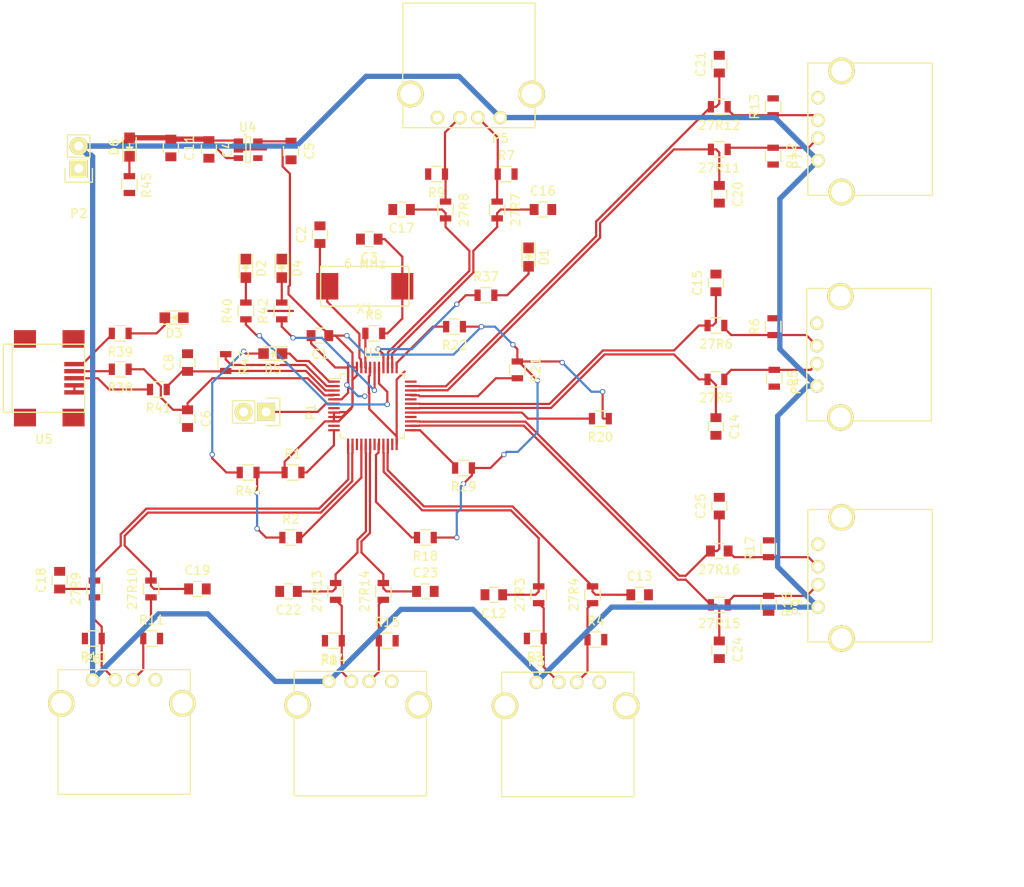
<source format=kicad_pcb>
(kicad_pcb (version 4) (host pcbnew 4.0.4-stable)

  (general
    (links 189)
    (no_connects 70)
    (area 104.702999 57.186199 224.512 159.640126)
    (thickness 1.6)
    (drawings 2)
    (tracks 510)
    (zones 0)
    (modules 86)
    (nets 68)
  )

  (page A4)
  (title_block
    (title "TUSB2077A USB hub")
    (rev 1)
    (company USST)
    (comment 1 "Carl Hofmeister")
  )

  (layers
    (0 F.Cu signal)
    (31 B.Cu signal)
    (32 B.Adhes user)
    (33 F.Adhes user)
    (34 B.Paste user)
    (35 F.Paste user)
    (36 B.SilkS user)
    (37 F.SilkS user)
    (38 B.Mask user)
    (39 F.Mask user)
    (40 Dwgs.User user)
    (41 Cmts.User user)
    (42 Eco1.User user)
    (43 Eco2.User user)
    (44 Edge.Cuts user)
    (45 Margin user)
    (46 B.CrtYd user)
    (47 F.CrtYd user)
    (48 B.Fab user)
    (49 F.Fab user)
  )

  (setup
    (last_trace_width 0.25)
    (user_trace_width 0.15)
    (user_trace_width 0.3)
    (user_trace_width 0.6)
    (trace_clearance 0.15)
    (zone_clearance 0.508)
    (zone_45_only yes)
    (trace_min 0.15)
    (segment_width 0.2)
    (edge_width 0.1)
    (via_size 0.6)
    (via_drill 0.4)
    (via_min_size 0.4)
    (via_min_drill 0.3)
    (uvia_size 0.3)
    (uvia_drill 0.1)
    (uvias_allowed no)
    (uvia_min_size 0.2)
    (uvia_min_drill 0.1)
    (pcb_text_width 0.3)
    (pcb_text_size 1.5 1.5)
    (mod_edge_width 0.15)
    (mod_text_size 1 1)
    (mod_text_width 0.15)
    (pad_size 1.9 2.375)
    (pad_drill 0.6)
    (pad_to_mask_clearance 0.0508)
    (aux_axis_origin 0 0)
    (visible_elements FFFFFF7F)
    (pcbplotparams
      (layerselection 0x00030_80000001)
      (usegerberextensions false)
      (excludeedgelayer true)
      (linewidth 0.100000)
      (plotframeref false)
      (viasonmask false)
      (mode 1)
      (useauxorigin false)
      (hpglpennumber 1)
      (hpglpenspeed 20)
      (hpglpendiameter 15)
      (hpglpenoverlay 2)
      (psnegative false)
      (psa4output false)
      (plotreference true)
      (plotvalue true)
      (plotinvisibletext false)
      (padsonsilk false)
      (subtractmaskfromsilk false)
      (outputformat 4)
      (mirror false)
      (drillshape 0)
      (scaleselection 1)
      (outputdirectory ""))
  )

  (net 0 "")
  (net 1 "Net-(27R3-Pad1)")
  (net 2 "Net-(27R4-Pad1)")
  (net 3 "Net-(27R5-Pad1)")
  (net 4 "Net-(27R6-Pad1)")
  (net 5 "Net-(27R7-Pad1)")
  (net 6 "Net-(27R8-Pad1)")
  (net 7 "Net-(27R9-Pad1)")
  (net 8 "Net-(27R10-Pad1)")
  (net 9 "Net-(27R11-Pad1)")
  (net 10 "Net-(27R12-Pad1)")
  (net 11 "Net-(27R13-Pad1)")
  (net 12 "Net-(27R14-Pad1)")
  (net 13 "Net-(27R15-Pad1)")
  (net 14 "Net-(27R16-Pad1)")
  (net 15 +3.3V)
  (net 16 GND)
  (net 17 "Net-(C2-Pad1)")
  (net 18 "Net-(C3-Pad1)")
  (net 19 VCC)
  (net 20 RST)
  (net 21 "Net-(R8-Pad1)")
  (net 22 HUBCFG)
  (net 23 "Net-(R38-Pad2)")
  (net 24 "Net-(R39-Pad2)")
  (net 25 PORTPWR)
  (net 26 "Net-(R41-Pad2)")
  (net 27 PORTDIS)
  (net 28 DP0PUR)
  (net 29 SPND)
  (net 30 "Net-(U3-Pad7)")
  (net 31 "Net-(U3-Pad11)")
  (net 32 "Net-(U3-Pad15)")
  (net 33 "Net-(U3-Pad19)")
  (net 34 "Net-(U3-Pad23)")
  (net 35 "Net-(U3-Pad28)")
  (net 36 "Net-(U3-Pad32)")
  (net 37 "Net-(U3-Pad36)")
  (net 38 "Net-(D1-Pad2)")
  (net 39 "Net-(D2-Pad2)")
  (net 40 "Net-(D3-Pad2)")
  (net 41 "Net-(D4-Pad2)")
  (net 42 "Net-(D5-Pad2)")
  (net 43 "Net-(D6-Pad1)")
  (net 44 "Net-(U4-Pad4)")
  (net 45 "Net-(R1-Pad2)")
  (net 46 "Net-(R2-Pad2)")
  (net 47 "Net-(R18-Pad2)")
  (net 48 "Net-(R19-Pad2)")
  (net 49 "Net-(R20-Pad2)")
  (net 50 "Net-(R21-Pad2)")
  (net 51 "Net-(R22-Pad2)")
  (net 52 D3_P)
  (net 53 D5_P)
  (net 54 D7_P)
  (net 55 D1_P)
  (net 56 D6_P)
  (net 57 D2_P)
  (net 58 D4_P)
  (net 59 D0_P)
  (net 60 D3_N)
  (net 61 D5_N)
  (net 62 D7_N)
  (net 63 D1_N)
  (net 64 D6_N)
  (net 65 D2_N)
  (net 66 D4_N)
  (net 67 D0_N)

  (net_class Default "This is the default net class."
    (clearance 0.15)
    (trace_width 0.25)
    (via_dia 0.6)
    (via_drill 0.4)
    (uvia_dia 0.3)
    (uvia_drill 0.1)
    (add_net +3.3V)
    (add_net D0_N)
    (add_net D0_P)
    (add_net D1_N)
    (add_net D1_P)
    (add_net D2_N)
    (add_net D2_P)
    (add_net D3_N)
    (add_net D3_P)
    (add_net D4_N)
    (add_net D4_P)
    (add_net D5_N)
    (add_net D5_P)
    (add_net D6_N)
    (add_net D6_P)
    (add_net D7_N)
    (add_net D7_P)
    (add_net DP0PUR)
    (add_net GND)
    (add_net HUBCFG)
    (add_net "Net-(27R10-Pad1)")
    (add_net "Net-(27R11-Pad1)")
    (add_net "Net-(27R12-Pad1)")
    (add_net "Net-(27R13-Pad1)")
    (add_net "Net-(27R14-Pad1)")
    (add_net "Net-(27R15-Pad1)")
    (add_net "Net-(27R16-Pad1)")
    (add_net "Net-(27R3-Pad1)")
    (add_net "Net-(27R4-Pad1)")
    (add_net "Net-(27R5-Pad1)")
    (add_net "Net-(27R6-Pad1)")
    (add_net "Net-(27R7-Pad1)")
    (add_net "Net-(27R8-Pad1)")
    (add_net "Net-(27R9-Pad1)")
    (add_net "Net-(C2-Pad1)")
    (add_net "Net-(C3-Pad1)")
    (add_net "Net-(D1-Pad2)")
    (add_net "Net-(D2-Pad2)")
    (add_net "Net-(D3-Pad2)")
    (add_net "Net-(D4-Pad2)")
    (add_net "Net-(D5-Pad2)")
    (add_net "Net-(D6-Pad1)")
    (add_net "Net-(R1-Pad2)")
    (add_net "Net-(R18-Pad2)")
    (add_net "Net-(R19-Pad2)")
    (add_net "Net-(R2-Pad2)")
    (add_net "Net-(R20-Pad2)")
    (add_net "Net-(R21-Pad2)")
    (add_net "Net-(R22-Pad2)")
    (add_net "Net-(R38-Pad2)")
    (add_net "Net-(R39-Pad2)")
    (add_net "Net-(R41-Pad2)")
    (add_net "Net-(R8-Pad1)")
    (add_net "Net-(U3-Pad11)")
    (add_net "Net-(U3-Pad15)")
    (add_net "Net-(U3-Pad19)")
    (add_net "Net-(U3-Pad23)")
    (add_net "Net-(U3-Pad28)")
    (add_net "Net-(U3-Pad32)")
    (add_net "Net-(U3-Pad36)")
    (add_net "Net-(U3-Pad7)")
    (add_net "Net-(U4-Pad4)")
    (add_net PORTDIS)
    (add_net PORTPWR)
    (add_net RST)
    (add_net SPND)
    (add_net VCC)
  )

  (module Connect:USB_A placed (layer F.Cu) (tedit 5543E289) (tstamp 58431EE9)
    (at 115.2398 134.2136)
    (descr "USB A connector")
    (tags "USB USB_A")
    (path /584478D8)
    (fp_text reference P6 (at 0 -2.35) (layer F.SilkS)
      (effects (font (size 1 1) (thickness 0.15)))
    )
    (fp_text value USB_A (at 3.83794 7.43458) (layer F.Fab)
      (effects (font (size 1 1) (thickness 0.15)))
    )
    (fp_line (start -5.3 13.2) (end -5.3 -1.4) (layer F.CrtYd) (width 0.05))
    (fp_line (start 11.95 -1.4) (end 11.95 13.2) (layer F.CrtYd) (width 0.05))
    (fp_line (start -5.3 13.2) (end 11.95 13.2) (layer F.CrtYd) (width 0.05))
    (fp_line (start -5.3 -1.4) (end 11.95 -1.4) (layer F.CrtYd) (width 0.05))
    (fp_line (start 11.04986 -1.14512) (end 11.04986 12.95188) (layer F.SilkS) (width 0.15))
    (fp_line (start -3.93614 12.95188) (end -3.93614 -1.14512) (layer F.SilkS) (width 0.15))
    (fp_line (start 11.04986 -1.14512) (end -3.93614 -1.14512) (layer F.SilkS) (width 0.15))
    (fp_line (start 11.04986 12.95188) (end -3.93614 12.95188) (layer F.SilkS) (width 0.15))
    (pad 4 thru_hole circle (at 7.11286 -0.00212 270) (size 1.50114 1.50114) (drill 1.00076) (layers *.Cu *.Mask F.SilkS)
      (net 16 GND))
    (pad 3 thru_hole circle (at 4.57286 -0.00212 270) (size 1.50114 1.50114) (drill 1.00076) (layers *.Cu *.Mask F.SilkS)
      (net 8 "Net-(27R10-Pad1)"))
    (pad 2 thru_hole circle (at 2.54086 -0.00212 270) (size 1.50114 1.50114) (drill 1.00076) (layers *.Cu *.Mask F.SilkS)
      (net 7 "Net-(27R9-Pad1)"))
    (pad 1 thru_hole circle (at 0.00086 -0.00212 270) (size 1.50114 1.50114) (drill 1.00076) (layers *.Cu *.Mask F.SilkS)
      (net 19 VCC))
    (pad 5 thru_hole circle (at 10.16086 2.66488 270) (size 2.99974 2.99974) (drill 2.30124) (layers *.Cu *.Mask F.SilkS)
      (net 16 GND))
    (pad 5 thru_hole circle (at -3.55514 2.66488 270) (size 2.99974 2.99974) (drill 2.30124) (layers *.Cu *.Mask F.SilkS)
      (net 16 GND))
    (model Connect.3dshapes/USB_A.wrl
      (at (xyz 0.14 0 0))
      (scale (xyz 1 1 1))
      (rotate (xyz 0 0 90))
    )
  )

  (module Resistors_SMD:R_0805 (layer F.Cu) (tedit 5415CDEB) (tstamp 58431DDC)
    (at 165.735 124.587 90)
    (descr "Resistor SMD 0805, reflow soldering, Vishay (see dcrcw.pdf)")
    (tags "resistor 0805")
    (path /58449DA0)
    (attr smd)
    (fp_text reference 27R3 (at 0 -2.1 90) (layer F.SilkS)
      (effects (font (size 1 1) (thickness 0.15)))
    )
    (fp_text value 27R (at 0 2.1 90) (layer F.Fab)
      (effects (font (size 1 1) (thickness 0.15)))
    )
    (fp_line (start -1.6 -1) (end 1.6 -1) (layer F.CrtYd) (width 0.05))
    (fp_line (start -1.6 1) (end 1.6 1) (layer F.CrtYd) (width 0.05))
    (fp_line (start -1.6 -1) (end -1.6 1) (layer F.CrtYd) (width 0.05))
    (fp_line (start 1.6 -1) (end 1.6 1) (layer F.CrtYd) (width 0.05))
    (fp_line (start 0.6 0.875) (end -0.6 0.875) (layer F.SilkS) (width 0.15))
    (fp_line (start -0.6 -0.875) (end 0.6 -0.875) (layer F.SilkS) (width 0.15))
    (pad 1 smd rect (at -0.95 0 90) (size 0.7 1.3) (layers F.Cu F.Paste F.Mask)
      (net 1 "Net-(27R3-Pad1)"))
    (pad 2 smd rect (at 0.95 0 90) (size 0.7 1.3) (layers F.Cu F.Paste F.Mask)
      (net 60 D3_N))
    (model Resistors_SMD.3dshapes/R_0805.wrl
      (at (xyz 0 0 0))
      (scale (xyz 1 1 1))
      (rotate (xyz 0 0 0))
    )
  )

  (module Resistors_SMD:R_0805 (layer F.Cu) (tedit 5415CDEB) (tstamp 58431DE2)
    (at 171.831 124.587 90)
    (descr "Resistor SMD 0805, reflow soldering, Vishay (see dcrcw.pdf)")
    (tags "resistor 0805")
    (path /58449DCB)
    (attr smd)
    (fp_text reference 27R4 (at 0 -2.1 90) (layer F.SilkS)
      (effects (font (size 1 1) (thickness 0.15)))
    )
    (fp_text value 27R (at 0 2.1 90) (layer F.Fab)
      (effects (font (size 1 1) (thickness 0.15)))
    )
    (fp_line (start -1.6 -1) (end 1.6 -1) (layer F.CrtYd) (width 0.05))
    (fp_line (start -1.6 1) (end 1.6 1) (layer F.CrtYd) (width 0.05))
    (fp_line (start -1.6 -1) (end -1.6 1) (layer F.CrtYd) (width 0.05))
    (fp_line (start 1.6 -1) (end 1.6 1) (layer F.CrtYd) (width 0.05))
    (fp_line (start 0.6 0.875) (end -0.6 0.875) (layer F.SilkS) (width 0.15))
    (fp_line (start -0.6 -0.875) (end 0.6 -0.875) (layer F.SilkS) (width 0.15))
    (pad 1 smd rect (at -0.95 0 90) (size 0.7 1.3) (layers F.Cu F.Paste F.Mask)
      (net 2 "Net-(27R4-Pad1)"))
    (pad 2 smd rect (at 0.95 0 90) (size 0.7 1.3) (layers F.Cu F.Paste F.Mask)
      (net 52 D3_P))
    (model Resistors_SMD.3dshapes/R_0805.wrl
      (at (xyz 0 0 0))
      (scale (xyz 1 1 1))
      (rotate (xyz 0 0 0))
    )
  )

  (module Resistors_SMD:R_0805 (layer F.Cu) (tedit 5415CDEB) (tstamp 58431DE8)
    (at 185.801 100.203 180)
    (descr "Resistor SMD 0805, reflow soldering, Vishay (see dcrcw.pdf)")
    (tags "resistor 0805")
    (path /5844F404)
    (attr smd)
    (fp_text reference 27R5 (at 0 -2.1 180) (layer F.SilkS)
      (effects (font (size 1 1) (thickness 0.15)))
    )
    (fp_text value 27R (at 0 2.1 180) (layer F.Fab)
      (effects (font (size 1 1) (thickness 0.15)))
    )
    (fp_line (start -1.6 -1) (end 1.6 -1) (layer F.CrtYd) (width 0.05))
    (fp_line (start -1.6 1) (end 1.6 1) (layer F.CrtYd) (width 0.05))
    (fp_line (start -1.6 -1) (end -1.6 1) (layer F.CrtYd) (width 0.05))
    (fp_line (start 1.6 -1) (end 1.6 1) (layer F.CrtYd) (width 0.05))
    (fp_line (start 0.6 0.875) (end -0.6 0.875) (layer F.SilkS) (width 0.15))
    (fp_line (start -0.6 -0.875) (end 0.6 -0.875) (layer F.SilkS) (width 0.15))
    (pad 1 smd rect (at -0.95 0 180) (size 0.7 1.3) (layers F.Cu F.Paste F.Mask)
      (net 3 "Net-(27R5-Pad1)"))
    (pad 2 smd rect (at 0.95 0 180) (size 0.7 1.3) (layers F.Cu F.Paste F.Mask)
      (net 61 D5_N))
    (model Resistors_SMD.3dshapes/R_0805.wrl
      (at (xyz 0 0 0))
      (scale (xyz 1 1 1))
      (rotate (xyz 0 0 0))
    )
  )

  (module Resistors_SMD:R_0805 (layer F.Cu) (tedit 5415CDEB) (tstamp 58431DEE)
    (at 185.801 94.107 180)
    (descr "Resistor SMD 0805, reflow soldering, Vishay (see dcrcw.pdf)")
    (tags "resistor 0805")
    (path /5844F42F)
    (attr smd)
    (fp_text reference 27R6 (at 0 -2.1 180) (layer F.SilkS)
      (effects (font (size 1 1) (thickness 0.15)))
    )
    (fp_text value 27R (at 0 2.1 180) (layer F.Fab)
      (effects (font (size 1 1) (thickness 0.15)))
    )
    (fp_line (start -1.6 -1) (end 1.6 -1) (layer F.CrtYd) (width 0.05))
    (fp_line (start -1.6 1) (end 1.6 1) (layer F.CrtYd) (width 0.05))
    (fp_line (start -1.6 -1) (end -1.6 1) (layer F.CrtYd) (width 0.05))
    (fp_line (start 1.6 -1) (end 1.6 1) (layer F.CrtYd) (width 0.05))
    (fp_line (start 0.6 0.875) (end -0.6 0.875) (layer F.SilkS) (width 0.15))
    (fp_line (start -0.6 -0.875) (end 0.6 -0.875) (layer F.SilkS) (width 0.15))
    (pad 1 smd rect (at -0.95 0 180) (size 0.7 1.3) (layers F.Cu F.Paste F.Mask)
      (net 4 "Net-(27R6-Pad1)"))
    (pad 2 smd rect (at 0.95 0 180) (size 0.7 1.3) (layers F.Cu F.Paste F.Mask)
      (net 53 D5_P))
    (model Resistors_SMD.3dshapes/R_0805.wrl
      (at (xyz 0 0 0))
      (scale (xyz 1 1 1))
      (rotate (xyz 0 0 0))
    )
  )

  (module Resistors_SMD:R_0805 (layer F.Cu) (tedit 5415CDEB) (tstamp 58431DF4)
    (at 161.036 81.026 270)
    (descr "Resistor SMD 0805, reflow soldering, Vishay (see dcrcw.pdf)")
    (tags "resistor 0805")
    (path /58451847)
    (attr smd)
    (fp_text reference 27R7 (at 0 -2.1 270) (layer F.SilkS)
      (effects (font (size 1 1) (thickness 0.15)))
    )
    (fp_text value 27R (at 0 2.1 270) (layer F.Fab)
      (effects (font (size 1 1) (thickness 0.15)))
    )
    (fp_line (start -1.6 -1) (end 1.6 -1) (layer F.CrtYd) (width 0.05))
    (fp_line (start -1.6 1) (end 1.6 1) (layer F.CrtYd) (width 0.05))
    (fp_line (start -1.6 -1) (end -1.6 1) (layer F.CrtYd) (width 0.05))
    (fp_line (start 1.6 -1) (end 1.6 1) (layer F.CrtYd) (width 0.05))
    (fp_line (start 0.6 0.875) (end -0.6 0.875) (layer F.SilkS) (width 0.15))
    (fp_line (start -0.6 -0.875) (end 0.6 -0.875) (layer F.SilkS) (width 0.15))
    (pad 1 smd rect (at -0.95 0 270) (size 0.7 1.3) (layers F.Cu F.Paste F.Mask)
      (net 5 "Net-(27R7-Pad1)"))
    (pad 2 smd rect (at 0.95 0 270) (size 0.7 1.3) (layers F.Cu F.Paste F.Mask)
      (net 62 D7_N))
    (model Resistors_SMD.3dshapes/R_0805.wrl
      (at (xyz 0 0 0))
      (scale (xyz 1 1 1))
      (rotate (xyz 0 0 0))
    )
  )

  (module Resistors_SMD:R_0805 (layer F.Cu) (tedit 5415CDEB) (tstamp 58431DFA)
    (at 155.194 81.026 270)
    (descr "Resistor SMD 0805, reflow soldering, Vishay (see dcrcw.pdf)")
    (tags "resistor 0805")
    (path /58451872)
    (attr smd)
    (fp_text reference 27R8 (at 0 -2.1 270) (layer F.SilkS)
      (effects (font (size 1 1) (thickness 0.15)))
    )
    (fp_text value 27R (at 0 2.1 270) (layer F.Fab)
      (effects (font (size 1 1) (thickness 0.15)))
    )
    (fp_line (start -1.6 -1) (end 1.6 -1) (layer F.CrtYd) (width 0.05))
    (fp_line (start -1.6 1) (end 1.6 1) (layer F.CrtYd) (width 0.05))
    (fp_line (start -1.6 -1) (end -1.6 1) (layer F.CrtYd) (width 0.05))
    (fp_line (start 1.6 -1) (end 1.6 1) (layer F.CrtYd) (width 0.05))
    (fp_line (start 0.6 0.875) (end -0.6 0.875) (layer F.SilkS) (width 0.15))
    (fp_line (start -0.6 -0.875) (end 0.6 -0.875) (layer F.SilkS) (width 0.15))
    (pad 1 smd rect (at -0.95 0 270) (size 0.7 1.3) (layers F.Cu F.Paste F.Mask)
      (net 6 "Net-(27R8-Pad1)"))
    (pad 2 smd rect (at 0.95 0 270) (size 0.7 1.3) (layers F.Cu F.Paste F.Mask)
      (net 54 D7_P))
    (model Resistors_SMD.3dshapes/R_0805.wrl
      (at (xyz 0 0 0))
      (scale (xyz 1 1 1))
      (rotate (xyz 0 0 0))
    )
  )

  (module Resistors_SMD:R_0805 (layer F.Cu) (tedit 5415CDEB) (tstamp 58431E00)
    (at 115.443 123.9266 90)
    (descr "Resistor SMD 0805, reflow soldering, Vishay (see dcrcw.pdf)")
    (tags "resistor 0805")
    (path /584478DF)
    (attr smd)
    (fp_text reference 27R9 (at 0 -2.1 90) (layer F.SilkS)
      (effects (font (size 1 1) (thickness 0.15)))
    )
    (fp_text value 27R (at 0 2.1 90) (layer F.Fab)
      (effects (font (size 1 1) (thickness 0.15)))
    )
    (fp_line (start -1.6 -1) (end 1.6 -1) (layer F.CrtYd) (width 0.05))
    (fp_line (start -1.6 1) (end 1.6 1) (layer F.CrtYd) (width 0.05))
    (fp_line (start -1.6 -1) (end -1.6 1) (layer F.CrtYd) (width 0.05))
    (fp_line (start 1.6 -1) (end 1.6 1) (layer F.CrtYd) (width 0.05))
    (fp_line (start 0.6 0.875) (end -0.6 0.875) (layer F.SilkS) (width 0.15))
    (fp_line (start -0.6 -0.875) (end 0.6 -0.875) (layer F.SilkS) (width 0.15))
    (pad 1 smd rect (at -0.95 0 90) (size 0.7 1.3) (layers F.Cu F.Paste F.Mask)
      (net 7 "Net-(27R9-Pad1)"))
    (pad 2 smd rect (at 0.95 0 90) (size 0.7 1.3) (layers F.Cu F.Paste F.Mask)
      (net 63 D1_N))
    (model Resistors_SMD.3dshapes/R_0805.wrl
      (at (xyz 0 0 0))
      (scale (xyz 1 1 1))
      (rotate (xyz 0 0 0))
    )
  )

  (module Resistors_SMD:R_0805 (layer F.Cu) (tedit 5415CDEB) (tstamp 58431E06)
    (at 121.8438 123.9266 90)
    (descr "Resistor SMD 0805, reflow soldering, Vishay (see dcrcw.pdf)")
    (tags "resistor 0805")
    (path /5844790A)
    (attr smd)
    (fp_text reference 27R10 (at 0 -2.1 90) (layer F.SilkS)
      (effects (font (size 1 1) (thickness 0.15)))
    )
    (fp_text value 27R (at 0 2.1 90) (layer F.Fab)
      (effects (font (size 1 1) (thickness 0.15)))
    )
    (fp_line (start -1.6 -1) (end 1.6 -1) (layer F.CrtYd) (width 0.05))
    (fp_line (start -1.6 1) (end 1.6 1) (layer F.CrtYd) (width 0.05))
    (fp_line (start -1.6 -1) (end -1.6 1) (layer F.CrtYd) (width 0.05))
    (fp_line (start 1.6 -1) (end 1.6 1) (layer F.CrtYd) (width 0.05))
    (fp_line (start 0.6 0.875) (end -0.6 0.875) (layer F.SilkS) (width 0.15))
    (fp_line (start -0.6 -0.875) (end 0.6 -0.875) (layer F.SilkS) (width 0.15))
    (pad 1 smd rect (at -0.95 0 90) (size 0.7 1.3) (layers F.Cu F.Paste F.Mask)
      (net 8 "Net-(27R10-Pad1)"))
    (pad 2 smd rect (at 0.95 0 90) (size 0.7 1.3) (layers F.Cu F.Paste F.Mask)
      (net 55 D1_P))
    (model Resistors_SMD.3dshapes/R_0805.wrl
      (at (xyz 0 0 0))
      (scale (xyz 1 1 1))
      (rotate (xyz 0 0 0))
    )
  )

  (module Resistors_SMD:R_0805 (layer F.Cu) (tedit 5415CDEB) (tstamp 58431E0C)
    (at 186.182 74.168 180)
    (descr "Resistor SMD 0805, reflow soldering, Vishay (see dcrcw.pdf)")
    (tags "resistor 0805")
    (path /58451AC6)
    (attr smd)
    (fp_text reference 27R11 (at 0 -2.1 180) (layer F.SilkS)
      (effects (font (size 1 1) (thickness 0.15)))
    )
    (fp_text value 27R (at 0 2.1 180) (layer F.Fab)
      (effects (font (size 1 1) (thickness 0.15)))
    )
    (fp_line (start -1.6 -1) (end 1.6 -1) (layer F.CrtYd) (width 0.05))
    (fp_line (start -1.6 1) (end 1.6 1) (layer F.CrtYd) (width 0.05))
    (fp_line (start -1.6 -1) (end -1.6 1) (layer F.CrtYd) (width 0.05))
    (fp_line (start 1.6 -1) (end 1.6 1) (layer F.CrtYd) (width 0.05))
    (fp_line (start 0.6 0.875) (end -0.6 0.875) (layer F.SilkS) (width 0.15))
    (fp_line (start -0.6 -0.875) (end 0.6 -0.875) (layer F.SilkS) (width 0.15))
    (pad 1 smd rect (at -0.95 0 180) (size 0.7 1.3) (layers F.Cu F.Paste F.Mask)
      (net 9 "Net-(27R11-Pad1)"))
    (pad 2 smd rect (at 0.95 0 180) (size 0.7 1.3) (layers F.Cu F.Paste F.Mask)
      (net 64 D6_N))
    (model Resistors_SMD.3dshapes/R_0805.wrl
      (at (xyz 0 0 0))
      (scale (xyz 1 1 1))
      (rotate (xyz 0 0 0))
    )
  )

  (module Resistors_SMD:R_0805 (layer F.Cu) (tedit 5415CDEB) (tstamp 58431E12)
    (at 186.182 69.342 180)
    (descr "Resistor SMD 0805, reflow soldering, Vishay (see dcrcw.pdf)")
    (tags "resistor 0805")
    (path /58451AF1)
    (attr smd)
    (fp_text reference 27R12 (at 0 -2.1 180) (layer F.SilkS)
      (effects (font (size 1 1) (thickness 0.15)))
    )
    (fp_text value 27R (at 0 2.1 180) (layer F.Fab)
      (effects (font (size 1 1) (thickness 0.15)))
    )
    (fp_line (start -1.6 -1) (end 1.6 -1) (layer F.CrtYd) (width 0.05))
    (fp_line (start -1.6 1) (end 1.6 1) (layer F.CrtYd) (width 0.05))
    (fp_line (start -1.6 -1) (end -1.6 1) (layer F.CrtYd) (width 0.05))
    (fp_line (start 1.6 -1) (end 1.6 1) (layer F.CrtYd) (width 0.05))
    (fp_line (start 0.6 0.875) (end -0.6 0.875) (layer F.SilkS) (width 0.15))
    (fp_line (start -0.6 -0.875) (end 0.6 -0.875) (layer F.SilkS) (width 0.15))
    (pad 1 smd rect (at -0.95 0 180) (size 0.7 1.3) (layers F.Cu F.Paste F.Mask)
      (net 10 "Net-(27R12-Pad1)"))
    (pad 2 smd rect (at 0.95 0 180) (size 0.7 1.3) (layers F.Cu F.Paste F.Mask)
      (net 56 D6_P))
    (model Resistors_SMD.3dshapes/R_0805.wrl
      (at (xyz 0 0 0))
      (scale (xyz 1 1 1))
      (rotate (xyz 0 0 0))
    )
  )

  (module Resistors_SMD:R_0805 (layer F.Cu) (tedit 5415CDEB) (tstamp 58431E18)
    (at 142.748 124.206 90)
    (descr "Resistor SMD 0805, reflow soldering, Vishay (see dcrcw.pdf)")
    (tags "resistor 0805")
    (path /58448FD5)
    (attr smd)
    (fp_text reference 27R13 (at 0 -2.1 90) (layer F.SilkS)
      (effects (font (size 1 1) (thickness 0.15)))
    )
    (fp_text value 27R (at 0 2.1 90) (layer F.Fab)
      (effects (font (size 1 1) (thickness 0.15)))
    )
    (fp_line (start -1.6 -1) (end 1.6 -1) (layer F.CrtYd) (width 0.05))
    (fp_line (start -1.6 1) (end 1.6 1) (layer F.CrtYd) (width 0.05))
    (fp_line (start -1.6 -1) (end -1.6 1) (layer F.CrtYd) (width 0.05))
    (fp_line (start 1.6 -1) (end 1.6 1) (layer F.CrtYd) (width 0.05))
    (fp_line (start 0.6 0.875) (end -0.6 0.875) (layer F.SilkS) (width 0.15))
    (fp_line (start -0.6 -0.875) (end 0.6 -0.875) (layer F.SilkS) (width 0.15))
    (pad 1 smd rect (at -0.95 0 90) (size 0.7 1.3) (layers F.Cu F.Paste F.Mask)
      (net 11 "Net-(27R13-Pad1)"))
    (pad 2 smd rect (at 0.95 0 90) (size 0.7 1.3) (layers F.Cu F.Paste F.Mask)
      (net 65 D2_N))
    (model Resistors_SMD.3dshapes/R_0805.wrl
      (at (xyz 0 0 0))
      (scale (xyz 1 1 1))
      (rotate (xyz 0 0 0))
    )
  )

  (module Resistors_SMD:R_0805 (layer F.Cu) (tedit 5415CDEB) (tstamp 58431E1E)
    (at 148.148 124.206 90)
    (descr "Resistor SMD 0805, reflow soldering, Vishay (see dcrcw.pdf)")
    (tags "resistor 0805")
    (path /58449000)
    (attr smd)
    (fp_text reference 27R14 (at 0 -2.1 90) (layer F.SilkS)
      (effects (font (size 1 1) (thickness 0.15)))
    )
    (fp_text value 27R (at 0 2.1 90) (layer F.Fab)
      (effects (font (size 1 1) (thickness 0.15)))
    )
    (fp_line (start -1.6 -1) (end 1.6 -1) (layer F.CrtYd) (width 0.05))
    (fp_line (start -1.6 1) (end 1.6 1) (layer F.CrtYd) (width 0.05))
    (fp_line (start -1.6 -1) (end -1.6 1) (layer F.CrtYd) (width 0.05))
    (fp_line (start 1.6 -1) (end 1.6 1) (layer F.CrtYd) (width 0.05))
    (fp_line (start 0.6 0.875) (end -0.6 0.875) (layer F.SilkS) (width 0.15))
    (fp_line (start -0.6 -0.875) (end 0.6 -0.875) (layer F.SilkS) (width 0.15))
    (pad 1 smd rect (at -0.95 0 90) (size 0.7 1.3) (layers F.Cu F.Paste F.Mask)
      (net 12 "Net-(27R14-Pad1)"))
    (pad 2 smd rect (at 0.95 0 90) (size 0.7 1.3) (layers F.Cu F.Paste F.Mask)
      (net 57 D2_P))
    (model Resistors_SMD.3dshapes/R_0805.wrl
      (at (xyz 0 0 0))
      (scale (xyz 1 1 1))
      (rotate (xyz 0 0 0))
    )
  )

  (module Resistors_SMD:R_0805 (layer F.Cu) (tedit 5415CDEB) (tstamp 58431E24)
    (at 186.182 125.73 180)
    (descr "Resistor SMD 0805, reflow soldering, Vishay (see dcrcw.pdf)")
    (tags "resistor 0805")
    (path /5844D4CB)
    (attr smd)
    (fp_text reference 27R15 (at 0 -2.1 180) (layer F.SilkS)
      (effects (font (size 1 1) (thickness 0.15)))
    )
    (fp_text value 27R (at 0 2.1 180) (layer F.Fab)
      (effects (font (size 1 1) (thickness 0.15)))
    )
    (fp_line (start -1.6 -1) (end 1.6 -1) (layer F.CrtYd) (width 0.05))
    (fp_line (start -1.6 1) (end 1.6 1) (layer F.CrtYd) (width 0.05))
    (fp_line (start -1.6 -1) (end -1.6 1) (layer F.CrtYd) (width 0.05))
    (fp_line (start 1.6 -1) (end 1.6 1) (layer F.CrtYd) (width 0.05))
    (fp_line (start 0.6 0.875) (end -0.6 0.875) (layer F.SilkS) (width 0.15))
    (fp_line (start -0.6 -0.875) (end 0.6 -0.875) (layer F.SilkS) (width 0.15))
    (pad 1 smd rect (at -0.95 0 180) (size 0.7 1.3) (layers F.Cu F.Paste F.Mask)
      (net 13 "Net-(27R15-Pad1)"))
    (pad 2 smd rect (at 0.95 0 180) (size 0.7 1.3) (layers F.Cu F.Paste F.Mask)
      (net 66 D4_N))
    (model Resistors_SMD.3dshapes/R_0805.wrl
      (at (xyz 0 0 0))
      (scale (xyz 1 1 1))
      (rotate (xyz 0 0 0))
    )
  )

  (module Capacitors_SMD:C_0805 (layer F.Cu) (tedit 5415D6EA) (tstamp 58431E2A)
    (at 186.182 119.634 180)
    (descr "Capacitor SMD 0805, reflow soldering, AVX (see smccp.pdf)")
    (tags "capacitor 0805")
    (path /5844D4F6)
    (attr smd)
    (fp_text reference 27R16 (at 0 -2.1 180) (layer F.SilkS)
      (effects (font (size 1 1) (thickness 0.15)))
    )
    (fp_text value 27R (at 0 2.1 180) (layer F.Fab)
      (effects (font (size 1 1) (thickness 0.15)))
    )
    (fp_line (start -1.8 -1) (end 1.8 -1) (layer F.CrtYd) (width 0.05))
    (fp_line (start -1.8 1) (end 1.8 1) (layer F.CrtYd) (width 0.05))
    (fp_line (start -1.8 -1) (end -1.8 1) (layer F.CrtYd) (width 0.05))
    (fp_line (start 1.8 -1) (end 1.8 1) (layer F.CrtYd) (width 0.05))
    (fp_line (start 0.5 -0.85) (end -0.5 -0.85) (layer F.SilkS) (width 0.15))
    (fp_line (start -0.5 0.85) (end 0.5 0.85) (layer F.SilkS) (width 0.15))
    (pad 1 smd rect (at -1 0 180) (size 1 1.25) (layers F.Cu F.Paste F.Mask)
      (net 14 "Net-(27R16-Pad1)"))
    (pad 2 smd rect (at 1 0 180) (size 1 1.25) (layers F.Cu F.Paste F.Mask)
      (net 58 D4_P))
    (model Capacitors_SMD.3dshapes/C_0805.wrl
      (at (xyz 0 0 0))
      (scale (xyz 1 1 1))
      (rotate (xyz 0 0 0))
    )
  )

  (module Capacitors_SMD:C_0805 (layer F.Cu) (tedit 5415D6EA) (tstamp 58431E30)
    (at 140.97 95.25 180)
    (descr "Capacitor SMD 0805, reflow soldering, AVX (see smccp.pdf)")
    (tags "capacitor 0805")
    (path /583A6AE0)
    (attr smd)
    (fp_text reference C1 (at 0 -2.1 180) (layer F.SilkS)
      (effects (font (size 1 1) (thickness 0.15)))
    )
    (fp_text value 0.1uF (at 0 2.1 180) (layer F.Fab)
      (effects (font (size 1 1) (thickness 0.15)))
    )
    (fp_line (start -1.8 -1) (end 1.8 -1) (layer F.CrtYd) (width 0.05))
    (fp_line (start -1.8 1) (end 1.8 1) (layer F.CrtYd) (width 0.05))
    (fp_line (start -1.8 -1) (end -1.8 1) (layer F.CrtYd) (width 0.05))
    (fp_line (start 1.8 -1) (end 1.8 1) (layer F.CrtYd) (width 0.05))
    (fp_line (start 0.5 -0.85) (end -0.5 -0.85) (layer F.SilkS) (width 0.15))
    (fp_line (start -0.5 0.85) (end 0.5 0.85) (layer F.SilkS) (width 0.15))
    (pad 1 smd rect (at -1 0 180) (size 1 1.25) (layers F.Cu F.Paste F.Mask)
      (net 15 +3.3V))
    (pad 2 smd rect (at 1 0 180) (size 1 1.25) (layers F.Cu F.Paste F.Mask)
      (net 16 GND))
    (model Capacitors_SMD.3dshapes/C_0805.wrl
      (at (xyz 0 0 0))
      (scale (xyz 1 1 1))
      (rotate (xyz 0 0 0))
    )
  )

  (module Capacitors_SMD:C_0805 (layer F.Cu) (tedit 5415D6EA) (tstamp 58431E36)
    (at 140.97 83.82 90)
    (descr "Capacitor SMD 0805, reflow soldering, AVX (see smccp.pdf)")
    (tags "capacitor 0805")
    (path /583A39F5)
    (attr smd)
    (fp_text reference C2 (at 0 -2.1 90) (layer F.SilkS)
      (effects (font (size 1 1) (thickness 0.15)))
    )
    (fp_text value 33pF (at 0 2.1 90) (layer F.Fab)
      (effects (font (size 1 1) (thickness 0.15)))
    )
    (fp_line (start -1.8 -1) (end 1.8 -1) (layer F.CrtYd) (width 0.05))
    (fp_line (start -1.8 1) (end 1.8 1) (layer F.CrtYd) (width 0.05))
    (fp_line (start -1.8 -1) (end -1.8 1) (layer F.CrtYd) (width 0.05))
    (fp_line (start 1.8 -1) (end 1.8 1) (layer F.CrtYd) (width 0.05))
    (fp_line (start 0.5 -0.85) (end -0.5 -0.85) (layer F.SilkS) (width 0.15))
    (fp_line (start -0.5 0.85) (end 0.5 0.85) (layer F.SilkS) (width 0.15))
    (pad 1 smd rect (at -1 0 90) (size 1 1.25) (layers F.Cu F.Paste F.Mask)
      (net 17 "Net-(C2-Pad1)"))
    (pad 2 smd rect (at 1 0 90) (size 1 1.25) (layers F.Cu F.Paste F.Mask)
      (net 16 GND))
    (model Capacitors_SMD.3dshapes/C_0805.wrl
      (at (xyz 0 0 0))
      (scale (xyz 1 1 1))
      (rotate (xyz 0 0 0))
    )
  )

  (module Capacitors_SMD:C_0805 (layer F.Cu) (tedit 5415D6EA) (tstamp 58431E3C)
    (at 146.558 84.328 180)
    (descr "Capacitor SMD 0805, reflow soldering, AVX (see smccp.pdf)")
    (tags "capacitor 0805")
    (path /583A318A)
    (attr smd)
    (fp_text reference C3 (at 0 -2.1 180) (layer F.SilkS)
      (effects (font (size 1 1) (thickness 0.15)))
    )
    (fp_text value 33pF (at 0 2.1 180) (layer F.Fab)
      (effects (font (size 1 1) (thickness 0.15)))
    )
    (fp_line (start -1.8 -1) (end 1.8 -1) (layer F.CrtYd) (width 0.05))
    (fp_line (start -1.8 1) (end 1.8 1) (layer F.CrtYd) (width 0.05))
    (fp_line (start -1.8 -1) (end -1.8 1) (layer F.CrtYd) (width 0.05))
    (fp_line (start 1.8 -1) (end 1.8 1) (layer F.CrtYd) (width 0.05))
    (fp_line (start 0.5 -0.85) (end -0.5 -0.85) (layer F.SilkS) (width 0.15))
    (fp_line (start -0.5 0.85) (end 0.5 0.85) (layer F.SilkS) (width 0.15))
    (pad 1 smd rect (at -1 0 180) (size 1 1.25) (layers F.Cu F.Paste F.Mask)
      (net 18 "Net-(C3-Pad1)"))
    (pad 2 smd rect (at 1 0 180) (size 1 1.25) (layers F.Cu F.Paste F.Mask)
      (net 16 GND))
    (model Capacitors_SMD.3dshapes/C_0805.wrl
      (at (xyz 0 0 0))
      (scale (xyz 1 1 1))
      (rotate (xyz 0 0 0))
    )
  )

  (module Capacitors_SMD:C_0805 (layer F.Cu) (tedit 5415D6EA) (tstamp 58431E42)
    (at 128.40208 74.168 270)
    (descr "Capacitor SMD 0805, reflow soldering, AVX (see smccp.pdf)")
    (tags "capacitor 0805")
    (path /583ACF19)
    (attr smd)
    (fp_text reference C4 (at 0 -2.1 270) (layer F.SilkS)
      (effects (font (size 1 1) (thickness 0.15)))
    )
    (fp_text value 1uF (at 0 2.1 270) (layer F.Fab)
      (effects (font (size 1 1) (thickness 0.15)))
    )
    (fp_line (start -1.8 -1) (end 1.8 -1) (layer F.CrtYd) (width 0.05))
    (fp_line (start -1.8 1) (end 1.8 1) (layer F.CrtYd) (width 0.05))
    (fp_line (start -1.8 -1) (end -1.8 1) (layer F.CrtYd) (width 0.05))
    (fp_line (start 1.8 -1) (end 1.8 1) (layer F.CrtYd) (width 0.05))
    (fp_line (start 0.5 -0.85) (end -0.5 -0.85) (layer F.SilkS) (width 0.15))
    (fp_line (start -0.5 0.85) (end 0.5 0.85) (layer F.SilkS) (width 0.15))
    (pad 1 smd rect (at -1 0 270) (size 1 1.25) (layers F.Cu F.Paste F.Mask)
      (net 19 VCC))
    (pad 2 smd rect (at 1 0 270) (size 1 1.25) (layers F.Cu F.Paste F.Mask)
      (net 16 GND))
    (model Capacitors_SMD.3dshapes/C_0805.wrl
      (at (xyz 0 0 0))
      (scale (xyz 1 1 1))
      (rotate (xyz 0 0 0))
    )
  )

  (module Capacitors_SMD:C_0805 (layer F.Cu) (tedit 5415D6EA) (tstamp 58431E48)
    (at 137.69848 74.3458 270)
    (descr "Capacitor SMD 0805, reflow soldering, AVX (see smccp.pdf)")
    (tags "capacitor 0805")
    (path /583ADA7A)
    (attr smd)
    (fp_text reference C5 (at 0 -2.1 270) (layer F.SilkS)
      (effects (font (size 1 1) (thickness 0.15)))
    )
    (fp_text value 10uF (at 0 2.1 270) (layer F.Fab)
      (effects (font (size 1 1) (thickness 0.15)))
    )
    (fp_line (start -1.8 -1) (end 1.8 -1) (layer F.CrtYd) (width 0.05))
    (fp_line (start -1.8 1) (end 1.8 1) (layer F.CrtYd) (width 0.05))
    (fp_line (start -1.8 -1) (end -1.8 1) (layer F.CrtYd) (width 0.05))
    (fp_line (start 1.8 -1) (end 1.8 1) (layer F.CrtYd) (width 0.05))
    (fp_line (start 0.5 -0.85) (end -0.5 -0.85) (layer F.SilkS) (width 0.15))
    (fp_line (start -0.5 0.85) (end 0.5 0.85) (layer F.SilkS) (width 0.15))
    (pad 1 smd rect (at -1 0 270) (size 1 1.25) (layers F.Cu F.Paste F.Mask)
      (net 15 +3.3V))
    (pad 2 smd rect (at 1 0 270) (size 1 1.25) (layers F.Cu F.Paste F.Mask)
      (net 16 GND))
    (model Capacitors_SMD.3dshapes/C_0805.wrl
      (at (xyz 0 0 0))
      (scale (xyz 1 1 1))
      (rotate (xyz 0 0 0))
    )
  )

  (module Capacitors_SMD:C_0805 (layer F.Cu) (tedit 5415D6EA) (tstamp 58431E4E)
    (at 125.984 104.648 270)
    (descr "Capacitor SMD 0805, reflow soldering, AVX (see smccp.pdf)")
    (tags "capacitor 0805")
    (path /583B4736)
    (attr smd)
    (fp_text reference C6 (at 0 -2.1 270) (layer F.SilkS)
      (effects (font (size 1 1) (thickness 0.15)))
    )
    (fp_text value 22pF (at 0 2.1 270) (layer F.Fab)
      (effects (font (size 1 1) (thickness 0.15)))
    )
    (fp_line (start -1.8 -1) (end 1.8 -1) (layer F.CrtYd) (width 0.05))
    (fp_line (start -1.8 1) (end 1.8 1) (layer F.CrtYd) (width 0.05))
    (fp_line (start -1.8 -1) (end -1.8 1) (layer F.CrtYd) (width 0.05))
    (fp_line (start 1.8 -1) (end 1.8 1) (layer F.CrtYd) (width 0.05))
    (fp_line (start 0.5 -0.85) (end -0.5 -0.85) (layer F.SilkS) (width 0.15))
    (fp_line (start -0.5 0.85) (end 0.5 0.85) (layer F.SilkS) (width 0.15))
    (pad 1 smd rect (at -1 0 270) (size 1 1.25) (layers F.Cu F.Paste F.Mask)
      (net 67 D0_N))
    (pad 2 smd rect (at 1 0 270) (size 1 1.25) (layers F.Cu F.Paste F.Mask)
      (net 16 GND))
    (model Capacitors_SMD.3dshapes/C_0805.wrl
      (at (xyz 0 0 0))
      (scale (xyz 1 1 1))
      (rotate (xyz 0 0 0))
    )
  )

  (module Capacitors_SMD:C_0805 (layer F.Cu) (tedit 5415D6EA) (tstamp 58431E5A)
    (at 125.984 98.298 90)
    (descr "Capacitor SMD 0805, reflow soldering, AVX (see smccp.pdf)")
    (tags "capacitor 0805")
    (path /583B59E0)
    (attr smd)
    (fp_text reference C8 (at 0 -2.1 90) (layer F.SilkS)
      (effects (font (size 1 1) (thickness 0.15)))
    )
    (fp_text value 22pF (at 0 2.1 90) (layer F.Fab)
      (effects (font (size 1 1) (thickness 0.15)))
    )
    (fp_line (start -1.8 -1) (end 1.8 -1) (layer F.CrtYd) (width 0.05))
    (fp_line (start -1.8 1) (end 1.8 1) (layer F.CrtYd) (width 0.05))
    (fp_line (start -1.8 -1) (end -1.8 1) (layer F.CrtYd) (width 0.05))
    (fp_line (start 1.8 -1) (end 1.8 1) (layer F.CrtYd) (width 0.05))
    (fp_line (start 0.5 -0.85) (end -0.5 -0.85) (layer F.SilkS) (width 0.15))
    (fp_line (start -0.5 0.85) (end 0.5 0.85) (layer F.SilkS) (width 0.15))
    (pad 1 smd rect (at -1 0 90) (size 1 1.25) (layers F.Cu F.Paste F.Mask)
      (net 59 D0_P))
    (pad 2 smd rect (at 1 0 90) (size 1 1.25) (layers F.Cu F.Paste F.Mask)
      (net 16 GND))
    (model Capacitors_SMD.3dshapes/C_0805.wrl
      (at (xyz 0 0 0))
      (scale (xyz 1 1 1))
      (rotate (xyz 0 0 0))
    )
  )

  (module Capacitors_SMD:C_0805 (layer F.Cu) (tedit 5415D6EA) (tstamp 58431E60)
    (at 124.09424 74.00544 270)
    (descr "Capacitor SMD 0805, reflow soldering, AVX (see smccp.pdf)")
    (tags "capacitor 0805")
    (path /583B5D54)
    (attr smd)
    (fp_text reference C11 (at 0 -2.1 270) (layer F.SilkS)
      (effects (font (size 1 1) (thickness 0.15)))
    )
    (fp_text value 10uF (at 0 2.1 270) (layer F.Fab)
      (effects (font (size 1 1) (thickness 0.15)))
    )
    (fp_line (start -1.8 -1) (end 1.8 -1) (layer F.CrtYd) (width 0.05))
    (fp_line (start -1.8 1) (end 1.8 1) (layer F.CrtYd) (width 0.05))
    (fp_line (start -1.8 -1) (end -1.8 1) (layer F.CrtYd) (width 0.05))
    (fp_line (start 1.8 -1) (end 1.8 1) (layer F.CrtYd) (width 0.05))
    (fp_line (start 0.5 -0.85) (end -0.5 -0.85) (layer F.SilkS) (width 0.15))
    (fp_line (start -0.5 0.85) (end 0.5 0.85) (layer F.SilkS) (width 0.15))
    (pad 1 smd rect (at -1 0 270) (size 1 1.25) (layers F.Cu F.Paste F.Mask)
      (net 19 VCC))
    (pad 2 smd rect (at 1 0 270) (size 1 1.25) (layers F.Cu F.Paste F.Mask)
      (net 16 GND))
    (model Capacitors_SMD.3dshapes/C_0805.wrl
      (at (xyz 0 0 0))
      (scale (xyz 1 1 1))
      (rotate (xyz 0 0 0))
    )
  )

  (module Capacitors_SMD:C_0805 (layer F.Cu) (tedit 5415D6EA) (tstamp 58431E66)
    (at 160.655 124.587 180)
    (descr "Capacitor SMD 0805, reflow soldering, AVX (see smccp.pdf)")
    (tags "capacitor 0805")
    (path /58449DAE)
    (attr smd)
    (fp_text reference C12 (at 0 -2.1 180) (layer F.SilkS)
      (effects (font (size 1 1) (thickness 0.15)))
    )
    (fp_text value 22pF (at 0 2.1 180) (layer F.Fab)
      (effects (font (size 1 1) (thickness 0.15)))
    )
    (fp_line (start -1.8 -1) (end 1.8 -1) (layer F.CrtYd) (width 0.05))
    (fp_line (start -1.8 1) (end 1.8 1) (layer F.CrtYd) (width 0.05))
    (fp_line (start -1.8 -1) (end -1.8 1) (layer F.CrtYd) (width 0.05))
    (fp_line (start 1.8 -1) (end 1.8 1) (layer F.CrtYd) (width 0.05))
    (fp_line (start 0.5 -0.85) (end -0.5 -0.85) (layer F.SilkS) (width 0.15))
    (fp_line (start -0.5 0.85) (end 0.5 0.85) (layer F.SilkS) (width 0.15))
    (pad 1 smd rect (at -1 0 180) (size 1 1.25) (layers F.Cu F.Paste F.Mask)
      (net 60 D3_N))
    (pad 2 smd rect (at 1 0 180) (size 1 1.25) (layers F.Cu F.Paste F.Mask)
      (net 16 GND))
    (model Capacitors_SMD.3dshapes/C_0805.wrl
      (at (xyz 0 0 0))
      (scale (xyz 1 1 1))
      (rotate (xyz 0 0 0))
    )
  )

  (module Capacitors_SMD:C_0805 (layer F.Cu) (tedit 5415D6EA) (tstamp 58431E6C)
    (at 177.165 124.587)
    (descr "Capacitor SMD 0805, reflow soldering, AVX (see smccp.pdf)")
    (tags "capacitor 0805")
    (path /58449DD9)
    (attr smd)
    (fp_text reference C13 (at 0 -2.1) (layer F.SilkS)
      (effects (font (size 1 1) (thickness 0.15)))
    )
    (fp_text value 22pF (at 0 2.1) (layer F.Fab)
      (effects (font (size 1 1) (thickness 0.15)))
    )
    (fp_line (start -1.8 -1) (end 1.8 -1) (layer F.CrtYd) (width 0.05))
    (fp_line (start -1.8 1) (end 1.8 1) (layer F.CrtYd) (width 0.05))
    (fp_line (start -1.8 -1) (end -1.8 1) (layer F.CrtYd) (width 0.05))
    (fp_line (start 1.8 -1) (end 1.8 1) (layer F.CrtYd) (width 0.05))
    (fp_line (start 0.5 -0.85) (end -0.5 -0.85) (layer F.SilkS) (width 0.15))
    (fp_line (start -0.5 0.85) (end 0.5 0.85) (layer F.SilkS) (width 0.15))
    (pad 1 smd rect (at -1 0) (size 1 1.25) (layers F.Cu F.Paste F.Mask)
      (net 52 D3_P))
    (pad 2 smd rect (at 1 0) (size 1 1.25) (layers F.Cu F.Paste F.Mask)
      (net 16 GND))
    (model Capacitors_SMD.3dshapes/C_0805.wrl
      (at (xyz 0 0 0))
      (scale (xyz 1 1 1))
      (rotate (xyz 0 0 0))
    )
  )

  (module Capacitors_SMD:C_0805 (layer F.Cu) (tedit 5415D6EA) (tstamp 58431E72)
    (at 185.801 105.537 270)
    (descr "Capacitor SMD 0805, reflow soldering, AVX (see smccp.pdf)")
    (tags "capacitor 0805")
    (path /5844F412)
    (attr smd)
    (fp_text reference C14 (at 0 -2.1 270) (layer F.SilkS)
      (effects (font (size 1 1) (thickness 0.15)))
    )
    (fp_text value 22pF (at 0 2.1 270) (layer F.Fab)
      (effects (font (size 1 1) (thickness 0.15)))
    )
    (fp_line (start -1.8 -1) (end 1.8 -1) (layer F.CrtYd) (width 0.05))
    (fp_line (start -1.8 1) (end 1.8 1) (layer F.CrtYd) (width 0.05))
    (fp_line (start -1.8 -1) (end -1.8 1) (layer F.CrtYd) (width 0.05))
    (fp_line (start 1.8 -1) (end 1.8 1) (layer F.CrtYd) (width 0.05))
    (fp_line (start 0.5 -0.85) (end -0.5 -0.85) (layer F.SilkS) (width 0.15))
    (fp_line (start -0.5 0.85) (end 0.5 0.85) (layer F.SilkS) (width 0.15))
    (pad 1 smd rect (at -1 0 270) (size 1 1.25) (layers F.Cu F.Paste F.Mask)
      (net 61 D5_N))
    (pad 2 smd rect (at 1 0 270) (size 1 1.25) (layers F.Cu F.Paste F.Mask)
      (net 16 GND))
    (model Capacitors_SMD.3dshapes/C_0805.wrl
      (at (xyz 0 0 0))
      (scale (xyz 1 1 1))
      (rotate (xyz 0 0 0))
    )
  )

  (module Capacitors_SMD:C_0805 (layer F.Cu) (tedit 5415D6EA) (tstamp 58431E78)
    (at 185.801 89.281 90)
    (descr "Capacitor SMD 0805, reflow soldering, AVX (see smccp.pdf)")
    (tags "capacitor 0805")
    (path /5844F43D)
    (attr smd)
    (fp_text reference C15 (at 0 -2.1 90) (layer F.SilkS)
      (effects (font (size 1 1) (thickness 0.15)))
    )
    (fp_text value 22pF (at 0 2.1 90) (layer F.Fab)
      (effects (font (size 1 1) (thickness 0.15)))
    )
    (fp_line (start -1.8 -1) (end 1.8 -1) (layer F.CrtYd) (width 0.05))
    (fp_line (start -1.8 1) (end 1.8 1) (layer F.CrtYd) (width 0.05))
    (fp_line (start -1.8 -1) (end -1.8 1) (layer F.CrtYd) (width 0.05))
    (fp_line (start 1.8 -1) (end 1.8 1) (layer F.CrtYd) (width 0.05))
    (fp_line (start 0.5 -0.85) (end -0.5 -0.85) (layer F.SilkS) (width 0.15))
    (fp_line (start -0.5 0.85) (end 0.5 0.85) (layer F.SilkS) (width 0.15))
    (pad 1 smd rect (at -1 0 90) (size 1 1.25) (layers F.Cu F.Paste F.Mask)
      (net 53 D5_P))
    (pad 2 smd rect (at 1 0 90) (size 1 1.25) (layers F.Cu F.Paste F.Mask)
      (net 16 GND))
    (model Capacitors_SMD.3dshapes/C_0805.wrl
      (at (xyz 0 0 0))
      (scale (xyz 1 1 1))
      (rotate (xyz 0 0 0))
    )
  )

  (module Capacitors_SMD:C_0805 (layer F.Cu) (tedit 5415D6EA) (tstamp 58431E7E)
    (at 166.2176 80.9752)
    (descr "Capacitor SMD 0805, reflow soldering, AVX (see smccp.pdf)")
    (tags "capacitor 0805")
    (path /58451855)
    (attr smd)
    (fp_text reference C16 (at 0 -2.1) (layer F.SilkS)
      (effects (font (size 1 1) (thickness 0.15)))
    )
    (fp_text value 22pF (at 0 2.1) (layer F.Fab)
      (effects (font (size 1 1) (thickness 0.15)))
    )
    (fp_line (start -1.8 -1) (end 1.8 -1) (layer F.CrtYd) (width 0.05))
    (fp_line (start -1.8 1) (end 1.8 1) (layer F.CrtYd) (width 0.05))
    (fp_line (start -1.8 -1) (end -1.8 1) (layer F.CrtYd) (width 0.05))
    (fp_line (start 1.8 -1) (end 1.8 1) (layer F.CrtYd) (width 0.05))
    (fp_line (start 0.5 -0.85) (end -0.5 -0.85) (layer F.SilkS) (width 0.15))
    (fp_line (start -0.5 0.85) (end 0.5 0.85) (layer F.SilkS) (width 0.15))
    (pad 1 smd rect (at -1 0) (size 1 1.25) (layers F.Cu F.Paste F.Mask)
      (net 62 D7_N))
    (pad 2 smd rect (at 1 0) (size 1 1.25) (layers F.Cu F.Paste F.Mask)
      (net 16 GND))
    (model Capacitors_SMD.3dshapes/C_0805.wrl
      (at (xyz 0 0 0))
      (scale (xyz 1 1 1))
      (rotate (xyz 0 0 0))
    )
  )

  (module Capacitors_SMD:C_0805 (layer F.Cu) (tedit 5415D6EA) (tstamp 58431E84)
    (at 150.2156 80.9752 180)
    (descr "Capacitor SMD 0805, reflow soldering, AVX (see smccp.pdf)")
    (tags "capacitor 0805")
    (path /58451880)
    (attr smd)
    (fp_text reference C17 (at 0 -2.1 180) (layer F.SilkS)
      (effects (font (size 1 1) (thickness 0.15)))
    )
    (fp_text value 22pF (at 0 2.1 180) (layer F.Fab)
      (effects (font (size 1 1) (thickness 0.15)))
    )
    (fp_line (start -1.8 -1) (end 1.8 -1) (layer F.CrtYd) (width 0.05))
    (fp_line (start -1.8 1) (end 1.8 1) (layer F.CrtYd) (width 0.05))
    (fp_line (start -1.8 -1) (end -1.8 1) (layer F.CrtYd) (width 0.05))
    (fp_line (start 1.8 -1) (end 1.8 1) (layer F.CrtYd) (width 0.05))
    (fp_line (start 0.5 -0.85) (end -0.5 -0.85) (layer F.SilkS) (width 0.15))
    (fp_line (start -0.5 0.85) (end 0.5 0.85) (layer F.SilkS) (width 0.15))
    (pad 1 smd rect (at -1 0 180) (size 1 1.25) (layers F.Cu F.Paste F.Mask)
      (net 54 D7_P))
    (pad 2 smd rect (at 1 0 180) (size 1 1.25) (layers F.Cu F.Paste F.Mask)
      (net 16 GND))
    (model Capacitors_SMD.3dshapes/C_0805.wrl
      (at (xyz 0 0 0))
      (scale (xyz 1 1 1))
      (rotate (xyz 0 0 0))
    )
  )

  (module Capacitors_SMD:C_0805 (layer F.Cu) (tedit 5415D6EA) (tstamp 58431E8A)
    (at 111.506 122.936 90)
    (descr "Capacitor SMD 0805, reflow soldering, AVX (see smccp.pdf)")
    (tags "capacitor 0805")
    (path /584478ED)
    (attr smd)
    (fp_text reference C18 (at 0 -2.1 90) (layer F.SilkS)
      (effects (font (size 1 1) (thickness 0.15)))
    )
    (fp_text value 22pF (at 0 2.1 90) (layer F.Fab)
      (effects (font (size 1 1) (thickness 0.15)))
    )
    (fp_line (start -1.8 -1) (end 1.8 -1) (layer F.CrtYd) (width 0.05))
    (fp_line (start -1.8 1) (end 1.8 1) (layer F.CrtYd) (width 0.05))
    (fp_line (start -1.8 -1) (end -1.8 1) (layer F.CrtYd) (width 0.05))
    (fp_line (start 1.8 -1) (end 1.8 1) (layer F.CrtYd) (width 0.05))
    (fp_line (start 0.5 -0.85) (end -0.5 -0.85) (layer F.SilkS) (width 0.15))
    (fp_line (start -0.5 0.85) (end 0.5 0.85) (layer F.SilkS) (width 0.15))
    (pad 1 smd rect (at -1 0 90) (size 1 1.25) (layers F.Cu F.Paste F.Mask)
      (net 63 D1_N))
    (pad 2 smd rect (at 1 0 90) (size 1 1.25) (layers F.Cu F.Paste F.Mask)
      (net 16 GND))
    (model Capacitors_SMD.3dshapes/C_0805.wrl
      (at (xyz 0 0 0))
      (scale (xyz 1 1 1))
      (rotate (xyz 0 0 0))
    )
  )

  (module Capacitors_SMD:C_0805 (layer F.Cu) (tedit 5415D6EA) (tstamp 58431E90)
    (at 127.1016 123.9266)
    (descr "Capacitor SMD 0805, reflow soldering, AVX (see smccp.pdf)")
    (tags "capacitor 0805")
    (path /58447918)
    (attr smd)
    (fp_text reference C19 (at 0 -2.1) (layer F.SilkS)
      (effects (font (size 1 1) (thickness 0.15)))
    )
    (fp_text value 22pF (at 0 2.1) (layer F.Fab)
      (effects (font (size 1 1) (thickness 0.15)))
    )
    (fp_line (start -1.8 -1) (end 1.8 -1) (layer F.CrtYd) (width 0.05))
    (fp_line (start -1.8 1) (end 1.8 1) (layer F.CrtYd) (width 0.05))
    (fp_line (start -1.8 -1) (end -1.8 1) (layer F.CrtYd) (width 0.05))
    (fp_line (start 1.8 -1) (end 1.8 1) (layer F.CrtYd) (width 0.05))
    (fp_line (start 0.5 -0.85) (end -0.5 -0.85) (layer F.SilkS) (width 0.15))
    (fp_line (start -0.5 0.85) (end 0.5 0.85) (layer F.SilkS) (width 0.15))
    (pad 1 smd rect (at -1 0) (size 1 1.25) (layers F.Cu F.Paste F.Mask)
      (net 55 D1_P))
    (pad 2 smd rect (at 1 0) (size 1 1.25) (layers F.Cu F.Paste F.Mask)
      (net 16 GND))
    (model Capacitors_SMD.3dshapes/C_0805.wrl
      (at (xyz 0 0 0))
      (scale (xyz 1 1 1))
      (rotate (xyz 0 0 0))
    )
  )

  (module Capacitors_SMD:C_0805 (layer F.Cu) (tedit 5415D6EA) (tstamp 58431E96)
    (at 186.182 79.248 270)
    (descr "Capacitor SMD 0805, reflow soldering, AVX (see smccp.pdf)")
    (tags "capacitor 0805")
    (path /58451AD4)
    (attr smd)
    (fp_text reference C20 (at 0 -2.1 270) (layer F.SilkS)
      (effects (font (size 1 1) (thickness 0.15)))
    )
    (fp_text value 22pF (at 0 2.1 270) (layer F.Fab)
      (effects (font (size 1 1) (thickness 0.15)))
    )
    (fp_line (start -1.8 -1) (end 1.8 -1) (layer F.CrtYd) (width 0.05))
    (fp_line (start -1.8 1) (end 1.8 1) (layer F.CrtYd) (width 0.05))
    (fp_line (start -1.8 -1) (end -1.8 1) (layer F.CrtYd) (width 0.05))
    (fp_line (start 1.8 -1) (end 1.8 1) (layer F.CrtYd) (width 0.05))
    (fp_line (start 0.5 -0.85) (end -0.5 -0.85) (layer F.SilkS) (width 0.15))
    (fp_line (start -0.5 0.85) (end 0.5 0.85) (layer F.SilkS) (width 0.15))
    (pad 1 smd rect (at -1 0 270) (size 1 1.25) (layers F.Cu F.Paste F.Mask)
      (net 64 D6_N))
    (pad 2 smd rect (at 1 0 270) (size 1 1.25) (layers F.Cu F.Paste F.Mask)
      (net 16 GND))
    (model Capacitors_SMD.3dshapes/C_0805.wrl
      (at (xyz 0 0 0))
      (scale (xyz 1 1 1))
      (rotate (xyz 0 0 0))
    )
  )

  (module Capacitors_SMD:C_0805 (layer F.Cu) (tedit 5415D6EA) (tstamp 58431E9C)
    (at 186.182 64.516 90)
    (descr "Capacitor SMD 0805, reflow soldering, AVX (see smccp.pdf)")
    (tags "capacitor 0805")
    (path /58451AFF)
    (attr smd)
    (fp_text reference C21 (at 0 -2.1 90) (layer F.SilkS)
      (effects (font (size 1 1) (thickness 0.15)))
    )
    (fp_text value 22pF (at 0 2.1 90) (layer F.Fab)
      (effects (font (size 1 1) (thickness 0.15)))
    )
    (fp_line (start -1.8 -1) (end 1.8 -1) (layer F.CrtYd) (width 0.05))
    (fp_line (start -1.8 1) (end 1.8 1) (layer F.CrtYd) (width 0.05))
    (fp_line (start -1.8 -1) (end -1.8 1) (layer F.CrtYd) (width 0.05))
    (fp_line (start 1.8 -1) (end 1.8 1) (layer F.CrtYd) (width 0.05))
    (fp_line (start 0.5 -0.85) (end -0.5 -0.85) (layer F.SilkS) (width 0.15))
    (fp_line (start -0.5 0.85) (end 0.5 0.85) (layer F.SilkS) (width 0.15))
    (pad 1 smd rect (at -1 0 90) (size 1 1.25) (layers F.Cu F.Paste F.Mask)
      (net 56 D6_P))
    (pad 2 smd rect (at 1 0 90) (size 1 1.25) (layers F.Cu F.Paste F.Mask)
      (net 16 GND))
    (model Capacitors_SMD.3dshapes/C_0805.wrl
      (at (xyz 0 0 0))
      (scale (xyz 1 1 1))
      (rotate (xyz 0 0 0))
    )
  )

  (module Capacitors_SMD:C_0805 (layer F.Cu) (tedit 5415D6EA) (tstamp 58431EA2)
    (at 137.414 124.206 180)
    (descr "Capacitor SMD 0805, reflow soldering, AVX (see smccp.pdf)")
    (tags "capacitor 0805")
    (path /58448FE3)
    (attr smd)
    (fp_text reference C22 (at 0 -2.1 180) (layer F.SilkS)
      (effects (font (size 1 1) (thickness 0.15)))
    )
    (fp_text value 22pF (at 0 2.1 180) (layer F.Fab)
      (effects (font (size 1 1) (thickness 0.15)))
    )
    (fp_line (start -1.8 -1) (end 1.8 -1) (layer F.CrtYd) (width 0.05))
    (fp_line (start -1.8 1) (end 1.8 1) (layer F.CrtYd) (width 0.05))
    (fp_line (start -1.8 -1) (end -1.8 1) (layer F.CrtYd) (width 0.05))
    (fp_line (start 1.8 -1) (end 1.8 1) (layer F.CrtYd) (width 0.05))
    (fp_line (start 0.5 -0.85) (end -0.5 -0.85) (layer F.SilkS) (width 0.15))
    (fp_line (start -0.5 0.85) (end 0.5 0.85) (layer F.SilkS) (width 0.15))
    (pad 1 smd rect (at -1 0 180) (size 1 1.25) (layers F.Cu F.Paste F.Mask)
      (net 65 D2_N))
    (pad 2 smd rect (at 1 0 180) (size 1 1.25) (layers F.Cu F.Paste F.Mask)
      (net 16 GND))
    (model Capacitors_SMD.3dshapes/C_0805.wrl
      (at (xyz 0 0 0))
      (scale (xyz 1 1 1))
      (rotate (xyz 0 0 0))
    )
  )

  (module Capacitors_SMD:C_0805 (layer F.Cu) (tedit 5415D6EA) (tstamp 58431EA8)
    (at 152.908 124.206)
    (descr "Capacitor SMD 0805, reflow soldering, AVX (see smccp.pdf)")
    (tags "capacitor 0805")
    (path /5844900E)
    (attr smd)
    (fp_text reference C23 (at 0 -2.1) (layer F.SilkS)
      (effects (font (size 1 1) (thickness 0.15)))
    )
    (fp_text value 22pF (at 0 2.1) (layer F.Fab)
      (effects (font (size 1 1) (thickness 0.15)))
    )
    (fp_line (start -1.8 -1) (end 1.8 -1) (layer F.CrtYd) (width 0.05))
    (fp_line (start -1.8 1) (end 1.8 1) (layer F.CrtYd) (width 0.05))
    (fp_line (start -1.8 -1) (end -1.8 1) (layer F.CrtYd) (width 0.05))
    (fp_line (start 1.8 -1) (end 1.8 1) (layer F.CrtYd) (width 0.05))
    (fp_line (start 0.5 -0.85) (end -0.5 -0.85) (layer F.SilkS) (width 0.15))
    (fp_line (start -0.5 0.85) (end 0.5 0.85) (layer F.SilkS) (width 0.15))
    (pad 1 smd rect (at -1 0) (size 1 1.25) (layers F.Cu F.Paste F.Mask)
      (net 57 D2_P))
    (pad 2 smd rect (at 1 0) (size 1 1.25) (layers F.Cu F.Paste F.Mask)
      (net 16 GND))
    (model Capacitors_SMD.3dshapes/C_0805.wrl
      (at (xyz 0 0 0))
      (scale (xyz 1 1 1))
      (rotate (xyz 0 0 0))
    )
  )

  (module Capacitors_SMD:C_0805 (layer F.Cu) (tedit 5415D6EA) (tstamp 58431EAE)
    (at 186.182 130.81 270)
    (descr "Capacitor SMD 0805, reflow soldering, AVX (see smccp.pdf)")
    (tags "capacitor 0805")
    (path /5844D4D9)
    (attr smd)
    (fp_text reference C24 (at 0 -2.1 270) (layer F.SilkS)
      (effects (font (size 1 1) (thickness 0.15)))
    )
    (fp_text value 22pF (at 0 2.1 270) (layer F.Fab)
      (effects (font (size 1 1) (thickness 0.15)))
    )
    (fp_line (start -1.8 -1) (end 1.8 -1) (layer F.CrtYd) (width 0.05))
    (fp_line (start -1.8 1) (end 1.8 1) (layer F.CrtYd) (width 0.05))
    (fp_line (start -1.8 -1) (end -1.8 1) (layer F.CrtYd) (width 0.05))
    (fp_line (start 1.8 -1) (end 1.8 1) (layer F.CrtYd) (width 0.05))
    (fp_line (start 0.5 -0.85) (end -0.5 -0.85) (layer F.SilkS) (width 0.15))
    (fp_line (start -0.5 0.85) (end 0.5 0.85) (layer F.SilkS) (width 0.15))
    (pad 1 smd rect (at -1 0 270) (size 1 1.25) (layers F.Cu F.Paste F.Mask)
      (net 66 D4_N))
    (pad 2 smd rect (at 1 0 270) (size 1 1.25) (layers F.Cu F.Paste F.Mask)
      (net 16 GND))
    (model Capacitors_SMD.3dshapes/C_0805.wrl
      (at (xyz 0 0 0))
      (scale (xyz 1 1 1))
      (rotate (xyz 0 0 0))
    )
  )

  (module Capacitors_SMD:C_0805 (layer F.Cu) (tedit 5415D6EA) (tstamp 58431EB4)
    (at 186.182 114.554 90)
    (descr "Capacitor SMD 0805, reflow soldering, AVX (see smccp.pdf)")
    (tags "capacitor 0805")
    (path /5844D504)
    (attr smd)
    (fp_text reference C25 (at 0 -2.1 90) (layer F.SilkS)
      (effects (font (size 1 1) (thickness 0.15)))
    )
    (fp_text value 22pF (at 0 2.1 90) (layer F.Fab)
      (effects (font (size 1 1) (thickness 0.15)))
    )
    (fp_line (start -1.8 -1) (end 1.8 -1) (layer F.CrtYd) (width 0.05))
    (fp_line (start -1.8 1) (end 1.8 1) (layer F.CrtYd) (width 0.05))
    (fp_line (start -1.8 -1) (end -1.8 1) (layer F.CrtYd) (width 0.05))
    (fp_line (start 1.8 -1) (end 1.8 1) (layer F.CrtYd) (width 0.05))
    (fp_line (start 0.5 -0.85) (end -0.5 -0.85) (layer F.SilkS) (width 0.15))
    (fp_line (start -0.5 0.85) (end 0.5 0.85) (layer F.SilkS) (width 0.15))
    (pad 1 smd rect (at -1 0 90) (size 1 1.25) (layers F.Cu F.Paste F.Mask)
      (net 58 D4_P))
    (pad 2 smd rect (at 1 0 90) (size 1 1.25) (layers F.Cu F.Paste F.Mask)
      (net 16 GND))
    (model Capacitors_SMD.3dshapes/C_0805.wrl
      (at (xyz 0 0 0))
      (scale (xyz 1 1 1))
      (rotate (xyz 0 0 0))
    )
  )

  (module Pin_Headers:Pin_Header_Straight_1x02 (layer F.Cu) (tedit 54EA090C) (tstamp 58431EC1)
    (at 134.874 103.886 270)
    (descr "Through hole pin header")
    (tags "pin header")
    (path /5448E691)
    (fp_text reference P1 (at 0 -5.1 270) (layer F.SilkS)
      (effects (font (size 1 1) (thickness 0.15)))
    )
    (fp_text value CONN_01X02 (at 0 -3.1 270) (layer F.Fab)
      (effects (font (size 1 1) (thickness 0.15)))
    )
    (fp_line (start 1.27 1.27) (end 1.27 3.81) (layer F.SilkS) (width 0.15))
    (fp_line (start 1.55 -1.55) (end 1.55 0) (layer F.SilkS) (width 0.15))
    (fp_line (start -1.75 -1.75) (end -1.75 4.3) (layer F.CrtYd) (width 0.05))
    (fp_line (start 1.75 -1.75) (end 1.75 4.3) (layer F.CrtYd) (width 0.05))
    (fp_line (start -1.75 -1.75) (end 1.75 -1.75) (layer F.CrtYd) (width 0.05))
    (fp_line (start -1.75 4.3) (end 1.75 4.3) (layer F.CrtYd) (width 0.05))
    (fp_line (start 1.27 1.27) (end -1.27 1.27) (layer F.SilkS) (width 0.15))
    (fp_line (start -1.55 0) (end -1.55 -1.55) (layer F.SilkS) (width 0.15))
    (fp_line (start -1.55 -1.55) (end 1.55 -1.55) (layer F.SilkS) (width 0.15))
    (fp_line (start -1.27 1.27) (end -1.27 3.81) (layer F.SilkS) (width 0.15))
    (fp_line (start -1.27 3.81) (end 1.27 3.81) (layer F.SilkS) (width 0.15))
    (pad 1 thru_hole rect (at 0 0 270) (size 2.032 2.032) (drill 1.016) (layers *.Cu *.Mask F.SilkS)
      (net 20 RST))
    (pad 2 thru_hole oval (at 0 2.54 270) (size 2.032 2.032) (drill 1.016) (layers *.Cu *.Mask F.SilkS)
      (net 16 GND))
    (model Pin_Headers.3dshapes/Pin_Header_Straight_1x02.wrl
      (at (xyz 0 -0.05 0))
      (scale (xyz 1 1 1))
      (rotate (xyz 0 0 90))
    )
  )

  (module Connect:USB_A (layer F.Cu) (tedit 5543E289) (tstamp 58431ECB)
    (at 165.481 134.493)
    (descr "USB A connector")
    (tags "USB USB_A")
    (path /58449D99)
    (fp_text reference P3 (at 0 -2.35) (layer F.SilkS)
      (effects (font (size 1 1) (thickness 0.15)))
    )
    (fp_text value USB_A (at 3.83794 7.43458) (layer F.Fab)
      (effects (font (size 1 1) (thickness 0.15)))
    )
    (fp_line (start -5.3 13.2) (end -5.3 -1.4) (layer F.CrtYd) (width 0.05))
    (fp_line (start 11.95 -1.4) (end 11.95 13.2) (layer F.CrtYd) (width 0.05))
    (fp_line (start -5.3 13.2) (end 11.95 13.2) (layer F.CrtYd) (width 0.05))
    (fp_line (start -5.3 -1.4) (end 11.95 -1.4) (layer F.CrtYd) (width 0.05))
    (fp_line (start 11.04986 -1.14512) (end 11.04986 12.95188) (layer F.SilkS) (width 0.15))
    (fp_line (start -3.93614 12.95188) (end -3.93614 -1.14512) (layer F.SilkS) (width 0.15))
    (fp_line (start 11.04986 -1.14512) (end -3.93614 -1.14512) (layer F.SilkS) (width 0.15))
    (fp_line (start 11.04986 12.95188) (end -3.93614 12.95188) (layer F.SilkS) (width 0.15))
    (pad 4 thru_hole circle (at 7.11286 -0.00212 270) (size 1.50114 1.50114) (drill 1.00076) (layers *.Cu *.Mask F.SilkS)
      (net 16 GND))
    (pad 3 thru_hole circle (at 4.57286 -0.00212 270) (size 1.50114 1.50114) (drill 1.00076) (layers *.Cu *.Mask F.SilkS)
      (net 2 "Net-(27R4-Pad1)"))
    (pad 2 thru_hole circle (at 2.54086 -0.00212 270) (size 1.50114 1.50114) (drill 1.00076) (layers *.Cu *.Mask F.SilkS)
      (net 1 "Net-(27R3-Pad1)"))
    (pad 1 thru_hole circle (at 0.00086 -0.00212 270) (size 1.50114 1.50114) (drill 1.00076) (layers *.Cu *.Mask F.SilkS)
      (net 19 VCC))
    (pad 5 thru_hole circle (at 10.16086 2.66488 270) (size 2.99974 2.99974) (drill 2.30124) (layers *.Cu *.Mask F.SilkS)
      (net 16 GND))
    (pad 5 thru_hole circle (at -3.55514 2.66488 270) (size 2.99974 2.99974) (drill 2.30124) (layers *.Cu *.Mask F.SilkS)
      (net 16 GND))
    (model Connect.3dshapes/USB_A.wrl
      (at (xyz 0.14 0 0))
      (scale (xyz 1 1 1))
      (rotate (xyz 0 0 90))
    )
  )

  (module Connect:USB_A (layer F.Cu) (tedit 5543E289) (tstamp 58431ED5)
    (at 197.231 100.965 90)
    (descr "USB A connector")
    (tags "USB USB_A")
    (path /5844F3FD)
    (fp_text reference P4 (at 0 -2.35 90) (layer F.SilkS)
      (effects (font (size 1 1) (thickness 0.15)))
    )
    (fp_text value USB_A (at 3.83794 7.43458 90) (layer F.Fab)
      (effects (font (size 1 1) (thickness 0.15)))
    )
    (fp_line (start -5.3 13.2) (end -5.3 -1.4) (layer F.CrtYd) (width 0.05))
    (fp_line (start 11.95 -1.4) (end 11.95 13.2) (layer F.CrtYd) (width 0.05))
    (fp_line (start -5.3 13.2) (end 11.95 13.2) (layer F.CrtYd) (width 0.05))
    (fp_line (start -5.3 -1.4) (end 11.95 -1.4) (layer F.CrtYd) (width 0.05))
    (fp_line (start 11.04986 -1.14512) (end 11.04986 12.95188) (layer F.SilkS) (width 0.15))
    (fp_line (start -3.93614 12.95188) (end -3.93614 -1.14512) (layer F.SilkS) (width 0.15))
    (fp_line (start 11.04986 -1.14512) (end -3.93614 -1.14512) (layer F.SilkS) (width 0.15))
    (fp_line (start 11.04986 12.95188) (end -3.93614 12.95188) (layer F.SilkS) (width 0.15))
    (pad 4 thru_hole circle (at 7.11286 -0.00212) (size 1.50114 1.50114) (drill 1.00076) (layers *.Cu *.Mask F.SilkS)
      (net 16 GND))
    (pad 3 thru_hole circle (at 4.57286 -0.00212) (size 1.50114 1.50114) (drill 1.00076) (layers *.Cu *.Mask F.SilkS)
      (net 4 "Net-(27R6-Pad1)"))
    (pad 2 thru_hole circle (at 2.54086 -0.00212) (size 1.50114 1.50114) (drill 1.00076) (layers *.Cu *.Mask F.SilkS)
      (net 3 "Net-(27R5-Pad1)"))
    (pad 1 thru_hole circle (at 0.00086 -0.00212) (size 1.50114 1.50114) (drill 1.00076) (layers *.Cu *.Mask F.SilkS)
      (net 19 VCC))
    (pad 5 thru_hole circle (at 10.16086 2.66488) (size 2.99974 2.99974) (drill 2.30124) (layers *.Cu *.Mask F.SilkS)
      (net 16 GND))
    (pad 5 thru_hole circle (at -3.55514 2.66488) (size 2.99974 2.99974) (drill 2.30124) (layers *.Cu *.Mask F.SilkS)
      (net 16 GND))
    (model Connect.3dshapes/USB_A.wrl
      (at (xyz 0.14 0 0))
      (scale (xyz 1 1 1))
      (rotate (xyz 0 0 90))
    )
  )

  (module Connect:USB_A (layer F.Cu) (tedit 5543E289) (tstamp 58431EDF)
    (at 161.3916 70.5612 180)
    (descr "USB A connector")
    (tags "USB USB_A")
    (path /58451840)
    (fp_text reference P5 (at 0 -2.35 180) (layer F.SilkS)
      (effects (font (size 1 1) (thickness 0.15)))
    )
    (fp_text value USB_A (at 3.83794 7.43458 180) (layer F.Fab)
      (effects (font (size 1 1) (thickness 0.15)))
    )
    (fp_line (start -5.3 13.2) (end -5.3 -1.4) (layer F.CrtYd) (width 0.05))
    (fp_line (start 11.95 -1.4) (end 11.95 13.2) (layer F.CrtYd) (width 0.05))
    (fp_line (start -5.3 13.2) (end 11.95 13.2) (layer F.CrtYd) (width 0.05))
    (fp_line (start -5.3 -1.4) (end 11.95 -1.4) (layer F.CrtYd) (width 0.05))
    (fp_line (start 11.04986 -1.14512) (end 11.04986 12.95188) (layer F.SilkS) (width 0.15))
    (fp_line (start -3.93614 12.95188) (end -3.93614 -1.14512) (layer F.SilkS) (width 0.15))
    (fp_line (start 11.04986 -1.14512) (end -3.93614 -1.14512) (layer F.SilkS) (width 0.15))
    (fp_line (start 11.04986 12.95188) (end -3.93614 12.95188) (layer F.SilkS) (width 0.15))
    (pad 4 thru_hole circle (at 7.11286 -0.00212 90) (size 1.50114 1.50114) (drill 1.00076) (layers *.Cu *.Mask F.SilkS)
      (net 16 GND))
    (pad 3 thru_hole circle (at 4.57286 -0.00212 90) (size 1.50114 1.50114) (drill 1.00076) (layers *.Cu *.Mask F.SilkS)
      (net 6 "Net-(27R8-Pad1)"))
    (pad 2 thru_hole circle (at 2.54086 -0.00212 90) (size 1.50114 1.50114) (drill 1.00076) (layers *.Cu *.Mask F.SilkS)
      (net 5 "Net-(27R7-Pad1)"))
    (pad 1 thru_hole circle (at 0.00086 -0.00212 90) (size 1.50114 1.50114) (drill 1.00076) (layers *.Cu *.Mask F.SilkS)
      (net 19 VCC))
    (pad 5 thru_hole circle (at 10.16086 2.66488 90) (size 2.99974 2.99974) (drill 2.30124) (layers *.Cu *.Mask F.SilkS)
      (net 16 GND))
    (pad 5 thru_hole circle (at -3.55514 2.66488 90) (size 2.99974 2.99974) (drill 2.30124) (layers *.Cu *.Mask F.SilkS)
      (net 16 GND))
    (model Connect.3dshapes/USB_A.wrl
      (at (xyz 0.14 0 0))
      (scale (xyz 1 1 1))
      (rotate (xyz 0 0 90))
    )
  )

  (module Connect:USB_A placed (layer F.Cu) (tedit 5543E289) (tstamp 58431EF3)
    (at 197.358 75.438 90)
    (descr "USB A connector")
    (tags "USB USB_A")
    (path /58451ABF)
    (fp_text reference P7 (at 0 -2.35 90) (layer F.SilkS)
      (effects (font (size 1 1) (thickness 0.15)))
    )
    (fp_text value USB_A (at 3.83794 7.43458 90) (layer F.Fab)
      (effects (font (size 1 1) (thickness 0.15)))
    )
    (fp_line (start -5.3 13.2) (end -5.3 -1.4) (layer F.CrtYd) (width 0.05))
    (fp_line (start 11.95 -1.4) (end 11.95 13.2) (layer F.CrtYd) (width 0.05))
    (fp_line (start -5.3 13.2) (end 11.95 13.2) (layer F.CrtYd) (width 0.05))
    (fp_line (start -5.3 -1.4) (end 11.95 -1.4) (layer F.CrtYd) (width 0.05))
    (fp_line (start 11.04986 -1.14512) (end 11.04986 12.95188) (layer F.SilkS) (width 0.15))
    (fp_line (start -3.93614 12.95188) (end -3.93614 -1.14512) (layer F.SilkS) (width 0.15))
    (fp_line (start 11.04986 -1.14512) (end -3.93614 -1.14512) (layer F.SilkS) (width 0.15))
    (fp_line (start 11.04986 12.95188) (end -3.93614 12.95188) (layer F.SilkS) (width 0.15))
    (pad 4 thru_hole circle (at 7.11286 -0.00212) (size 1.50114 1.50114) (drill 1.00076) (layers *.Cu *.Mask F.SilkS)
      (net 16 GND))
    (pad 3 thru_hole circle (at 4.57286 -0.00212) (size 1.50114 1.50114) (drill 1.00076) (layers *.Cu *.Mask F.SilkS)
      (net 10 "Net-(27R12-Pad1)"))
    (pad 2 thru_hole circle (at 2.54086 -0.00212) (size 1.50114 1.50114) (drill 1.00076) (layers *.Cu *.Mask F.SilkS)
      (net 9 "Net-(27R11-Pad1)"))
    (pad 1 thru_hole circle (at 0.00086 -0.00212) (size 1.50114 1.50114) (drill 1.00076) (layers *.Cu *.Mask F.SilkS)
      (net 19 VCC))
    (pad 5 thru_hole circle (at 10.16086 2.66488) (size 2.99974 2.99974) (drill 2.30124) (layers *.Cu *.Mask F.SilkS)
      (net 16 GND))
    (pad 5 thru_hole circle (at -3.55514 2.66488) (size 2.99974 2.99974) (drill 2.30124) (layers *.Cu *.Mask F.SilkS)
      (net 16 GND))
    (model Connect.3dshapes/USB_A.wrl
      (at (xyz 0.14 0 0))
      (scale (xyz 1 1 1))
      (rotate (xyz 0 0 90))
    )
  )

  (module Connect:USB_A placed (layer F.Cu) (tedit 5543E289) (tstamp 58431EFD)
    (at 141.98768 134.3986)
    (descr "USB A connector")
    (tags "USB USB_A")
    (path /58448FCE)
    (fp_text reference P8 (at 0 -2.35) (layer F.SilkS)
      (effects (font (size 1 1) (thickness 0.15)))
    )
    (fp_text value USB_A (at 3.83794 7.43458) (layer F.Fab)
      (effects (font (size 1 1) (thickness 0.15)))
    )
    (fp_line (start -5.3 13.2) (end -5.3 -1.4) (layer F.CrtYd) (width 0.05))
    (fp_line (start 11.95 -1.4) (end 11.95 13.2) (layer F.CrtYd) (width 0.05))
    (fp_line (start -5.3 13.2) (end 11.95 13.2) (layer F.CrtYd) (width 0.05))
    (fp_line (start -5.3 -1.4) (end 11.95 -1.4) (layer F.CrtYd) (width 0.05))
    (fp_line (start 11.04986 -1.14512) (end 11.04986 12.95188) (layer F.SilkS) (width 0.15))
    (fp_line (start -3.93614 12.95188) (end -3.93614 -1.14512) (layer F.SilkS) (width 0.15))
    (fp_line (start 11.04986 -1.14512) (end -3.93614 -1.14512) (layer F.SilkS) (width 0.15))
    (fp_line (start 11.04986 12.95188) (end -3.93614 12.95188) (layer F.SilkS) (width 0.15))
    (pad 4 thru_hole circle (at 7.11286 -0.00212 270) (size 1.50114 1.50114) (drill 1.00076) (layers *.Cu *.Mask F.SilkS)
      (net 16 GND))
    (pad 3 thru_hole circle (at 4.57286 -0.00212 270) (size 1.50114 1.50114) (drill 1.00076) (layers *.Cu *.Mask F.SilkS)
      (net 12 "Net-(27R14-Pad1)"))
    (pad 2 thru_hole circle (at 2.54086 -0.00212 270) (size 1.50114 1.50114) (drill 1.00076) (layers *.Cu *.Mask F.SilkS)
      (net 11 "Net-(27R13-Pad1)"))
    (pad 1 thru_hole circle (at 0.00086 -0.00212 270) (size 1.50114 1.50114) (drill 1.00076) (layers *.Cu *.Mask F.SilkS)
      (net 19 VCC))
    (pad 5 thru_hole circle (at 10.16086 2.66488 270) (size 2.99974 2.99974) (drill 2.30124) (layers *.Cu *.Mask F.SilkS)
      (net 16 GND))
    (pad 5 thru_hole circle (at -3.55514 2.66488 270) (size 2.99974 2.99974) (drill 2.30124) (layers *.Cu *.Mask F.SilkS)
      (net 16 GND))
    (model Connect.3dshapes/USB_A.wrl
      (at (xyz 0.14 0 0))
      (scale (xyz 1 1 1))
      (rotate (xyz 0 0 90))
    )
  )

  (module Connect:USB_A placed (layer F.Cu) (tedit 5543E289) (tstamp 58431F07)
    (at 197.358 125.984 90)
    (descr "USB A connector")
    (tags "USB USB_A")
    (path /5844D4C4)
    (fp_text reference P9 (at 0 -2.35 90) (layer F.SilkS)
      (effects (font (size 1 1) (thickness 0.15)))
    )
    (fp_text value USB_A (at 3.83794 7.43458 90) (layer F.Fab)
      (effects (font (size 1 1) (thickness 0.15)))
    )
    (fp_line (start -5.3 13.2) (end -5.3 -1.4) (layer F.CrtYd) (width 0.05))
    (fp_line (start 11.95 -1.4) (end 11.95 13.2) (layer F.CrtYd) (width 0.05))
    (fp_line (start -5.3 13.2) (end 11.95 13.2) (layer F.CrtYd) (width 0.05))
    (fp_line (start -5.3 -1.4) (end 11.95 -1.4) (layer F.CrtYd) (width 0.05))
    (fp_line (start 11.04986 -1.14512) (end 11.04986 12.95188) (layer F.SilkS) (width 0.15))
    (fp_line (start -3.93614 12.95188) (end -3.93614 -1.14512) (layer F.SilkS) (width 0.15))
    (fp_line (start 11.04986 -1.14512) (end -3.93614 -1.14512) (layer F.SilkS) (width 0.15))
    (fp_line (start 11.04986 12.95188) (end -3.93614 12.95188) (layer F.SilkS) (width 0.15))
    (pad 4 thru_hole circle (at 7.11286 -0.00212) (size 1.50114 1.50114) (drill 1.00076) (layers *.Cu *.Mask F.SilkS)
      (net 16 GND))
    (pad 3 thru_hole circle (at 4.57286 -0.00212) (size 1.50114 1.50114) (drill 1.00076) (layers *.Cu *.Mask F.SilkS)
      (net 14 "Net-(27R16-Pad1)"))
    (pad 2 thru_hole circle (at 2.54086 -0.00212) (size 1.50114 1.50114) (drill 1.00076) (layers *.Cu *.Mask F.SilkS)
      (net 13 "Net-(27R15-Pad1)"))
    (pad 1 thru_hole circle (at 0.00086 -0.00212) (size 1.50114 1.50114) (drill 1.00076) (layers *.Cu *.Mask F.SilkS)
      (net 19 VCC))
    (pad 5 thru_hole circle (at 10.16086 2.66488) (size 2.99974 2.99974) (drill 2.30124) (layers *.Cu *.Mask F.SilkS)
      (net 16 GND))
    (pad 5 thru_hole circle (at -3.55514 2.66488) (size 2.99974 2.99974) (drill 2.30124) (layers *.Cu *.Mask F.SilkS)
      (net 16 GND))
    (model Connect.3dshapes/USB_A.wrl
      (at (xyz 0.14 0 0))
      (scale (xyz 1 1 1))
      (rotate (xyz 0 0 90))
    )
  )

  (module Resistors_SMD:R_0805 (layer F.Cu) (tedit 5415CDEB) (tstamp 58431F0D)
    (at 165.354 129.54 180)
    (descr "Resistor SMD 0805, reflow soldering, Vishay (see dcrcw.pdf)")
    (tags "resistor 0805")
    (path /58449DA7)
    (attr smd)
    (fp_text reference R3 (at 0 -2.1 180) (layer F.SilkS)
      (effects (font (size 1 1) (thickness 0.15)))
    )
    (fp_text value 15k (at 0 2.1 180) (layer F.Fab)
      (effects (font (size 1 1) (thickness 0.15)))
    )
    (fp_line (start -1.6 -1) (end 1.6 -1) (layer F.CrtYd) (width 0.05))
    (fp_line (start -1.6 1) (end 1.6 1) (layer F.CrtYd) (width 0.05))
    (fp_line (start -1.6 -1) (end -1.6 1) (layer F.CrtYd) (width 0.05))
    (fp_line (start 1.6 -1) (end 1.6 1) (layer F.CrtYd) (width 0.05))
    (fp_line (start 0.6 0.875) (end -0.6 0.875) (layer F.SilkS) (width 0.15))
    (fp_line (start -0.6 -0.875) (end 0.6 -0.875) (layer F.SilkS) (width 0.15))
    (pad 1 smd rect (at -0.95 0 180) (size 0.7 1.3) (layers F.Cu F.Paste F.Mask)
      (net 1 "Net-(27R3-Pad1)"))
    (pad 2 smd rect (at 0.95 0 180) (size 0.7 1.3) (layers F.Cu F.Paste F.Mask)
      (net 16 GND))
    (model Resistors_SMD.3dshapes/R_0805.wrl
      (at (xyz 0 0 0))
      (scale (xyz 1 1 1))
      (rotate (xyz 0 0 0))
    )
  )

  (module Resistors_SMD:R_0805 (layer F.Cu) (tedit 5415CDEB) (tstamp 58431F13)
    (at 172.212 129.667)
    (descr "Resistor SMD 0805, reflow soldering, Vishay (see dcrcw.pdf)")
    (tags "resistor 0805")
    (path /58449DD2)
    (attr smd)
    (fp_text reference R4 (at 0 -2.1) (layer F.SilkS)
      (effects (font (size 1 1) (thickness 0.15)))
    )
    (fp_text value 15k (at 0 2.1) (layer F.Fab)
      (effects (font (size 1 1) (thickness 0.15)))
    )
    (fp_line (start -1.6 -1) (end 1.6 -1) (layer F.CrtYd) (width 0.05))
    (fp_line (start -1.6 1) (end 1.6 1) (layer F.CrtYd) (width 0.05))
    (fp_line (start -1.6 -1) (end -1.6 1) (layer F.CrtYd) (width 0.05))
    (fp_line (start 1.6 -1) (end 1.6 1) (layer F.CrtYd) (width 0.05))
    (fp_line (start 0.6 0.875) (end -0.6 0.875) (layer F.SilkS) (width 0.15))
    (fp_line (start -0.6 -0.875) (end 0.6 -0.875) (layer F.SilkS) (width 0.15))
    (pad 1 smd rect (at -0.95 0) (size 0.7 1.3) (layers F.Cu F.Paste F.Mask)
      (net 2 "Net-(27R4-Pad1)"))
    (pad 2 smd rect (at 0.95 0) (size 0.7 1.3) (layers F.Cu F.Paste F.Mask)
      (net 16 GND))
    (model Resistors_SMD.3dshapes/R_0805.wrl
      (at (xyz 0 0 0))
      (scale (xyz 1 1 1))
      (rotate (xyz 0 0 0))
    )
  )

  (module Resistors_SMD:R_0805 (layer F.Cu) (tedit 5415CDEB) (tstamp 58431F19)
    (at 192.405 100.076 270)
    (descr "Resistor SMD 0805, reflow soldering, Vishay (see dcrcw.pdf)")
    (tags "resistor 0805")
    (path /5844F40B)
    (attr smd)
    (fp_text reference R5 (at 0 -2.1 270) (layer F.SilkS)
      (effects (font (size 1 1) (thickness 0.15)))
    )
    (fp_text value 15k (at 0 2.1 270) (layer F.Fab)
      (effects (font (size 1 1) (thickness 0.15)))
    )
    (fp_line (start -1.6 -1) (end 1.6 -1) (layer F.CrtYd) (width 0.05))
    (fp_line (start -1.6 1) (end 1.6 1) (layer F.CrtYd) (width 0.05))
    (fp_line (start -1.6 -1) (end -1.6 1) (layer F.CrtYd) (width 0.05))
    (fp_line (start 1.6 -1) (end 1.6 1) (layer F.CrtYd) (width 0.05))
    (fp_line (start 0.6 0.875) (end -0.6 0.875) (layer F.SilkS) (width 0.15))
    (fp_line (start -0.6 -0.875) (end 0.6 -0.875) (layer F.SilkS) (width 0.15))
    (pad 1 smd rect (at -0.95 0 270) (size 0.7 1.3) (layers F.Cu F.Paste F.Mask)
      (net 3 "Net-(27R5-Pad1)"))
    (pad 2 smd rect (at 0.95 0 270) (size 0.7 1.3) (layers F.Cu F.Paste F.Mask)
      (net 16 GND))
    (model Resistors_SMD.3dshapes/R_0805.wrl
      (at (xyz 0 0 0))
      (scale (xyz 1 1 1))
      (rotate (xyz 0 0 0))
    )
  )

  (module Resistors_SMD:R_0805 (layer F.Cu) (tedit 5415CDEB) (tstamp 58431F1F)
    (at 192.278 94.234 90)
    (descr "Resistor SMD 0805, reflow soldering, Vishay (see dcrcw.pdf)")
    (tags "resistor 0805")
    (path /5844F436)
    (attr smd)
    (fp_text reference R6 (at 0 -2.1 90) (layer F.SilkS)
      (effects (font (size 1 1) (thickness 0.15)))
    )
    (fp_text value 15k (at 0 2.1 90) (layer F.Fab)
      (effects (font (size 1 1) (thickness 0.15)))
    )
    (fp_line (start -1.6 -1) (end 1.6 -1) (layer F.CrtYd) (width 0.05))
    (fp_line (start -1.6 1) (end 1.6 1) (layer F.CrtYd) (width 0.05))
    (fp_line (start -1.6 -1) (end -1.6 1) (layer F.CrtYd) (width 0.05))
    (fp_line (start 1.6 -1) (end 1.6 1) (layer F.CrtYd) (width 0.05))
    (fp_line (start 0.6 0.875) (end -0.6 0.875) (layer F.SilkS) (width 0.15))
    (fp_line (start -0.6 -0.875) (end 0.6 -0.875) (layer F.SilkS) (width 0.15))
    (pad 1 smd rect (at -0.95 0 90) (size 0.7 1.3) (layers F.Cu F.Paste F.Mask)
      (net 4 "Net-(27R6-Pad1)"))
    (pad 2 smd rect (at 0.95 0 90) (size 0.7 1.3) (layers F.Cu F.Paste F.Mask)
      (net 16 GND))
    (model Resistors_SMD.3dshapes/R_0805.wrl
      (at (xyz 0 0 0))
      (scale (xyz 1 1 1))
      (rotate (xyz 0 0 0))
    )
  )

  (module Resistors_SMD:R_0805 (layer F.Cu) (tedit 5415CDEB) (tstamp 58431F25)
    (at 162.052 76.962)
    (descr "Resistor SMD 0805, reflow soldering, Vishay (see dcrcw.pdf)")
    (tags "resistor 0805")
    (path /5845184E)
    (attr smd)
    (fp_text reference R7 (at 0 -2.1) (layer F.SilkS)
      (effects (font (size 1 1) (thickness 0.15)))
    )
    (fp_text value 15k (at 0 2.1) (layer F.Fab)
      (effects (font (size 1 1) (thickness 0.15)))
    )
    (fp_line (start -1.6 -1) (end 1.6 -1) (layer F.CrtYd) (width 0.05))
    (fp_line (start -1.6 1) (end 1.6 1) (layer F.CrtYd) (width 0.05))
    (fp_line (start -1.6 -1) (end -1.6 1) (layer F.CrtYd) (width 0.05))
    (fp_line (start 1.6 -1) (end 1.6 1) (layer F.CrtYd) (width 0.05))
    (fp_line (start 0.6 0.875) (end -0.6 0.875) (layer F.SilkS) (width 0.15))
    (fp_line (start -0.6 -0.875) (end 0.6 -0.875) (layer F.SilkS) (width 0.15))
    (pad 1 smd rect (at -0.95 0) (size 0.7 1.3) (layers F.Cu F.Paste F.Mask)
      (net 5 "Net-(27R7-Pad1)"))
    (pad 2 smd rect (at 0.95 0) (size 0.7 1.3) (layers F.Cu F.Paste F.Mask)
      (net 16 GND))
    (model Resistors_SMD.3dshapes/R_0805.wrl
      (at (xyz 0 0 0))
      (scale (xyz 1 1 1))
      (rotate (xyz 0 0 0))
    )
  )

  (module Resistors_SMD:R_0805 (layer F.Cu) (tedit 5415CDEB) (tstamp 58431F2B)
    (at 147.066 94.996)
    (descr "Resistor SMD 0805, reflow soldering, Vishay (see dcrcw.pdf)")
    (tags "resistor 0805")
    (path /54141328)
    (attr smd)
    (fp_text reference R8 (at 0 -2.1) (layer F.SilkS)
      (effects (font (size 1 1) (thickness 0.15)))
    )
    (fp_text value 1.5k (at 0 2.1) (layer F.Fab)
      (effects (font (size 1 1) (thickness 0.15)))
    )
    (fp_line (start -1.6 -1) (end 1.6 -1) (layer F.CrtYd) (width 0.05))
    (fp_line (start -1.6 1) (end 1.6 1) (layer F.CrtYd) (width 0.05))
    (fp_line (start -1.6 -1) (end -1.6 1) (layer F.CrtYd) (width 0.05))
    (fp_line (start 1.6 -1) (end 1.6 1) (layer F.CrtYd) (width 0.05))
    (fp_line (start 0.6 0.875) (end -0.6 0.875) (layer F.SilkS) (width 0.15))
    (fp_line (start -0.6 -0.875) (end 0.6 -0.875) (layer F.SilkS) (width 0.15))
    (pad 1 smd rect (at -0.95 0) (size 0.7 1.3) (layers F.Cu F.Paste F.Mask)
      (net 21 "Net-(R8-Pad1)"))
    (pad 2 smd rect (at 0.95 0) (size 0.7 1.3) (layers F.Cu F.Paste F.Mask)
      (net 18 "Net-(C3-Pad1)"))
    (model Resistors_SMD.3dshapes/R_0805.wrl
      (at (xyz 0 0 0))
      (scale (xyz 1 1 1))
      (rotate (xyz 0 0 0))
    )
  )

  (module Resistors_SMD:R_0805 (layer F.Cu) (tedit 5415CDEB) (tstamp 58431F31)
    (at 154.178 76.962 180)
    (descr "Resistor SMD 0805, reflow soldering, Vishay (see dcrcw.pdf)")
    (tags "resistor 0805")
    (path /58451879)
    (attr smd)
    (fp_text reference R9 (at 0 -2.1 180) (layer F.SilkS)
      (effects (font (size 1 1) (thickness 0.15)))
    )
    (fp_text value 15k (at 0 2.1 180) (layer F.Fab)
      (effects (font (size 1 1) (thickness 0.15)))
    )
    (fp_line (start -1.6 -1) (end 1.6 -1) (layer F.CrtYd) (width 0.05))
    (fp_line (start -1.6 1) (end 1.6 1) (layer F.CrtYd) (width 0.05))
    (fp_line (start -1.6 -1) (end -1.6 1) (layer F.CrtYd) (width 0.05))
    (fp_line (start 1.6 -1) (end 1.6 1) (layer F.CrtYd) (width 0.05))
    (fp_line (start 0.6 0.875) (end -0.6 0.875) (layer F.SilkS) (width 0.15))
    (fp_line (start -0.6 -0.875) (end 0.6 -0.875) (layer F.SilkS) (width 0.15))
    (pad 1 smd rect (at -0.95 0 180) (size 0.7 1.3) (layers F.Cu F.Paste F.Mask)
      (net 6 "Net-(27R8-Pad1)"))
    (pad 2 smd rect (at 0.95 0 180) (size 0.7 1.3) (layers F.Cu F.Paste F.Mask)
      (net 16 GND))
    (model Resistors_SMD.3dshapes/R_0805.wrl
      (at (xyz 0 0 0))
      (scale (xyz 1 1 1))
      (rotate (xyz 0 0 0))
    )
  )

  (module Resistors_SMD:R_0805 (layer F.Cu) (tedit 5415CDEB) (tstamp 58431F37)
    (at 115.316 129.54 180)
    (descr "Resistor SMD 0805, reflow soldering, Vishay (see dcrcw.pdf)")
    (tags "resistor 0805")
    (path /584478E6)
    (attr smd)
    (fp_text reference R10 (at 0 -2.1 180) (layer F.SilkS)
      (effects (font (size 1 1) (thickness 0.15)))
    )
    (fp_text value 15k (at 0 2.1 180) (layer F.Fab)
      (effects (font (size 1 1) (thickness 0.15)))
    )
    (fp_line (start -1.6 -1) (end 1.6 -1) (layer F.CrtYd) (width 0.05))
    (fp_line (start -1.6 1) (end 1.6 1) (layer F.CrtYd) (width 0.05))
    (fp_line (start -1.6 -1) (end -1.6 1) (layer F.CrtYd) (width 0.05))
    (fp_line (start 1.6 -1) (end 1.6 1) (layer F.CrtYd) (width 0.05))
    (fp_line (start 0.6 0.875) (end -0.6 0.875) (layer F.SilkS) (width 0.15))
    (fp_line (start -0.6 -0.875) (end 0.6 -0.875) (layer F.SilkS) (width 0.15))
    (pad 1 smd rect (at -0.95 0 180) (size 0.7 1.3) (layers F.Cu F.Paste F.Mask)
      (net 7 "Net-(27R9-Pad1)"))
    (pad 2 smd rect (at 0.95 0 180) (size 0.7 1.3) (layers F.Cu F.Paste F.Mask)
      (net 16 GND))
    (model Resistors_SMD.3dshapes/R_0805.wrl
      (at (xyz 0 0 0))
      (scale (xyz 1 1 1))
      (rotate (xyz 0 0 0))
    )
  )

  (module Resistors_SMD:R_0805 (layer F.Cu) (tedit 5415CDEB) (tstamp 58431F3D)
    (at 121.92 129.54)
    (descr "Resistor SMD 0805, reflow soldering, Vishay (see dcrcw.pdf)")
    (tags "resistor 0805")
    (path /58447911)
    (attr smd)
    (fp_text reference R11 (at 0 -2.1) (layer F.SilkS)
      (effects (font (size 1 1) (thickness 0.15)))
    )
    (fp_text value 15k (at 0 2.1) (layer F.Fab)
      (effects (font (size 1 1) (thickness 0.15)))
    )
    (fp_line (start -1.6 -1) (end 1.6 -1) (layer F.CrtYd) (width 0.05))
    (fp_line (start -1.6 1) (end 1.6 1) (layer F.CrtYd) (width 0.05))
    (fp_line (start -1.6 -1) (end -1.6 1) (layer F.CrtYd) (width 0.05))
    (fp_line (start 1.6 -1) (end 1.6 1) (layer F.CrtYd) (width 0.05))
    (fp_line (start 0.6 0.875) (end -0.6 0.875) (layer F.SilkS) (width 0.15))
    (fp_line (start -0.6 -0.875) (end 0.6 -0.875) (layer F.SilkS) (width 0.15))
    (pad 1 smd rect (at -0.95 0) (size 0.7 1.3) (layers F.Cu F.Paste F.Mask)
      (net 8 "Net-(27R10-Pad1)"))
    (pad 2 smd rect (at 0.95 0) (size 0.7 1.3) (layers F.Cu F.Paste F.Mask)
      (net 16 GND))
    (model Resistors_SMD.3dshapes/R_0805.wrl
      (at (xyz 0 0 0))
      (scale (xyz 1 1 1))
      (rotate (xyz 0 0 0))
    )
  )

  (module Resistors_SMD:R_0805 (layer F.Cu) (tedit 5415CDEB) (tstamp 58431F43)
    (at 192.278 74.93 270)
    (descr "Resistor SMD 0805, reflow soldering, Vishay (see dcrcw.pdf)")
    (tags "resistor 0805")
    (path /58451ACD)
    (attr smd)
    (fp_text reference R12 (at 0 -2.1 270) (layer F.SilkS)
      (effects (font (size 1 1) (thickness 0.15)))
    )
    (fp_text value 15k (at 0 2.1 270) (layer F.Fab)
      (effects (font (size 1 1) (thickness 0.15)))
    )
    (fp_line (start -1.6 -1) (end 1.6 -1) (layer F.CrtYd) (width 0.05))
    (fp_line (start -1.6 1) (end 1.6 1) (layer F.CrtYd) (width 0.05))
    (fp_line (start -1.6 -1) (end -1.6 1) (layer F.CrtYd) (width 0.05))
    (fp_line (start 1.6 -1) (end 1.6 1) (layer F.CrtYd) (width 0.05))
    (fp_line (start 0.6 0.875) (end -0.6 0.875) (layer F.SilkS) (width 0.15))
    (fp_line (start -0.6 -0.875) (end 0.6 -0.875) (layer F.SilkS) (width 0.15))
    (pad 1 smd rect (at -0.95 0 270) (size 0.7 1.3) (layers F.Cu F.Paste F.Mask)
      (net 9 "Net-(27R11-Pad1)"))
    (pad 2 smd rect (at 0.95 0 270) (size 0.7 1.3) (layers F.Cu F.Paste F.Mask)
      (net 16 GND))
    (model Resistors_SMD.3dshapes/R_0805.wrl
      (at (xyz 0 0 0))
      (scale (xyz 1 1 1))
      (rotate (xyz 0 0 0))
    )
  )

  (module Resistors_SMD:R_0805 (layer F.Cu) (tedit 5415CDEB) (tstamp 58431F49)
    (at 192.278 69.342 90)
    (descr "Resistor SMD 0805, reflow soldering, Vishay (see dcrcw.pdf)")
    (tags "resistor 0805")
    (path /58451AF8)
    (attr smd)
    (fp_text reference R13 (at 0 -2.1 90) (layer F.SilkS)
      (effects (font (size 1 1) (thickness 0.15)))
    )
    (fp_text value 15k (at 0 2.1 90) (layer F.Fab)
      (effects (font (size 1 1) (thickness 0.15)))
    )
    (fp_line (start -1.6 -1) (end 1.6 -1) (layer F.CrtYd) (width 0.05))
    (fp_line (start -1.6 1) (end 1.6 1) (layer F.CrtYd) (width 0.05))
    (fp_line (start -1.6 -1) (end -1.6 1) (layer F.CrtYd) (width 0.05))
    (fp_line (start 1.6 -1) (end 1.6 1) (layer F.CrtYd) (width 0.05))
    (fp_line (start 0.6 0.875) (end -0.6 0.875) (layer F.SilkS) (width 0.15))
    (fp_line (start -0.6 -0.875) (end 0.6 -0.875) (layer F.SilkS) (width 0.15))
    (pad 1 smd rect (at -0.95 0 90) (size 0.7 1.3) (layers F.Cu F.Paste F.Mask)
      (net 10 "Net-(27R12-Pad1)"))
    (pad 2 smd rect (at 0.95 0 90) (size 0.7 1.3) (layers F.Cu F.Paste F.Mask)
      (net 16 GND))
    (model Resistors_SMD.3dshapes/R_0805.wrl
      (at (xyz 0 0 0))
      (scale (xyz 1 1 1))
      (rotate (xyz 0 0 0))
    )
  )

  (module Resistors_SMD:R_0805 (layer F.Cu) (tedit 5415CDEB) (tstamp 58431F4F)
    (at 142.494 129.794 180)
    (descr "Resistor SMD 0805, reflow soldering, Vishay (see dcrcw.pdf)")
    (tags "resistor 0805")
    (path /58448FDC)
    (attr smd)
    (fp_text reference R14 (at 0 -2.1 180) (layer F.SilkS)
      (effects (font (size 1 1) (thickness 0.15)))
    )
    (fp_text value 15k (at 0 2.1 180) (layer F.Fab)
      (effects (font (size 1 1) (thickness 0.15)))
    )
    (fp_line (start -1.6 -1) (end 1.6 -1) (layer F.CrtYd) (width 0.05))
    (fp_line (start -1.6 1) (end 1.6 1) (layer F.CrtYd) (width 0.05))
    (fp_line (start -1.6 -1) (end -1.6 1) (layer F.CrtYd) (width 0.05))
    (fp_line (start 1.6 -1) (end 1.6 1) (layer F.CrtYd) (width 0.05))
    (fp_line (start 0.6 0.875) (end -0.6 0.875) (layer F.SilkS) (width 0.15))
    (fp_line (start -0.6 -0.875) (end 0.6 -0.875) (layer F.SilkS) (width 0.15))
    (pad 1 smd rect (at -0.95 0 180) (size 0.7 1.3) (layers F.Cu F.Paste F.Mask)
      (net 11 "Net-(27R13-Pad1)"))
    (pad 2 smd rect (at 0.95 0 180) (size 0.7 1.3) (layers F.Cu F.Paste F.Mask)
      (net 16 GND))
    (model Resistors_SMD.3dshapes/R_0805.wrl
      (at (xyz 0 0 0))
      (scale (xyz 1 1 1))
      (rotate (xyz 0 0 0))
    )
  )

  (module Resistors_SMD:R_0805 (layer F.Cu) (tedit 5415CDEB) (tstamp 58431F55)
    (at 148.59 129.794)
    (descr "Resistor SMD 0805, reflow soldering, Vishay (see dcrcw.pdf)")
    (tags "resistor 0805")
    (path /58449007)
    (attr smd)
    (fp_text reference R15 (at 0 -2.1) (layer F.SilkS)
      (effects (font (size 1 1) (thickness 0.15)))
    )
    (fp_text value 15k (at 0 2.1) (layer F.Fab)
      (effects (font (size 1 1) (thickness 0.15)))
    )
    (fp_line (start -1.6 -1) (end 1.6 -1) (layer F.CrtYd) (width 0.05))
    (fp_line (start -1.6 1) (end 1.6 1) (layer F.CrtYd) (width 0.05))
    (fp_line (start -1.6 -1) (end -1.6 1) (layer F.CrtYd) (width 0.05))
    (fp_line (start 1.6 -1) (end 1.6 1) (layer F.CrtYd) (width 0.05))
    (fp_line (start 0.6 0.875) (end -0.6 0.875) (layer F.SilkS) (width 0.15))
    (fp_line (start -0.6 -0.875) (end 0.6 -0.875) (layer F.SilkS) (width 0.15))
    (pad 1 smd rect (at -0.95 0) (size 0.7 1.3) (layers F.Cu F.Paste F.Mask)
      (net 12 "Net-(27R14-Pad1)"))
    (pad 2 smd rect (at 0.95 0) (size 0.7 1.3) (layers F.Cu F.Paste F.Mask)
      (net 16 GND))
    (model Resistors_SMD.3dshapes/R_0805.wrl
      (at (xyz 0 0 0))
      (scale (xyz 1 1 1))
      (rotate (xyz 0 0 0))
    )
  )

  (module Resistors_SMD:R_0805 (layer F.Cu) (tedit 5415CDEB) (tstamp 58431F5B)
    (at 191.77 125.664 270)
    (descr "Resistor SMD 0805, reflow soldering, Vishay (see dcrcw.pdf)")
    (tags "resistor 0805")
    (path /5844D4D2)
    (attr smd)
    (fp_text reference R16 (at 0 -2.1 270) (layer F.SilkS)
      (effects (font (size 1 1) (thickness 0.15)))
    )
    (fp_text value 15k (at 0 2.1 270) (layer F.Fab)
      (effects (font (size 1 1) (thickness 0.15)))
    )
    (fp_line (start -1.6 -1) (end 1.6 -1) (layer F.CrtYd) (width 0.05))
    (fp_line (start -1.6 1) (end 1.6 1) (layer F.CrtYd) (width 0.05))
    (fp_line (start -1.6 -1) (end -1.6 1) (layer F.CrtYd) (width 0.05))
    (fp_line (start 1.6 -1) (end 1.6 1) (layer F.CrtYd) (width 0.05))
    (fp_line (start 0.6 0.875) (end -0.6 0.875) (layer F.SilkS) (width 0.15))
    (fp_line (start -0.6 -0.875) (end 0.6 -0.875) (layer F.SilkS) (width 0.15))
    (pad 1 smd rect (at -0.95 0 270) (size 0.7 1.3) (layers F.Cu F.Paste F.Mask)
      (net 13 "Net-(27R15-Pad1)"))
    (pad 2 smd rect (at 0.95 0 270) (size 0.7 1.3) (layers F.Cu F.Paste F.Mask)
      (net 16 GND))
    (model Resistors_SMD.3dshapes/R_0805.wrl
      (at (xyz 0 0 0))
      (scale (xyz 1 1 1))
      (rotate (xyz 0 0 0))
    )
  )

  (module Resistors_SMD:R_0805 (layer F.Cu) (tedit 5415CDEB) (tstamp 58431F61)
    (at 191.77 119.38 90)
    (descr "Resistor SMD 0805, reflow soldering, Vishay (see dcrcw.pdf)")
    (tags "resistor 0805")
    (path /5844D4FD)
    (attr smd)
    (fp_text reference R17 (at 0 -2.1 90) (layer F.SilkS)
      (effects (font (size 1 1) (thickness 0.15)))
    )
    (fp_text value 15k (at 0 2.1 90) (layer F.Fab)
      (effects (font (size 1 1) (thickness 0.15)))
    )
    (fp_line (start -1.6 -1) (end 1.6 -1) (layer F.CrtYd) (width 0.05))
    (fp_line (start -1.6 1) (end 1.6 1) (layer F.CrtYd) (width 0.05))
    (fp_line (start -1.6 -1) (end -1.6 1) (layer F.CrtYd) (width 0.05))
    (fp_line (start 1.6 -1) (end 1.6 1) (layer F.CrtYd) (width 0.05))
    (fp_line (start 0.6 0.875) (end -0.6 0.875) (layer F.SilkS) (width 0.15))
    (fp_line (start -0.6 -0.875) (end 0.6 -0.875) (layer F.SilkS) (width 0.15))
    (pad 1 smd rect (at -0.95 0 90) (size 0.7 1.3) (layers F.Cu F.Paste F.Mask)
      (net 14 "Net-(27R16-Pad1)"))
    (pad 2 smd rect (at 0.95 0 90) (size 0.7 1.3) (layers F.Cu F.Paste F.Mask)
      (net 16 GND))
    (model Resistors_SMD.3dshapes/R_0805.wrl
      (at (xyz 0 0 0))
      (scale (xyz 1 1 1))
      (rotate (xyz 0 0 0))
    )
  )

  (module Resistors_SMD:R_0805 (layer F.Cu) (tedit 5415CDEB) (tstamp 58431F67)
    (at 159.766 90.678)
    (descr "Resistor SMD 0805, reflow soldering, Vishay (see dcrcw.pdf)")
    (tags "resistor 0805")
    (path /545C7990)
    (attr smd)
    (fp_text reference R37 (at 0 -2.1) (layer F.SilkS)
      (effects (font (size 1 1) (thickness 0.15)))
    )
    (fp_text value 1k (at 0 2.1) (layer F.Fab)
      (effects (font (size 1 1) (thickness 0.15)))
    )
    (fp_line (start -1.6 -1) (end 1.6 -1) (layer F.CrtYd) (width 0.05))
    (fp_line (start -1.6 1) (end 1.6 1) (layer F.CrtYd) (width 0.05))
    (fp_line (start -1.6 -1) (end -1.6 1) (layer F.CrtYd) (width 0.05))
    (fp_line (start 1.6 -1) (end 1.6 1) (layer F.CrtYd) (width 0.05))
    (fp_line (start 0.6 0.875) (end -0.6 0.875) (layer F.SilkS) (width 0.15))
    (fp_line (start -0.6 -0.875) (end 0.6 -0.875) (layer F.SilkS) (width 0.15))
    (pad 1 smd rect (at -0.95 0) (size 0.7 1.3) (layers F.Cu F.Paste F.Mask)
      (net 22 HUBCFG))
    (pad 2 smd rect (at 0.95 0) (size 0.7 1.3) (layers F.Cu F.Paste F.Mask)
      (net 38 "Net-(D1-Pad2)"))
    (model Resistors_SMD.3dshapes/R_0805.wrl
      (at (xyz 0 0 0))
      (scale (xyz 1 1 1))
      (rotate (xyz 0 0 0))
    )
  )

  (module Resistors_SMD:R_0805 (layer F.Cu) (tedit 5415CDEB) (tstamp 58431F6D)
    (at 118.364 99.06 180)
    (descr "Resistor SMD 0805, reflow soldering, Vishay (see dcrcw.pdf)")
    (tags "resistor 0805")
    (path /54619671)
    (attr smd)
    (fp_text reference R38 (at 0 -2.1 180) (layer F.SilkS)
      (effects (font (size 1 1) (thickness 0.15)))
    )
    (fp_text value 30 (at 0 2.1 180) (layer F.Fab)
      (effects (font (size 1 1) (thickness 0.15)))
    )
    (fp_line (start -1.6 -1) (end 1.6 -1) (layer F.CrtYd) (width 0.05))
    (fp_line (start -1.6 1) (end 1.6 1) (layer F.CrtYd) (width 0.05))
    (fp_line (start -1.6 -1) (end -1.6 1) (layer F.CrtYd) (width 0.05))
    (fp_line (start 1.6 -1) (end 1.6 1) (layer F.CrtYd) (width 0.05))
    (fp_line (start 0.6 0.875) (end -0.6 0.875) (layer F.SilkS) (width 0.15))
    (fp_line (start -0.6 -0.875) (end 0.6 -0.875) (layer F.SilkS) (width 0.15))
    (pad 1 smd rect (at -0.95 0 180) (size 0.7 1.3) (layers F.Cu F.Paste F.Mask)
      (net 67 D0_N))
    (pad 2 smd rect (at 0.95 0 180) (size 0.7 1.3) (layers F.Cu F.Paste F.Mask)
      (net 23 "Net-(R38-Pad2)"))
    (model Resistors_SMD.3dshapes/R_0805.wrl
      (at (xyz 0 0 0))
      (scale (xyz 1 1 1))
      (rotate (xyz 0 0 0))
    )
  )

  (module Resistors_SMD:R_0805 (layer F.Cu) (tedit 5415CDEB) (tstamp 58431F73)
    (at 118.364 94.996 180)
    (descr "Resistor SMD 0805, reflow soldering, Vishay (see dcrcw.pdf)")
    (tags "resistor 0805")
    (path /5412991B)
    (attr smd)
    (fp_text reference R39 (at 0 -2.1 180) (layer F.SilkS)
      (effects (font (size 1 1) (thickness 0.15)))
    )
    (fp_text value 1k (at 0 2.1 180) (layer F.Fab)
      (effects (font (size 1 1) (thickness 0.15)))
    )
    (fp_line (start -1.6 -1) (end 1.6 -1) (layer F.CrtYd) (width 0.05))
    (fp_line (start -1.6 1) (end 1.6 1) (layer F.CrtYd) (width 0.05))
    (fp_line (start -1.6 -1) (end -1.6 1) (layer F.CrtYd) (width 0.05))
    (fp_line (start 1.6 -1) (end 1.6 1) (layer F.CrtYd) (width 0.05))
    (fp_line (start 0.6 0.875) (end -0.6 0.875) (layer F.SilkS) (width 0.15))
    (fp_line (start -0.6 -0.875) (end 0.6 -0.875) (layer F.SilkS) (width 0.15))
    (pad 1 smd rect (at -0.95 0 180) (size 0.7 1.3) (layers F.Cu F.Paste F.Mask)
      (net 40 "Net-(D3-Pad2)"))
    (pad 2 smd rect (at 0.95 0 180) (size 0.7 1.3) (layers F.Cu F.Paste F.Mask)
      (net 24 "Net-(R39-Pad2)"))
    (model Resistors_SMD.3dshapes/R_0805.wrl
      (at (xyz 0 0 0))
      (scale (xyz 1 1 1))
      (rotate (xyz 0 0 0))
    )
  )

  (module Resistors_SMD:R_0805 (layer F.Cu) (tedit 5415CDEB) (tstamp 58431F79)
    (at 132.588 92.456 90)
    (descr "Resistor SMD 0805, reflow soldering, Vishay (see dcrcw.pdf)")
    (tags "resistor 0805")
    (path /545C84F8)
    (attr smd)
    (fp_text reference R40 (at 0 -2.1 90) (layer F.SilkS)
      (effects (font (size 1 1) (thickness 0.15)))
    )
    (fp_text value 1k (at 0 2.1 90) (layer F.Fab)
      (effects (font (size 1 1) (thickness 0.15)))
    )
    (fp_line (start -1.6 -1) (end 1.6 -1) (layer F.CrtYd) (width 0.05))
    (fp_line (start -1.6 1) (end 1.6 1) (layer F.CrtYd) (width 0.05))
    (fp_line (start -1.6 -1) (end -1.6 1) (layer F.CrtYd) (width 0.05))
    (fp_line (start 1.6 -1) (end 1.6 1) (layer F.CrtYd) (width 0.05))
    (fp_line (start 0.6 0.875) (end -0.6 0.875) (layer F.SilkS) (width 0.15))
    (fp_line (start -0.6 -0.875) (end 0.6 -0.875) (layer F.SilkS) (width 0.15))
    (pad 1 smd rect (at -0.95 0 90) (size 0.7 1.3) (layers F.Cu F.Paste F.Mask)
      (net 25 PORTPWR))
    (pad 2 smd rect (at 0.95 0 90) (size 0.7 1.3) (layers F.Cu F.Paste F.Mask)
      (net 39 "Net-(D2-Pad2)"))
    (model Resistors_SMD.3dshapes/R_0805.wrl
      (at (xyz 0 0 0))
      (scale (xyz 1 1 1))
      (rotate (xyz 0 0 0))
    )
  )

  (module Resistors_SMD:R_0805 (layer F.Cu) (tedit 5415CDEB) (tstamp 58431F7F)
    (at 122.682 101.346 180)
    (descr "Resistor SMD 0805, reflow soldering, Vishay (see dcrcw.pdf)")
    (tags "resistor 0805")
    (path /54619E63)
    (attr smd)
    (fp_text reference R41 (at 0 -2.1 180) (layer F.SilkS)
      (effects (font (size 1 1) (thickness 0.15)))
    )
    (fp_text value 30 (at 0 2.1 180) (layer F.Fab)
      (effects (font (size 1 1) (thickness 0.15)))
    )
    (fp_line (start -1.6 -1) (end 1.6 -1) (layer F.CrtYd) (width 0.05))
    (fp_line (start -1.6 1) (end 1.6 1) (layer F.CrtYd) (width 0.05))
    (fp_line (start -1.6 -1) (end -1.6 1) (layer F.CrtYd) (width 0.05))
    (fp_line (start 1.6 -1) (end 1.6 1) (layer F.CrtYd) (width 0.05))
    (fp_line (start 0.6 0.875) (end -0.6 0.875) (layer F.SilkS) (width 0.15))
    (fp_line (start -0.6 -0.875) (end 0.6 -0.875) (layer F.SilkS) (width 0.15))
    (pad 1 smd rect (at -0.95 0 180) (size 0.7 1.3) (layers F.Cu F.Paste F.Mask)
      (net 59 D0_P))
    (pad 2 smd rect (at 0.95 0 180) (size 0.7 1.3) (layers F.Cu F.Paste F.Mask)
      (net 26 "Net-(R41-Pad2)"))
    (model Resistors_SMD.3dshapes/R_0805.wrl
      (at (xyz 0 0 0))
      (scale (xyz 1 1 1))
      (rotate (xyz 0 0 0))
    )
  )

  (module Resistors_SMD:R_0805 (layer F.Cu) (tedit 5415CDEB) (tstamp 58431F85)
    (at 136.652 92.456 90)
    (descr "Resistor SMD 0805, reflow soldering, Vishay (see dcrcw.pdf)")
    (tags "resistor 0805")
    (path /545C858B)
    (attr smd)
    (fp_text reference R42 (at 0 -2.1 90) (layer F.SilkS)
      (effects (font (size 1 1) (thickness 0.15)))
    )
    (fp_text value 1k (at 0 2.1 90) (layer F.Fab)
      (effects (font (size 1 1) (thickness 0.15)))
    )
    (fp_line (start -1.6 -1) (end 1.6 -1) (layer F.CrtYd) (width 0.05))
    (fp_line (start -1.6 1) (end 1.6 1) (layer F.CrtYd) (width 0.05))
    (fp_line (start -1.6 -1) (end -1.6 1) (layer F.CrtYd) (width 0.05))
    (fp_line (start 1.6 -1) (end 1.6 1) (layer F.CrtYd) (width 0.05))
    (fp_line (start 0.6 0.875) (end -0.6 0.875) (layer F.SilkS) (width 0.15))
    (fp_line (start -0.6 -0.875) (end 0.6 -0.875) (layer F.SilkS) (width 0.15))
    (pad 1 smd rect (at -0.95 0 90) (size 0.7 1.3) (layers F.Cu F.Paste F.Mask)
      (net 27 PORTDIS))
    (pad 2 smd rect (at 0.95 0 90) (size 0.7 1.3) (layers F.Cu F.Paste F.Mask)
      (net 41 "Net-(D4-Pad2)"))
    (model Resistors_SMD.3dshapes/R_0805.wrl
      (at (xyz 0 0 0))
      (scale (xyz 1 1 1))
      (rotate (xyz 0 0 0))
    )
  )

  (module Resistors_SMD:R_0805 (layer F.Cu) (tedit 5415CDEB) (tstamp 58431F8B)
    (at 130.302 98.298 270)
    (descr "Resistor SMD 0805, reflow soldering, Vishay (see dcrcw.pdf)")
    (tags "resistor 0805")
    (path /545C4968)
    (attr smd)
    (fp_text reference R43 (at 0 -2.1 270) (layer F.SilkS)
      (effects (font (size 1 1) (thickness 0.15)))
    )
    (fp_text value 1.5k (at 0 2.1 270) (layer F.Fab)
      (effects (font (size 1 1) (thickness 0.15)))
    )
    (fp_line (start -1.6 -1) (end 1.6 -1) (layer F.CrtYd) (width 0.05))
    (fp_line (start -1.6 1) (end 1.6 1) (layer F.CrtYd) (width 0.05))
    (fp_line (start -1.6 -1) (end -1.6 1) (layer F.CrtYd) (width 0.05))
    (fp_line (start 1.6 -1) (end 1.6 1) (layer F.CrtYd) (width 0.05))
    (fp_line (start 0.6 0.875) (end -0.6 0.875) (layer F.SilkS) (width 0.15))
    (fp_line (start -0.6 -0.875) (end 0.6 -0.875) (layer F.SilkS) (width 0.15))
    (pad 1 smd rect (at -0.95 0 270) (size 0.7 1.3) (layers F.Cu F.Paste F.Mask)
      (net 28 DP0PUR))
    (pad 2 smd rect (at 0.95 0 270) (size 0.7 1.3) (layers F.Cu F.Paste F.Mask)
      (net 59 D0_P))
    (model Resistors_SMD.3dshapes/R_0805.wrl
      (at (xyz 0 0 0))
      (scale (xyz 1 1 1))
      (rotate (xyz 0 0 0))
    )
  )

  (module Resistors_SMD:R_0805 (layer F.Cu) (tedit 5415CDEB) (tstamp 58431F91)
    (at 132.842 110.744 180)
    (descr "Resistor SMD 0805, reflow soldering, Vishay (see dcrcw.pdf)")
    (tags "resistor 0805")
    (path /545C861F)
    (attr smd)
    (fp_text reference R44 (at 0 -2.1 180) (layer F.SilkS)
      (effects (font (size 1 1) (thickness 0.15)))
    )
    (fp_text value 1k (at 0 2.1 180) (layer F.Fab)
      (effects (font (size 1 1) (thickness 0.15)))
    )
    (fp_line (start -1.6 -1) (end 1.6 -1) (layer F.CrtYd) (width 0.05))
    (fp_line (start -1.6 1) (end 1.6 1) (layer F.CrtYd) (width 0.05))
    (fp_line (start -1.6 -1) (end -1.6 1) (layer F.CrtYd) (width 0.05))
    (fp_line (start 1.6 -1) (end 1.6 1) (layer F.CrtYd) (width 0.05))
    (fp_line (start 0.6 0.875) (end -0.6 0.875) (layer F.SilkS) (width 0.15))
    (fp_line (start -0.6 -0.875) (end 0.6 -0.875) (layer F.SilkS) (width 0.15))
    (pad 1 smd rect (at -0.95 0 180) (size 0.7 1.3) (layers F.Cu F.Paste F.Mask)
      (net 15 +3.3V))
    (pad 2 smd rect (at 0.95 0 180) (size 0.7 1.3) (layers F.Cu F.Paste F.Mask)
      (net 42 "Net-(D5-Pad2)"))
    (model Resistors_SMD.3dshapes/R_0805.wrl
      (at (xyz 0 0 0))
      (scale (xyz 1 1 1))
      (rotate (xyz 0 0 0))
    )
  )

  (module Resistors_SMD:R_0805 (layer F.Cu) (tedit 584323F8) (tstamp 58431F97)
    (at 119.40032 78.15072 90)
    (descr "Resistor SMD 0805, reflow soldering, Vishay (see dcrcw.pdf)")
    (tags "resistor 0805")
    (path /545C9C90)
    (attr smd)
    (fp_text reference R45 (at -0.0762 1.9431 270) (layer F.SilkS)
      (effects (font (size 1 1) (thickness 0.15)))
    )
    (fp_text value 1k (at -2.2479 0.1143 180) (layer F.Fab)
      (effects (font (size 1 1) (thickness 0.15)))
    )
    (fp_line (start -1.6 -1) (end 1.6 -1) (layer F.CrtYd) (width 0.05))
    (fp_line (start -1.6 1) (end 1.6 1) (layer F.CrtYd) (width 0.05))
    (fp_line (start -1.6 -1) (end -1.6 1) (layer F.CrtYd) (width 0.05))
    (fp_line (start 1.6 -1) (end 1.6 1) (layer F.CrtYd) (width 0.05))
    (fp_line (start 0.6 0.875) (end -0.6 0.875) (layer F.SilkS) (width 0.15))
    (fp_line (start -0.6 -0.875) (end 0.6 -0.875) (layer F.SilkS) (width 0.15))
    (pad 1 smd rect (at -0.95 0 90) (size 0.7 1.3) (layers F.Cu F.Paste F.Mask)
      (net 16 GND))
    (pad 2 smd rect (at 0.95 0 90) (size 0.7 1.3) (layers F.Cu F.Paste F.Mask)
      (net 43 "Net-(D6-Pad1)"))
    (model Resistors_SMD.3dshapes/R_0805.wrl
      (at (xyz 0 0 0))
      (scale (xyz 1 1 1))
      (rotate (xyz 0 0 0))
    )
  )

  (module Housings_QFP:TQFP-48_7x7mm_Pitch0.5mm placed (layer F.Cu) (tedit 54130A77) (tstamp 58431FCB)
    (at 146.90852 103.21036)
    (descr "48 LEAD TQFP 7x7mm (see MICREL TQFP7x7-48LD-PL-1.pdf)")
    (tags "QFP 0.5")
    (path /540E1B3F)
    (attr smd)
    (fp_text reference U3 (at 0 -6) (layer F.SilkS)
      (effects (font (size 1 1) (thickness 0.15)))
    )
    (fp_text value TUSB2077A (at 0 6) (layer F.Fab)
      (effects (font (size 1 1) (thickness 0.15)))
    )
    (fp_line (start -5.25 -5.25) (end -5.25 5.25) (layer F.CrtYd) (width 0.05))
    (fp_line (start 5.25 -5.25) (end 5.25 5.25) (layer F.CrtYd) (width 0.05))
    (fp_line (start -5.25 -5.25) (end 5.25 -5.25) (layer F.CrtYd) (width 0.05))
    (fp_line (start -5.25 5.25) (end 5.25 5.25) (layer F.CrtYd) (width 0.05))
    (fp_line (start -3.625 -3.625) (end -3.625 -3.1) (layer F.SilkS) (width 0.15))
    (fp_line (start 3.625 -3.625) (end 3.625 -3.1) (layer F.SilkS) (width 0.15))
    (fp_line (start 3.625 3.625) (end 3.625 3.1) (layer F.SilkS) (width 0.15))
    (fp_line (start -3.625 3.625) (end -3.625 3.1) (layer F.SilkS) (width 0.15))
    (fp_line (start -3.625 -3.625) (end -3.1 -3.625) (layer F.SilkS) (width 0.15))
    (fp_line (start -3.625 3.625) (end -3.1 3.625) (layer F.SilkS) (width 0.15))
    (fp_line (start 3.625 3.625) (end 3.1 3.625) (layer F.SilkS) (width 0.15))
    (fp_line (start 3.625 -3.625) (end 3.1 -3.625) (layer F.SilkS) (width 0.15))
    (fp_line (start -3.625 -3.1) (end -5 -3.1) (layer F.SilkS) (width 0.15))
    (pad 1 smd rect (at -4.35 -2.75) (size 1.3 0.25) (layers F.Cu F.Paste F.Mask)
      (net 29 SPND))
    (pad 2 smd rect (at -4.35 -2.25) (size 1.3 0.25) (layers F.Cu F.Paste F.Mask)
      (net 28 DP0PUR))
    (pad 3 smd rect (at -4.35 -1.75) (size 1.3 0.25) (layers F.Cu F.Paste F.Mask)
      (net 59 D0_P))
    (pad 4 smd rect (at -4.35 -1.25) (size 1.3 0.25) (layers F.Cu F.Paste F.Mask)
      (net 67 D0_N))
    (pad 5 smd rect (at -4.35 -0.75) (size 1.3 0.25) (layers F.Cu F.Paste F.Mask)
      (net 16 GND))
    (pad 6 smd rect (at -4.35 -0.25) (size 1.3 0.25) (layers F.Cu F.Paste F.Mask)
      (net 20 RST))
    (pad 7 smd rect (at -4.35 0.25) (size 1.3 0.25) (layers F.Cu F.Paste F.Mask)
      (net 30 "Net-(U3-Pad7)"))
    (pad 8 smd rect (at -4.35 0.75) (size 1.3 0.25) (layers F.Cu F.Paste F.Mask)
      (net 15 +3.3V))
    (pad 9 smd rect (at -4.35 1.25) (size 1.3 0.25) (layers F.Cu F.Paste F.Mask)
      (net 15 +3.3V))
    (pad 10 smd rect (at -4.35 1.75) (size 1.3 0.25) (layers F.Cu F.Paste F.Mask)
      (net 15 +3.3V))
    (pad 11 smd rect (at -4.35 2.25) (size 1.3 0.25) (layers F.Cu F.Paste F.Mask)
      (net 31 "Net-(U3-Pad11)"))
    (pad 12 smd rect (at -4.35 2.75) (size 1.3 0.25) (layers F.Cu F.Paste F.Mask)
      (net 45 "Net-(R1-Pad2)"))
    (pad 13 smd rect (at -2.75 4.35 90) (size 1.3 0.25) (layers F.Cu F.Paste F.Mask)
      (net 63 D1_N))
    (pad 14 smd rect (at -2.25 4.35 90) (size 1.3 0.25) (layers F.Cu F.Paste F.Mask)
      (net 55 D1_P))
    (pad 15 smd rect (at -1.75 4.35 90) (size 1.3 0.25) (layers F.Cu F.Paste F.Mask)
      (net 32 "Net-(U3-Pad15)"))
    (pad 16 smd rect (at -1.25 4.35 90) (size 1.3 0.25) (layers F.Cu F.Paste F.Mask)
      (net 46 "Net-(R2-Pad2)"))
    (pad 17 smd rect (at -0.75 4.35 90) (size 1.3 0.25) (layers F.Cu F.Paste F.Mask)
      (net 65 D2_N))
    (pad 18 smd rect (at -0.25 4.35 90) (size 1.3 0.25) (layers F.Cu F.Paste F.Mask)
      (net 57 D2_P))
    (pad 19 smd rect (at 0.25 4.35 90) (size 1.3 0.25) (layers F.Cu F.Paste F.Mask)
      (net 33 "Net-(U3-Pad19)"))
    (pad 20 smd rect (at 0.75 4.35 90) (size 1.3 0.25) (layers F.Cu F.Paste F.Mask)
      (net 47 "Net-(R18-Pad2)"))
    (pad 21 smd rect (at 1.25 4.35 90) (size 1.3 0.25) (layers F.Cu F.Paste F.Mask)
      (net 60 D3_N))
    (pad 22 smd rect (at 1.75 4.35 90) (size 1.3 0.25) (layers F.Cu F.Paste F.Mask)
      (net 52 D3_P))
    (pad 23 smd rect (at 2.25 4.35 90) (size 1.3 0.25) (layers F.Cu F.Paste F.Mask)
      (net 34 "Net-(U3-Pad23)"))
    (pad 24 smd rect (at 2.75 4.35 90) (size 1.3 0.25) (layers F.Cu F.Paste F.Mask)
      (net 16 GND))
    (pad 25 smd rect (at 4.35 2.75) (size 1.3 0.25) (layers F.Cu F.Paste F.Mask)
      (net 48 "Net-(R19-Pad2)"))
    (pad 26 smd rect (at 4.35 2.25) (size 1.3 0.25) (layers F.Cu F.Paste F.Mask)
      (net 66 D4_N))
    (pad 27 smd rect (at 4.35 1.75) (size 1.3 0.25) (layers F.Cu F.Paste F.Mask)
      (net 58 D4_P))
    (pad 28 smd rect (at 4.35 1.25) (size 1.3 0.25) (layers F.Cu F.Paste F.Mask)
      (net 35 "Net-(U3-Pad28)"))
    (pad 29 smd rect (at 4.35 0.75) (size 1.3 0.25) (layers F.Cu F.Paste F.Mask)
      (net 49 "Net-(R20-Pad2)"))
    (pad 30 smd rect (at 4.35 0.25) (size 1.3 0.25) (layers F.Cu F.Paste F.Mask)
      (net 61 D5_N))
    (pad 31 smd rect (at 4.35 -0.25) (size 1.3 0.25) (layers F.Cu F.Paste F.Mask)
      (net 53 D5_P))
    (pad 32 smd rect (at 4.35 -0.75) (size 1.3 0.25) (layers F.Cu F.Paste F.Mask)
      (net 36 "Net-(U3-Pad32)"))
    (pad 33 smd rect (at 4.35 -1.25) (size 1.3 0.25) (layers F.Cu F.Paste F.Mask)
      (net 50 "Net-(R21-Pad2)"))
    (pad 34 smd rect (at 4.35 -1.75) (size 1.3 0.25) (layers F.Cu F.Paste F.Mask)
      (net 64 D6_N))
    (pad 35 smd rect (at 4.35 -2.25) (size 1.3 0.25) (layers F.Cu F.Paste F.Mask)
      (net 56 D6_P))
    (pad 36 smd rect (at 4.35 -2.75) (size 1.3 0.25) (layers F.Cu F.Paste F.Mask)
      (net 37 "Net-(U3-Pad36)"))
    (pad 37 smd rect (at 2.75 -4.35 90) (size 1.3 0.25) (layers F.Cu F.Paste F.Mask)
      (net 51 "Net-(R22-Pad2)"))
    (pad 38 smd rect (at 2.25 -4.35 90) (size 1.3 0.25) (layers F.Cu F.Paste F.Mask)
      (net 62 D7_N))
    (pad 39 smd rect (at 1.75 -4.35 90) (size 1.3 0.25) (layers F.Cu F.Paste F.Mask)
      (net 54 D7_P))
    (pad 40 smd rect (at 1.25 -4.35 90) (size 1.3 0.25) (layers F.Cu F.Paste F.Mask)
      (net 22 HUBCFG))
    (pad 41 smd rect (at 0.75 -4.35 90) (size 1.3 0.25) (layers F.Cu F.Paste F.Mask)
      (net 25 PORTPWR))
    (pad 42 smd rect (at 0.25 -4.35 90) (size 1.3 0.25) (layers F.Cu F.Paste F.Mask)
      (net 27 PORTDIS))
    (pad 43 smd rect (at -0.25 -4.35 90) (size 1.3 0.25) (layers F.Cu F.Paste F.Mask)
      (net 16 GND))
    (pad 44 smd rect (at -0.75 -4.35 90) (size 1.3 0.25) (layers F.Cu F.Paste F.Mask)
      (net 21 "Net-(R8-Pad1)"))
    (pad 45 smd rect (at -1.25 -4.35 90) (size 1.3 0.25) (layers F.Cu F.Paste F.Mask)
      (net 17 "Net-(C2-Pad1)"))
    (pad 46 smd rect (at -1.75 -4.35 90) (size 1.3 0.25) (layers F.Cu F.Paste F.Mask)
      (net 15 +3.3V))
    (pad 47 smd rect (at -2.25 -4.35 90) (size 1.3 0.25) (layers F.Cu F.Paste F.Mask)
      (net 15 +3.3V))
    (pad 48 smd rect (at -2.75 -4.35 90) (size 1.3 0.25) (layers F.Cu F.Paste F.Mask)
      (net 16 GND))
    (model Housings_QFP.3dshapes/TQFP-48_7x7mm_Pitch0.5mm.wrl
      (at (xyz 0 0 0))
      (scale (xyz 1 1 1))
      (rotate (xyz 0 0 0))
    )
  )

  (module apro_lib:FOX6MHZ (layer F.Cu) (tedit 541DD8AC) (tstamp 58431FE0)
    (at 146.05 89.662 180)
    (path /54142BEB)
    (fp_text reference X1 (at 0 -2.54 180) (layer F.SilkS)
      (effects (font (size 1 1) (thickness 0.15)))
    )
    (fp_text value "6 MHz" (at 0 2.54 180) (layer F.SilkS)
      (effects (font (size 1 1) (thickness 0.15)))
    )
    (fp_line (start -5 -2.25) (end -5 2.25) (layer F.SilkS) (width 0.15))
    (fp_line (start -5 2.25) (end 5 2.25) (layer F.SilkS) (width 0.15))
    (fp_line (start 5 2.25) (end 5 -2.25) (layer F.SilkS) (width 0.15))
    (fp_line (start 5 -2.25) (end -5 -2.25) (layer F.SilkS) (width 0.15))
    (pad 1 smd rect (at -4.25 0 180) (size 2.5 3) (layers F.Cu F.Paste F.Mask)
      (net 18 "Net-(C3-Pad1)"))
    (pad 2 smd rect (at 4.25 0 180) (size 2.5 3) (layers F.Cu F.Paste F.Mask)
      (net 17 "Net-(C2-Pad1)"))
  )

  (module LEDs:LED_0805 (layer F.Cu) (tedit 55BDE1C2) (tstamp 5843205F)
    (at 164.592 86.36 270)
    (descr "LED 0805 smd package")
    (tags "LED 0805 SMD")
    (path /545B7636)
    (attr smd)
    (fp_text reference D1 (at 0 -1.75 270) (layer F.SilkS)
      (effects (font (size 1 1) (thickness 0.15)))
    )
    (fp_text value LED (at 0 1.75 270) (layer F.Fab)
      (effects (font (size 1 1) (thickness 0.15)))
    )
    (fp_line (start -1.6 0.75) (end 1.1 0.75) (layer F.SilkS) (width 0.15))
    (fp_line (start -1.6 -0.75) (end 1.1 -0.75) (layer F.SilkS) (width 0.15))
    (fp_line (start -0.1 0.15) (end -0.1 -0.1) (layer F.SilkS) (width 0.15))
    (fp_line (start -0.1 -0.1) (end -0.25 0.05) (layer F.SilkS) (width 0.15))
    (fp_line (start -0.35 -0.35) (end -0.35 0.35) (layer F.SilkS) (width 0.15))
    (fp_line (start 0 0) (end 0.35 0) (layer F.SilkS) (width 0.15))
    (fp_line (start -0.35 0) (end 0 -0.35) (layer F.SilkS) (width 0.15))
    (fp_line (start 0 -0.35) (end 0 0.35) (layer F.SilkS) (width 0.15))
    (fp_line (start 0 0.35) (end -0.35 0) (layer F.SilkS) (width 0.15))
    (fp_line (start 1.9 -0.95) (end 1.9 0.95) (layer F.CrtYd) (width 0.05))
    (fp_line (start 1.9 0.95) (end -1.9 0.95) (layer F.CrtYd) (width 0.05))
    (fp_line (start -1.9 0.95) (end -1.9 -0.95) (layer F.CrtYd) (width 0.05))
    (fp_line (start -1.9 -0.95) (end 1.9 -0.95) (layer F.CrtYd) (width 0.05))
    (pad 2 smd rect (at 1.04902 0 90) (size 1.19888 1.19888) (layers F.Cu F.Paste F.Mask)
      (net 38 "Net-(D1-Pad2)"))
    (pad 1 smd rect (at -1.04902 0 90) (size 1.19888 1.19888) (layers F.Cu F.Paste F.Mask)
      (net 16 GND))
    (model LEDs.3dshapes/LED_0805.wrl
      (at (xyz 0 0 0))
      (scale (xyz 1 1 1))
      (rotate (xyz 0 0 0))
    )
  )

  (module LEDs:LED_0805 (layer F.Cu) (tedit 55BDE1C2) (tstamp 58432065)
    (at 132.588 87.63 270)
    (descr "LED 0805 smd package")
    (tags "LED 0805 SMD")
    (path /545B81EC)
    (attr smd)
    (fp_text reference D2 (at 0 -1.75 270) (layer F.SilkS)
      (effects (font (size 1 1) (thickness 0.15)))
    )
    (fp_text value LED (at 0 1.75 270) (layer F.Fab)
      (effects (font (size 1 1) (thickness 0.15)))
    )
    (fp_line (start -1.6 0.75) (end 1.1 0.75) (layer F.SilkS) (width 0.15))
    (fp_line (start -1.6 -0.75) (end 1.1 -0.75) (layer F.SilkS) (width 0.15))
    (fp_line (start -0.1 0.15) (end -0.1 -0.1) (layer F.SilkS) (width 0.15))
    (fp_line (start -0.1 -0.1) (end -0.25 0.05) (layer F.SilkS) (width 0.15))
    (fp_line (start -0.35 -0.35) (end -0.35 0.35) (layer F.SilkS) (width 0.15))
    (fp_line (start 0 0) (end 0.35 0) (layer F.SilkS) (width 0.15))
    (fp_line (start -0.35 0) (end 0 -0.35) (layer F.SilkS) (width 0.15))
    (fp_line (start 0 -0.35) (end 0 0.35) (layer F.SilkS) (width 0.15))
    (fp_line (start 0 0.35) (end -0.35 0) (layer F.SilkS) (width 0.15))
    (fp_line (start 1.9 -0.95) (end 1.9 0.95) (layer F.CrtYd) (width 0.05))
    (fp_line (start 1.9 0.95) (end -1.9 0.95) (layer F.CrtYd) (width 0.05))
    (fp_line (start -1.9 0.95) (end -1.9 -0.95) (layer F.CrtYd) (width 0.05))
    (fp_line (start -1.9 -0.95) (end 1.9 -0.95) (layer F.CrtYd) (width 0.05))
    (pad 2 smd rect (at 1.04902 0 90) (size 1.19888 1.19888) (layers F.Cu F.Paste F.Mask)
      (net 39 "Net-(D2-Pad2)"))
    (pad 1 smd rect (at -1.04902 0 90) (size 1.19888 1.19888) (layers F.Cu F.Paste F.Mask)
      (net 16 GND))
    (model LEDs.3dshapes/LED_0805.wrl
      (at (xyz 0 0 0))
      (scale (xyz 1 1 1))
      (rotate (xyz 0 0 0))
    )
  )

  (module LEDs:LED_0805 (layer F.Cu) (tedit 55BDE1C2) (tstamp 5843206B)
    (at 124.46 93.218 180)
    (descr "LED 0805 smd package")
    (tags "LED 0805 SMD")
    (path /54408507)
    (attr smd)
    (fp_text reference D3 (at 0 -1.75 180) (layer F.SilkS)
      (effects (font (size 1 1) (thickness 0.15)))
    )
    (fp_text value LED (at 0 1.75 180) (layer F.Fab)
      (effects (font (size 1 1) (thickness 0.15)))
    )
    (fp_line (start -1.6 0.75) (end 1.1 0.75) (layer F.SilkS) (width 0.15))
    (fp_line (start -1.6 -0.75) (end 1.1 -0.75) (layer F.SilkS) (width 0.15))
    (fp_line (start -0.1 0.15) (end -0.1 -0.1) (layer F.SilkS) (width 0.15))
    (fp_line (start -0.1 -0.1) (end -0.25 0.05) (layer F.SilkS) (width 0.15))
    (fp_line (start -0.35 -0.35) (end -0.35 0.35) (layer F.SilkS) (width 0.15))
    (fp_line (start 0 0) (end 0.35 0) (layer F.SilkS) (width 0.15))
    (fp_line (start -0.35 0) (end 0 -0.35) (layer F.SilkS) (width 0.15))
    (fp_line (start 0 -0.35) (end 0 0.35) (layer F.SilkS) (width 0.15))
    (fp_line (start 0 0.35) (end -0.35 0) (layer F.SilkS) (width 0.15))
    (fp_line (start 1.9 -0.95) (end 1.9 0.95) (layer F.CrtYd) (width 0.05))
    (fp_line (start 1.9 0.95) (end -1.9 0.95) (layer F.CrtYd) (width 0.05))
    (fp_line (start -1.9 0.95) (end -1.9 -0.95) (layer F.CrtYd) (width 0.05))
    (fp_line (start -1.9 -0.95) (end 1.9 -0.95) (layer F.CrtYd) (width 0.05))
    (pad 2 smd rect (at 1.04902 0) (size 1.19888 1.19888) (layers F.Cu F.Paste F.Mask)
      (net 40 "Net-(D3-Pad2)"))
    (pad 1 smd rect (at -1.04902 0) (size 1.19888 1.19888) (layers F.Cu F.Paste F.Mask)
      (net 16 GND))
    (model LEDs.3dshapes/LED_0805.wrl
      (at (xyz 0 0 0))
      (scale (xyz 1 1 1))
      (rotate (xyz 0 0 0))
    )
  )

  (module LEDs:LED_0805 (layer F.Cu) (tedit 55BDE1C2) (tstamp 58432071)
    (at 136.652 87.63 270)
    (descr "LED 0805 smd package")
    (tags "LED 0805 SMD")
    (path /545B827F)
    (attr smd)
    (fp_text reference D4 (at 0 -1.75 270) (layer F.SilkS)
      (effects (font (size 1 1) (thickness 0.15)))
    )
    (fp_text value LED (at 0 1.75 270) (layer F.Fab)
      (effects (font (size 1 1) (thickness 0.15)))
    )
    (fp_line (start -1.6 0.75) (end 1.1 0.75) (layer F.SilkS) (width 0.15))
    (fp_line (start -1.6 -0.75) (end 1.1 -0.75) (layer F.SilkS) (width 0.15))
    (fp_line (start -0.1 0.15) (end -0.1 -0.1) (layer F.SilkS) (width 0.15))
    (fp_line (start -0.1 -0.1) (end -0.25 0.05) (layer F.SilkS) (width 0.15))
    (fp_line (start -0.35 -0.35) (end -0.35 0.35) (layer F.SilkS) (width 0.15))
    (fp_line (start 0 0) (end 0.35 0) (layer F.SilkS) (width 0.15))
    (fp_line (start -0.35 0) (end 0 -0.35) (layer F.SilkS) (width 0.15))
    (fp_line (start 0 -0.35) (end 0 0.35) (layer F.SilkS) (width 0.15))
    (fp_line (start 0 0.35) (end -0.35 0) (layer F.SilkS) (width 0.15))
    (fp_line (start 1.9 -0.95) (end 1.9 0.95) (layer F.CrtYd) (width 0.05))
    (fp_line (start 1.9 0.95) (end -1.9 0.95) (layer F.CrtYd) (width 0.05))
    (fp_line (start -1.9 0.95) (end -1.9 -0.95) (layer F.CrtYd) (width 0.05))
    (fp_line (start -1.9 -0.95) (end 1.9 -0.95) (layer F.CrtYd) (width 0.05))
    (pad 2 smd rect (at 1.04902 0 90) (size 1.19888 1.19888) (layers F.Cu F.Paste F.Mask)
      (net 41 "Net-(D4-Pad2)"))
    (pad 1 smd rect (at -1.04902 0 90) (size 1.19888 1.19888) (layers F.Cu F.Paste F.Mask)
      (net 16 GND))
    (model LEDs.3dshapes/LED_0805.wrl
      (at (xyz 0 0 0))
      (scale (xyz 1 1 1))
      (rotate (xyz 0 0 0))
    )
  )

  (module LEDs:LED_0805 (layer F.Cu) (tedit 55BDE1C2) (tstamp 58432077)
    (at 135.636 97.282 180)
    (descr "LED 0805 smd package")
    (tags "LED 0805 SMD")
    (path /545B8313)
    (attr smd)
    (fp_text reference D5 (at 0 -1.75 180) (layer F.SilkS)
      (effects (font (size 1 1) (thickness 0.15)))
    )
    (fp_text value LED (at 0 1.75 180) (layer F.Fab)
      (effects (font (size 1 1) (thickness 0.15)))
    )
    (fp_line (start -1.6 0.75) (end 1.1 0.75) (layer F.SilkS) (width 0.15))
    (fp_line (start -1.6 -0.75) (end 1.1 -0.75) (layer F.SilkS) (width 0.15))
    (fp_line (start -0.1 0.15) (end -0.1 -0.1) (layer F.SilkS) (width 0.15))
    (fp_line (start -0.1 -0.1) (end -0.25 0.05) (layer F.SilkS) (width 0.15))
    (fp_line (start -0.35 -0.35) (end -0.35 0.35) (layer F.SilkS) (width 0.15))
    (fp_line (start 0 0) (end 0.35 0) (layer F.SilkS) (width 0.15))
    (fp_line (start -0.35 0) (end 0 -0.35) (layer F.SilkS) (width 0.15))
    (fp_line (start 0 -0.35) (end 0 0.35) (layer F.SilkS) (width 0.15))
    (fp_line (start 0 0.35) (end -0.35 0) (layer F.SilkS) (width 0.15))
    (fp_line (start 1.9 -0.95) (end 1.9 0.95) (layer F.CrtYd) (width 0.05))
    (fp_line (start 1.9 0.95) (end -1.9 0.95) (layer F.CrtYd) (width 0.05))
    (fp_line (start -1.9 0.95) (end -1.9 -0.95) (layer F.CrtYd) (width 0.05))
    (fp_line (start -1.9 -0.95) (end 1.9 -0.95) (layer F.CrtYd) (width 0.05))
    (pad 2 smd rect (at 1.04902 0) (size 1.19888 1.19888) (layers F.Cu F.Paste F.Mask)
      (net 42 "Net-(D5-Pad2)"))
    (pad 1 smd rect (at -1.04902 0) (size 1.19888 1.19888) (layers F.Cu F.Paste F.Mask)
      (net 29 SPND))
    (model LEDs.3dshapes/LED_0805.wrl
      (at (xyz 0 0 0))
      (scale (xyz 1 1 1))
      (rotate (xyz 0 0 0))
    )
  )

  (module LEDs:LED_0805 (layer F.Cu) (tedit 55BDE1C2) (tstamp 5843207D)
    (at 119.42064 73.90384 90)
    (descr "LED 0805 smd package")
    (tags "LED 0805 SMD")
    (path /545B51FD)
    (attr smd)
    (fp_text reference D6 (at 0 -1.75 90) (layer F.SilkS)
      (effects (font (size 1 1) (thickness 0.15)))
    )
    (fp_text value LED (at 0 1.75 90) (layer F.Fab)
      (effects (font (size 1 1) (thickness 0.15)))
    )
    (fp_line (start -1.6 0.75) (end 1.1 0.75) (layer F.SilkS) (width 0.15))
    (fp_line (start -1.6 -0.75) (end 1.1 -0.75) (layer F.SilkS) (width 0.15))
    (fp_line (start -0.1 0.15) (end -0.1 -0.1) (layer F.SilkS) (width 0.15))
    (fp_line (start -0.1 -0.1) (end -0.25 0.05) (layer F.SilkS) (width 0.15))
    (fp_line (start -0.35 -0.35) (end -0.35 0.35) (layer F.SilkS) (width 0.15))
    (fp_line (start 0 0) (end 0.35 0) (layer F.SilkS) (width 0.15))
    (fp_line (start -0.35 0) (end 0 -0.35) (layer F.SilkS) (width 0.15))
    (fp_line (start 0 -0.35) (end 0 0.35) (layer F.SilkS) (width 0.15))
    (fp_line (start 0 0.35) (end -0.35 0) (layer F.SilkS) (width 0.15))
    (fp_line (start 1.9 -0.95) (end 1.9 0.95) (layer F.CrtYd) (width 0.05))
    (fp_line (start 1.9 0.95) (end -1.9 0.95) (layer F.CrtYd) (width 0.05))
    (fp_line (start -1.9 0.95) (end -1.9 -0.95) (layer F.CrtYd) (width 0.05))
    (fp_line (start -1.9 -0.95) (end 1.9 -0.95) (layer F.CrtYd) (width 0.05))
    (pad 2 smd rect (at 1.04902 0 270) (size 1.19888 1.19888) (layers F.Cu F.Paste F.Mask)
      (net 19 VCC))
    (pad 1 smd rect (at -1.04902 0 270) (size 1.19888 1.19888) (layers F.Cu F.Paste F.Mask)
      (net 43 "Net-(D6-Pad1)"))
    (model LEDs.3dshapes/LED_0805.wrl
      (at (xyz 0 0 0))
      (scale (xyz 1 1 1))
      (rotate (xyz 0 0 0))
    )
  )

  (module TO_SOT_Packages_SMD:SOT-23-5 (layer F.Cu) (tedit 55360473) (tstamp 584325BA)
    (at 132.842 74.20356)
    (descr "5-pin SOT23 package")
    (tags SOT-23-5)
    (path /540E3435)
    (attr smd)
    (fp_text reference U4 (at -0.05 -2.55) (layer F.SilkS)
      (effects (font (size 1 1) (thickness 0.15)))
    )
    (fp_text value TPS76333 (at -0.05 2.35) (layer F.Fab)
      (effects (font (size 1 1) (thickness 0.15)))
    )
    (fp_line (start -1.8 -1.6) (end 1.8 -1.6) (layer F.CrtYd) (width 0.05))
    (fp_line (start 1.8 -1.6) (end 1.8 1.6) (layer F.CrtYd) (width 0.05))
    (fp_line (start 1.8 1.6) (end -1.8 1.6) (layer F.CrtYd) (width 0.05))
    (fp_line (start -1.8 1.6) (end -1.8 -1.6) (layer F.CrtYd) (width 0.05))
    (fp_circle (center -0.3 -1.7) (end -0.2 -1.7) (layer F.SilkS) (width 0.15))
    (fp_line (start 0.25 -1.45) (end -0.25 -1.45) (layer F.SilkS) (width 0.15))
    (fp_line (start 0.25 1.45) (end 0.25 -1.45) (layer F.SilkS) (width 0.15))
    (fp_line (start -0.25 1.45) (end 0.25 1.45) (layer F.SilkS) (width 0.15))
    (fp_line (start -0.25 -1.45) (end -0.25 1.45) (layer F.SilkS) (width 0.15))
    (pad 1 smd rect (at -1.1 -0.95) (size 1.06 0.65) (layers F.Cu F.Paste F.Mask)
      (net 19 VCC))
    (pad 2 smd rect (at -1.1 0) (size 1.06 0.65) (layers F.Cu F.Paste F.Mask)
      (net 16 GND))
    (pad 3 smd rect (at -1.1 0.95) (size 1.06 0.65) (layers F.Cu F.Paste F.Mask)
      (net 19 VCC))
    (pad 4 smd rect (at 1.1 0.95) (size 1.06 0.65) (layers F.Cu F.Paste F.Mask)
      (net 44 "Net-(U4-Pad4)"))
    (pad 5 smd rect (at 1.1 -0.95) (size 1.06 0.65) (layers F.Cu F.Paste F.Mask)
      (net 15 +3.3V))
    (model TO_SOT_Packages_SMD.3dshapes/SOT-23-5.wrl
      (at (xyz 0 0 0))
      (scale (xyz 1 1 1))
      (rotate (xyz 0 0 0))
    )
  )

  (module Pin_Headers:Pin_Header_Straight_1x02 (layer F.Cu) (tedit 54EA090C) (tstamp 58432746)
    (at 113.665 76.327 180)
    (descr "Through hole pin header")
    (tags "pin header")
    (path /5843C5B9)
    (fp_text reference P2 (at 0 -5.1 180) (layer F.SilkS)
      (effects (font (size 1 1) (thickness 0.15)))
    )
    (fp_text value CONN_2 (at 0 -3.1 180) (layer F.Fab)
      (effects (font (size 1 1) (thickness 0.15)))
    )
    (fp_line (start 1.27 1.27) (end 1.27 3.81) (layer F.SilkS) (width 0.15))
    (fp_line (start 1.55 -1.55) (end 1.55 0) (layer F.SilkS) (width 0.15))
    (fp_line (start -1.75 -1.75) (end -1.75 4.3) (layer F.CrtYd) (width 0.05))
    (fp_line (start 1.75 -1.75) (end 1.75 4.3) (layer F.CrtYd) (width 0.05))
    (fp_line (start -1.75 -1.75) (end 1.75 -1.75) (layer F.CrtYd) (width 0.05))
    (fp_line (start -1.75 4.3) (end 1.75 4.3) (layer F.CrtYd) (width 0.05))
    (fp_line (start 1.27 1.27) (end -1.27 1.27) (layer F.SilkS) (width 0.15))
    (fp_line (start -1.55 0) (end -1.55 -1.55) (layer F.SilkS) (width 0.15))
    (fp_line (start -1.55 -1.55) (end 1.55 -1.55) (layer F.SilkS) (width 0.15))
    (fp_line (start -1.27 1.27) (end -1.27 3.81) (layer F.SilkS) (width 0.15))
    (fp_line (start -1.27 3.81) (end 1.27 3.81) (layer F.SilkS) (width 0.15))
    (pad 1 thru_hole rect (at 0 0 180) (size 2.032 2.032) (drill 1.016) (layers *.Cu *.Mask F.SilkS)
      (net 16 GND))
    (pad 2 thru_hole oval (at 0 2.54 180) (size 2.032 2.032) (drill 1.016) (layers *.Cu *.Mask F.SilkS)
      (net 19 VCC))
    (model Pin_Headers.3dshapes/Pin_Header_Straight_1x02.wrl
      (at (xyz 0 -0.05 0))
      (scale (xyz 1 1 1))
      (rotate (xyz 0 0 90))
    )
  )

  (module Resistors_SMD:R_0805 (layer F.Cu) (tedit 5415CDEB) (tstamp 58432A60)
    (at 152.908 118.11 180)
    (descr "Resistor SMD 0805, reflow soldering, Vishay (see dcrcw.pdf)")
    (tags "resistor 0805")
    (path /5844926F)
    (attr smd)
    (fp_text reference R18 (at 0 -2.1 180) (layer F.SilkS)
      (effects (font (size 1 1) (thickness 0.15)))
    )
    (fp_text value 15k (at 0 2.1 180) (layer F.Fab)
      (effects (font (size 1 1) (thickness 0.15)))
    )
    (fp_line (start -1.6 -1) (end 1.6 -1) (layer F.CrtYd) (width 0.05))
    (fp_line (start -1.6 1) (end 1.6 1) (layer F.CrtYd) (width 0.05))
    (fp_line (start -1.6 -1) (end -1.6 1) (layer F.CrtYd) (width 0.05))
    (fp_line (start 1.6 -1) (end 1.6 1) (layer F.CrtYd) (width 0.05))
    (fp_line (start 0.6 0.875) (end -0.6 0.875) (layer F.SilkS) (width 0.15))
    (fp_line (start -0.6 -0.875) (end 0.6 -0.875) (layer F.SilkS) (width 0.15))
    (pad 1 smd rect (at -0.95 0 180) (size 0.7 1.3) (layers F.Cu F.Paste F.Mask)
      (net 15 +3.3V))
    (pad 2 smd rect (at 0.95 0 180) (size 0.7 1.3) (layers F.Cu F.Paste F.Mask)
      (net 47 "Net-(R18-Pad2)"))
    (model Resistors_SMD.3dshapes/R_0805.wrl
      (at (xyz 0 0 0))
      (scale (xyz 1 1 1))
      (rotate (xyz 0 0 0))
    )
  )

  (module Resistors_SMD:R_0805 (layer F.Cu) (tedit 5415CDEB) (tstamp 58432A66)
    (at 157.226 110.236 180)
    (descr "Resistor SMD 0805, reflow soldering, Vishay (see dcrcw.pdf)")
    (tags "resistor 0805")
    (path /58449375)
    (attr smd)
    (fp_text reference R19 (at 0 -2.1 180) (layer F.SilkS)
      (effects (font (size 1 1) (thickness 0.15)))
    )
    (fp_text value 15k (at 0 2.1 180) (layer F.Fab)
      (effects (font (size 1 1) (thickness 0.15)))
    )
    (fp_line (start -1.6 -1) (end 1.6 -1) (layer F.CrtYd) (width 0.05))
    (fp_line (start -1.6 1) (end 1.6 1) (layer F.CrtYd) (width 0.05))
    (fp_line (start -1.6 -1) (end -1.6 1) (layer F.CrtYd) (width 0.05))
    (fp_line (start 1.6 -1) (end 1.6 1) (layer F.CrtYd) (width 0.05))
    (fp_line (start 0.6 0.875) (end -0.6 0.875) (layer F.SilkS) (width 0.15))
    (fp_line (start -0.6 -0.875) (end 0.6 -0.875) (layer F.SilkS) (width 0.15))
    (pad 1 smd rect (at -0.95 0 180) (size 0.7 1.3) (layers F.Cu F.Paste F.Mask)
      (net 15 +3.3V))
    (pad 2 smd rect (at 0.95 0 180) (size 0.7 1.3) (layers F.Cu F.Paste F.Mask)
      (net 48 "Net-(R19-Pad2)"))
    (model Resistors_SMD.3dshapes/R_0805.wrl
      (at (xyz 0 0 0))
      (scale (xyz 1 1 1))
      (rotate (xyz 0 0 0))
    )
  )

  (module Resistors_SMD:R_0805 (layer F.Cu) (tedit 5415CDEB) (tstamp 58432A6C)
    (at 172.72 104.648 180)
    (descr "Resistor SMD 0805, reflow soldering, Vishay (see dcrcw.pdf)")
    (tags "resistor 0805")
    (path /5844947E)
    (attr smd)
    (fp_text reference R20 (at 0 -2.1 180) (layer F.SilkS)
      (effects (font (size 1 1) (thickness 0.15)))
    )
    (fp_text value 15k (at 0 2.1 180) (layer F.Fab)
      (effects (font (size 1 1) (thickness 0.15)))
    )
    (fp_line (start -1.6 -1) (end 1.6 -1) (layer F.CrtYd) (width 0.05))
    (fp_line (start -1.6 1) (end 1.6 1) (layer F.CrtYd) (width 0.05))
    (fp_line (start -1.6 -1) (end -1.6 1) (layer F.CrtYd) (width 0.05))
    (fp_line (start 1.6 -1) (end 1.6 1) (layer F.CrtYd) (width 0.05))
    (fp_line (start 0.6 0.875) (end -0.6 0.875) (layer F.SilkS) (width 0.15))
    (fp_line (start -0.6 -0.875) (end 0.6 -0.875) (layer F.SilkS) (width 0.15))
    (pad 1 smd rect (at -0.95 0 180) (size 0.7 1.3) (layers F.Cu F.Paste F.Mask)
      (net 15 +3.3V))
    (pad 2 smd rect (at 0.95 0 180) (size 0.7 1.3) (layers F.Cu F.Paste F.Mask)
      (net 49 "Net-(R20-Pad2)"))
    (model Resistors_SMD.3dshapes/R_0805.wrl
      (at (xyz 0 0 0))
      (scale (xyz 1 1 1))
      (rotate (xyz 0 0 0))
    )
  )

  (module Resistors_SMD:R_0805 (layer F.Cu) (tedit 5415CDEB) (tstamp 58432A72)
    (at 163.322 99.126 270)
    (descr "Resistor SMD 0805, reflow soldering, Vishay (see dcrcw.pdf)")
    (tags "resistor 0805")
    (path /5844958A)
    (attr smd)
    (fp_text reference R21 (at 0 -2.1 270) (layer F.SilkS)
      (effects (font (size 1 1) (thickness 0.15)))
    )
    (fp_text value 15k (at 0 2.1 270) (layer F.Fab)
      (effects (font (size 1 1) (thickness 0.15)))
    )
    (fp_line (start -1.6 -1) (end 1.6 -1) (layer F.CrtYd) (width 0.05))
    (fp_line (start -1.6 1) (end 1.6 1) (layer F.CrtYd) (width 0.05))
    (fp_line (start -1.6 -1) (end -1.6 1) (layer F.CrtYd) (width 0.05))
    (fp_line (start 1.6 -1) (end 1.6 1) (layer F.CrtYd) (width 0.05))
    (fp_line (start 0.6 0.875) (end -0.6 0.875) (layer F.SilkS) (width 0.15))
    (fp_line (start -0.6 -0.875) (end 0.6 -0.875) (layer F.SilkS) (width 0.15))
    (pad 1 smd rect (at -0.95 0 270) (size 0.7 1.3) (layers F.Cu F.Paste F.Mask)
      (net 15 +3.3V))
    (pad 2 smd rect (at 0.95 0 270) (size 0.7 1.3) (layers F.Cu F.Paste F.Mask)
      (net 50 "Net-(R21-Pad2)"))
    (model Resistors_SMD.3dshapes/R_0805.wrl
      (at (xyz 0 0 0))
      (scale (xyz 1 1 1))
      (rotate (xyz 0 0 0))
    )
  )

  (module Resistors_SMD:R_0805 (layer F.Cu) (tedit 5415CDEB) (tstamp 58432A78)
    (at 156.21 94.234 180)
    (descr "Resistor SMD 0805, reflow soldering, Vishay (see dcrcw.pdf)")
    (tags "resistor 0805")
    (path /58449699)
    (attr smd)
    (fp_text reference R22 (at 0 -2.1 180) (layer F.SilkS)
      (effects (font (size 1 1) (thickness 0.15)))
    )
    (fp_text value 15k (at 0 2.1 180) (layer F.Fab)
      (effects (font (size 1 1) (thickness 0.15)))
    )
    (fp_line (start -1.6 -1) (end 1.6 -1) (layer F.CrtYd) (width 0.05))
    (fp_line (start -1.6 1) (end 1.6 1) (layer F.CrtYd) (width 0.05))
    (fp_line (start -1.6 -1) (end -1.6 1) (layer F.CrtYd) (width 0.05))
    (fp_line (start 1.6 -1) (end 1.6 1) (layer F.CrtYd) (width 0.05))
    (fp_line (start 0.6 0.875) (end -0.6 0.875) (layer F.SilkS) (width 0.15))
    (fp_line (start -0.6 -0.875) (end 0.6 -0.875) (layer F.SilkS) (width 0.15))
    (pad 1 smd rect (at -0.95 0 180) (size 0.7 1.3) (layers F.Cu F.Paste F.Mask)
      (net 15 +3.3V))
    (pad 2 smd rect (at 0.95 0 180) (size 0.7 1.3) (layers F.Cu F.Paste F.Mask)
      (net 51 "Net-(R22-Pad2)"))
    (model Resistors_SMD.3dshapes/R_0805.wrl
      (at (xyz 0 0 0))
      (scale (xyz 1 1 1))
      (rotate (xyz 0 0 0))
    )
  )

  (module Resistors_SMD:R_0805 (layer F.Cu) (tedit 5415CDEB) (tstamp 58432B9B)
    (at 137.922 110.744)
    (descr "Resistor SMD 0805, reflow soldering, Vishay (see dcrcw.pdf)")
    (tags "resistor 0805")
    (path /5844827E)
    (attr smd)
    (fp_text reference R1 (at 0 -2.1) (layer F.SilkS)
      (effects (font (size 1 1) (thickness 0.15)))
    )
    (fp_text value 15k (at 0 2.1) (layer F.Fab)
      (effects (font (size 1 1) (thickness 0.15)))
    )
    (fp_line (start -1.6 -1) (end 1.6 -1) (layer F.CrtYd) (width 0.05))
    (fp_line (start -1.6 1) (end 1.6 1) (layer F.CrtYd) (width 0.05))
    (fp_line (start -1.6 -1) (end -1.6 1) (layer F.CrtYd) (width 0.05))
    (fp_line (start 1.6 -1) (end 1.6 1) (layer F.CrtYd) (width 0.05))
    (fp_line (start 0.6 0.875) (end -0.6 0.875) (layer F.SilkS) (width 0.15))
    (fp_line (start -0.6 -0.875) (end 0.6 -0.875) (layer F.SilkS) (width 0.15))
    (pad 1 smd rect (at -0.95 0) (size 0.7 1.3) (layers F.Cu F.Paste F.Mask)
      (net 15 +3.3V))
    (pad 2 smd rect (at 0.95 0) (size 0.7 1.3) (layers F.Cu F.Paste F.Mask)
      (net 45 "Net-(R1-Pad2)"))
    (model Resistors_SMD.3dshapes/R_0805.wrl
      (at (xyz 0 0 0))
      (scale (xyz 1 1 1))
      (rotate (xyz 0 0 0))
    )
  )

  (module Resistors_SMD:R_0805 (layer F.Cu) (tedit 5415CDEB) (tstamp 58432BA1)
    (at 137.668 118.11)
    (descr "Resistor SMD 0805, reflow soldering, Vishay (see dcrcw.pdf)")
    (tags "resistor 0805")
    (path /5844916C)
    (attr smd)
    (fp_text reference R2 (at 0 -2.1) (layer F.SilkS)
      (effects (font (size 1 1) (thickness 0.15)))
    )
    (fp_text value 15k (at 0 2.1) (layer F.Fab)
      (effects (font (size 1 1) (thickness 0.15)))
    )
    (fp_line (start -1.6 -1) (end 1.6 -1) (layer F.CrtYd) (width 0.05))
    (fp_line (start -1.6 1) (end 1.6 1) (layer F.CrtYd) (width 0.05))
    (fp_line (start -1.6 -1) (end -1.6 1) (layer F.CrtYd) (width 0.05))
    (fp_line (start 1.6 -1) (end 1.6 1) (layer F.CrtYd) (width 0.05))
    (fp_line (start 0.6 0.875) (end -0.6 0.875) (layer F.SilkS) (width 0.15))
    (fp_line (start -0.6 -0.875) (end 0.6 -0.875) (layer F.SilkS) (width 0.15))
    (pad 1 smd rect (at -0.95 0) (size 0.7 1.3) (layers F.Cu F.Paste F.Mask)
      (net 15 +3.3V))
    (pad 2 smd rect (at 0.95 0) (size 0.7 1.3) (layers F.Cu F.Paste F.Mask)
      (net 46 "Net-(R2-Pad2)"))
    (model Resistors_SMD.3dshapes/R_0805.wrl
      (at (xyz 0 0 0))
      (scale (xyz 1 1 1))
      (rotate (xyz 0 0 0))
    )
  )

  (module Connect:USB_Mini-B (layer F.Cu) (tedit 5543E571) (tstamp 58462F55)
    (at 109.728 100.076)
    (descr "USB Mini-B 5-pin SMD connector")
    (tags "USB USB_B USB_Mini connector")
    (path /5412CADD)
    (attr smd)
    (fp_text reference U5 (at 0 6.90118) (layer F.SilkS)
      (effects (font (size 1 1) (thickness 0.15)))
    )
    (fp_text value USB_A_MALE (at 0 -7.0993) (layer F.Fab)
      (effects (font (size 1 1) (thickness 0.15)))
    )
    (fp_line (start -4.85 -5.7) (end 4.85 -5.7) (layer F.CrtYd) (width 0.05))
    (fp_line (start 4.85 -5.7) (end 4.85 5.7) (layer F.CrtYd) (width 0.05))
    (fp_line (start 4.85 5.7) (end -4.85 5.7) (layer F.CrtYd) (width 0.05))
    (fp_line (start -4.85 5.7) (end -4.85 -5.7) (layer F.CrtYd) (width 0.05))
    (fp_line (start -3.59918 -3.85064) (end -3.59918 3.85064) (layer F.SilkS) (width 0.15))
    (fp_line (start -4.59994 -3.85064) (end -4.59994 3.85064) (layer F.SilkS) (width 0.15))
    (fp_line (start -4.59994 3.85064) (end 4.59994 3.85064) (layer F.SilkS) (width 0.15))
    (fp_line (start 4.59994 3.85064) (end 4.59994 -3.85064) (layer F.SilkS) (width 0.15))
    (fp_line (start 4.59994 -3.85064) (end -4.59994 -3.85064) (layer F.SilkS) (width 0.15))
    (pad 1 smd rect (at 3.44932 -1.6002) (size 2.30124 0.50038) (layers F.Cu F.Paste F.Mask)
      (net 24 "Net-(R39-Pad2)"))
    (pad 2 smd rect (at 3.44932 -0.8001) (size 2.30124 0.50038) (layers F.Cu F.Paste F.Mask)
      (net 23 "Net-(R38-Pad2)"))
    (pad 3 smd rect (at 3.44932 0) (size 2.30124 0.50038) (layers F.Cu F.Paste F.Mask)
      (net 26 "Net-(R41-Pad2)"))
    (pad 4 smd rect (at 3.44932 0.8001) (size 2.30124 0.50038) (layers F.Cu F.Paste F.Mask)
      (net 16 GND))
    (pad 5 smd rect (at 3.44932 1.6002) (size 2.30124 0.50038) (layers F.Cu F.Paste F.Mask)
      (net 16 GND))
    (pad 6 smd rect (at 3.35026 -4.45008) (size 2.49936 1.99898) (layers F.Cu F.Paste F.Mask)
      (net 16 GND))
    (pad 6 smd rect (at -2.14884 -4.45008) (size 2.49936 1.99898) (layers F.Cu F.Paste F.Mask)
      (net 16 GND))
    (pad 6 smd rect (at 3.35026 4.45008) (size 2.49936 1.99898) (layers F.Cu F.Paste F.Mask)
      (net 16 GND))
    (pad 6 smd rect (at -2.14884 4.45008) (size 2.49936 1.99898) (layers F.Cu F.Paste F.Mask)
      (net 16 GND))
    (pad "" np_thru_hole circle (at 0.8509 -2.19964) (size 0.89916 0.89916) (drill 0.89916) (layers *.Cu *.Mask F.SilkS))
    (pad "" np_thru_hole circle (at 0.8509 2.19964) (size 0.89916 0.89916) (drill 0.89916) (layers *.Cu *.Mask F.SilkS))
  )

  (dimension 90.424 (width 0.3) (layer Dwgs.User)
    (gr_text "90.424 mm" (at 218.012 102.616 90) (layer Dwgs.User)
      (effects (font (size 1.5 1.5) (thickness 0.3)))
    )
    (feature1 (pts (xy 176.276 57.404) (xy 219.362 57.404)))
    (feature2 (pts (xy 176.276 147.828) (xy 219.362 147.828)))
    (crossbar (pts (xy 216.662 147.828) (xy 216.662 57.404)))
    (arrow1a (pts (xy 216.662 57.404) (xy 217.248421 58.530504)))
    (arrow1b (pts (xy 216.662 57.404) (xy 216.075579 58.530504)))
    (arrow2a (pts (xy 216.662 147.828) (xy 217.248421 146.701496)))
    (arrow2b (pts (xy 216.662 147.828) (xy 216.075579 146.701496)))
  )
  (dimension 105.665221 (width 0.3) (layer Dwgs.User)
    (gr_text "105.665 mm" (at 158.013875 158.03614 0.2754583561) (layer Dwgs.User)
      (effects (font (size 1.5 1.5) (thickness 0.3)))
    )
    (feature1 (pts (xy 210.566 99.568) (xy 210.852366 159.132125)))
    (feature2 (pts (xy 104.902 100.076) (xy 105.188366 159.640125)))
    (crossbar (pts (xy 105.175385 156.940156) (xy 210.839385 156.432156)))
    (arrow1a (pts (xy 210.839385 156.432156) (xy 209.715714 157.023986)))
    (arrow1b (pts (xy 210.839385 156.432156) (xy 209.710075 155.851158)))
    (arrow2a (pts (xy 105.175385 156.940156) (xy 106.304695 157.521154)))
    (arrow2b (pts (xy 105.175385 156.940156) (xy 106.299056 156.348326)))
  )

  (segment (start 137.922 92.456) (end 135.128 92.456) (width 0.25) (layer F.Cu) (net 0))
  (segment (start 168.02186 134.49088) (end 166.304 132.77302) (width 0.25) (layer F.Cu) (net 1))
  (segment (start 166.304 132.77302) (end 166.304 129.54) (width 0.25) (layer F.Cu) (net 1))
  (segment (start 166.304 129.54) (end 166.304 126.106) (width 0.25) (layer F.Cu) (net 1))
  (segment (start 166.304 126.106) (end 165.735 125.537) (width 0.25) (layer F.Cu) (net 1))
  (segment (start 170.05386 134.49088) (end 171.262 133.28274) (width 0.25) (layer F.Cu) (net 2))
  (segment (start 171.262 133.28274) (end 171.262 129.667) (width 0.25) (layer F.Cu) (net 2))
  (segment (start 171.262 129.667) (end 171.262 126.106) (width 0.25) (layer F.Cu) (net 2))
  (segment (start 171.262 126.106) (end 171.831 125.537) (width 0.25) (layer F.Cu) (net 2))
  (segment (start 192.405 99.126) (end 187.528 99.126) (width 0.25) (layer F.Cu) (net 3))
  (segment (start 187.528 99.126) (end 186.751 99.903) (width 0.25) (layer F.Cu) (net 3))
  (segment (start 186.751 99.903) (end 186.751 100.203) (width 0.25) (layer F.Cu) (net 3))
  (segment (start 192.405 99.126) (end 196.52702 99.126) (width 0.25) (layer F.Cu) (net 3))
  (segment (start 196.52702 99.126) (end 197.22888 98.42414) (width 0.25) (layer F.Cu) (net 3))
  (segment (start 192.278 95.184) (end 187.528 95.184) (width 0.25) (layer F.Cu) (net 4))
  (segment (start 187.528 95.184) (end 186.751 94.407) (width 0.25) (layer F.Cu) (net 4))
  (segment (start 186.751 94.407) (end 186.751 94.107) (width 0.25) (layer F.Cu) (net 4))
  (segment (start 192.278 95.184) (end 196.02074 95.184) (width 0.25) (layer F.Cu) (net 4))
  (segment (start 196.02074 95.184) (end 197.22888 96.39214) (width 0.25) (layer F.Cu) (net 4))
  (segment (start 161.036 80.076) (end 161.036 77.028) (width 0.25) (layer F.Cu) (net 5))
  (segment (start 161.036 77.028) (end 161.102 76.962) (width 0.25) (layer F.Cu) (net 5))
  (segment (start 161.102 76.962) (end 161.102 72.81458) (width 0.25) (layer F.Cu) (net 5))
  (segment (start 161.102 72.81458) (end 158.85074 70.56332) (width 0.25) (layer F.Cu) (net 5))
  (segment (start 155.194 80.076) (end 155.194 77.028) (width 0.25) (layer F.Cu) (net 6))
  (segment (start 155.194 77.028) (end 155.128 76.962) (width 0.25) (layer F.Cu) (net 6))
  (segment (start 155.128 76.962) (end 155.128 72.25406) (width 0.25) (layer F.Cu) (net 6))
  (segment (start 155.128 72.25406) (end 156.81874 70.56332) (width 0.25) (layer F.Cu) (net 6))
  (segment (start 116.266 128.204) (end 115.443 127.381) (width 0.25) (layer F.Cu) (net 7))
  (segment (start 115.443 127.381) (end 115.443 124.8766) (width 0.25) (layer F.Cu) (net 7))
  (segment (start 116.266 129.54) (end 116.266 128.204) (width 0.25) (layer F.Cu) (net 7))
  (segment (start 117.78066 134.21148) (end 116.266 132.69682) (width 0.25) (layer F.Cu) (net 7))
  (segment (start 116.266 132.69682) (end 116.266 129.54) (width 0.25) (layer F.Cu) (net 7))
  (segment (start 120.97 129.54) (end 120.97 128.64) (width 0.25) (layer F.Cu) (net 8))
  (segment (start 120.97 128.64) (end 121.8438 127.7662) (width 0.25) (layer F.Cu) (net 8))
  (segment (start 121.8438 127.7662) (end 121.8438 124.8766) (width 0.25) (layer F.Cu) (net 8))
  (segment (start 119.81266 134.21148) (end 120.97 133.05414) (width 0.25) (layer F.Cu) (net 8))
  (segment (start 120.97 133.05414) (end 120.97 129.54) (width 0.25) (layer F.Cu) (net 8))
  (segment (start 192.278 73.98) (end 187.32 73.98) (width 0.25) (layer F.Cu) (net 9))
  (segment (start 187.32 73.98) (end 187.132 74.168) (width 0.25) (layer F.Cu) (net 9))
  (segment (start 192.278 73.98) (end 196.27302 73.98) (width 0.25) (layer F.Cu) (net 9))
  (segment (start 196.27302 73.98) (end 197.35588 72.89714) (width 0.25) (layer F.Cu) (net 9))
  (segment (start 192.278 70.292) (end 187.782 70.292) (width 0.25) (layer F.Cu) (net 10))
  (segment (start 187.782 70.292) (end 187.132 69.642) (width 0.25) (layer F.Cu) (net 10))
  (segment (start 187.132 69.642) (end 187.132 69.342) (width 0.25) (layer F.Cu) (net 10))
  (segment (start 192.278 70.292) (end 196.78274 70.292) (width 0.25) (layer F.Cu) (net 10))
  (segment (start 196.78274 70.292) (end 197.35588 70.86514) (width 0.25) (layer F.Cu) (net 10))
  (segment (start 143.444 129.794) (end 143.444 125.852) (width 0.25) (layer F.Cu) (net 11))
  (segment (start 143.444 125.852) (end 142.748 125.156) (width 0.25) (layer F.Cu) (net 11))
  (segment (start 143.444 129.794) (end 143.444 133.31194) (width 0.25) (layer F.Cu) (net 11))
  (segment (start 143.444 133.31194) (end 144.52854 134.39648) (width 0.25) (layer F.Cu) (net 11))
  (segment (start 147.64 129.794) (end 147.64 125.664) (width 0.25) (layer F.Cu) (net 12))
  (segment (start 147.64 125.664) (end 148.148 125.156) (width 0.25) (layer F.Cu) (net 12))
  (segment (start 146.56054 134.39648) (end 147.64 133.31702) (width 0.25) (layer F.Cu) (net 12))
  (segment (start 147.64 133.31702) (end 147.64 129.794) (width 0.25) (layer F.Cu) (net 12))
  (segment (start 191.77 124.714) (end 187.848 124.714) (width 0.25) (layer F.Cu) (net 13))
  (segment (start 187.848 124.714) (end 187.132 125.43) (width 0.25) (layer F.Cu) (net 13))
  (segment (start 187.132 125.43) (end 187.132 125.73) (width 0.25) (layer F.Cu) (net 13))
  (segment (start 197.35588 123.44314) (end 196.08502 124.714) (width 0.25) (layer F.Cu) (net 13))
  (segment (start 196.08502 124.714) (end 191.77 124.714) (width 0.25) (layer F.Cu) (net 13))
  (segment (start 191.77 120.33) (end 187.878 120.33) (width 0.25) (layer F.Cu) (net 14))
  (segment (start 187.878 120.33) (end 187.182 119.634) (width 0.25) (layer F.Cu) (net 14))
  (segment (start 197.35588 121.41114) (end 196.27474 120.33) (width 0.25) (layer F.Cu) (net 14))
  (segment (start 196.27474 120.33) (end 191.77 120.33) (width 0.25) (layer F.Cu) (net 14))
  (segment (start 144.018 95.25) (end 141.97 95.25) (width 0.25) (layer F.Cu) (net 15))
  (segment (start 159.258 94.234) (end 156.092999 97.399001) (width 0.25) (layer B.Cu) (net 15))
  (segment (start 156.092999 97.399001) (end 146.167001 97.399001) (width 0.25) (layer B.Cu) (net 15))
  (segment (start 146.167001 97.399001) (end 144.018 95.25) (width 0.25) (layer B.Cu) (net 15))
  (via (at 144.018 95.25) (size 0.6) (drill 0.4) (layers F.Cu B.Cu) (net 15))
  (segment (start 161.798 108.712) (end 162.097999 108.412001) (width 0.25) (layer B.Cu) (net 15))
  (segment (start 162.097999 108.412001) (end 163.367999 108.412001) (width 0.25) (layer B.Cu) (net 15))
  (segment (start 163.367999 108.412001) (end 165.608 106.172) (width 0.25) (layer B.Cu) (net 15))
  (segment (start 158.176 110.236) (end 160.274 110.236) (width 0.25) (layer F.Cu) (net 15))
  (segment (start 160.274 110.236) (end 161.798 108.712) (width 0.25) (layer F.Cu) (net 15))
  (via (at 161.798 108.712) (size 0.6) (drill 0.4) (layers F.Cu B.Cu) (net 15))
  (segment (start 157.226 112.014) (end 156.926001 112.313999) (width 0.25) (layer B.Cu) (net 15))
  (segment (start 156.926001 112.313999) (end 156.926001 114.853999) (width 0.25) (layer B.Cu) (net 15))
  (segment (start 156.926001 114.853999) (end 156.464 115.316) (width 0.25) (layer B.Cu) (net 15))
  (segment (start 158.176 110.236) (end 158.176 111.064) (width 0.25) (layer F.Cu) (net 15))
  (segment (start 158.176 111.064) (end 157.226 112.014) (width 0.25) (layer F.Cu) (net 15))
  (via (at 157.226 112.014) (size 0.6) (drill 0.4) (layers F.Cu B.Cu) (net 15))
  (segment (start 142.224 94.996) (end 141.97 95.25) (width 0.25) (layer F.Cu) (net 15))
  (segment (start 156.464 118.11) (end 156.464 115.316) (width 0.25) (layer B.Cu) (net 15))
  (segment (start 144.008519 103.910361) (end 144.526 103.39288) (width 0.25) (layer F.Cu) (net 15))
  (segment (start 144.526 103.39288) (end 144.65852 103.26036) (width 0.25) (layer F.Cu) (net 15))
  (segment (start 144.526 103.51788) (end 144.526 103.39288) (width 0.25) (layer F.Cu) (net 15))
  (segment (start 142.55852 104.96036) (end 143.08352 104.96036) (width 0.25) (layer F.Cu) (net 15))
  (segment (start 143.08352 104.96036) (end 144.526 103.51788) (width 0.25) (layer F.Cu) (net 15))
  (segment (start 142.55852 103.96036) (end 143.18164 103.96036) (width 0.25) (layer F.Cu) (net 15))
  (segment (start 143.18164 103.96036) (end 143.231639 103.910361) (width 0.25) (layer F.Cu) (net 15))
  (segment (start 143.231639 103.910361) (end 144.008519 103.910361) (width 0.25) (layer F.Cu) (net 15))
  (segment (start 144.65852 103.26036) (end 144.65852 103.124) (width 0.25) (layer F.Cu) (net 15))
  (segment (start 144.65852 103.124) (end 144.65852 99.76036) (width 0.25) (layer F.Cu) (net 15))
  (segment (start 145.15852 98.86036) (end 145.15852 99.76036) (width 0.25) (layer F.Cu) (net 15))
  (segment (start 145.15852 99.76036) (end 144.65852 100.26036) (width 0.25) (layer F.Cu) (net 15))
  (segment (start 144.65852 100.26036) (end 144.65852 103.124) (width 0.25) (layer F.Cu) (net 15))
  (segment (start 142.55852 104.46036) (end 143.45852 104.46036) (width 0.25) (layer F.Cu) (net 15))
  (segment (start 143.45852 104.46036) (end 144.65852 103.26036) (width 0.25) (layer F.Cu) (net 15))
  (segment (start 144.65852 99.76036) (end 144.65852 98.86036) (width 0.25) (layer F.Cu) (net 15))
  (segment (start 142.55852 104.96036) (end 142.55852 104.46036) (width 0.25) (layer F.Cu) (net 15))
  (segment (start 156.464 118.11) (end 153.858 118.11) (width 0.25) (layer F.Cu) (net 15))
  (via (at 156.464 118.11) (size 0.6) (drill 0.4) (layers F.Cu B.Cu) (net 15))
  (segment (start 165.608 100.33) (end 163.454 98.176) (width 0.25) (layer F.Cu) (net 15))
  (segment (start 163.454 98.176) (end 163.322 98.176) (width 0.25) (layer F.Cu) (net 15))
  (segment (start 165.608 106.172) (end 165.608 100.33) (width 0.25) (layer B.Cu) (net 15))
  (via (at 165.608 100.33) (size 0.6) (drill 0.4) (layers F.Cu B.Cu) (net 15))
  (segment (start 172.974 101.6) (end 172.974 104.552) (width 0.25) (layer F.Cu) (net 15))
  (segment (start 172.974 104.552) (end 173.07 104.648) (width 0.25) (layer F.Cu) (net 15))
  (segment (start 173.07 104.648) (end 173.67 104.648) (width 0.25) (layer F.Cu) (net 15))
  (segment (start 168.402 98.298) (end 171.704 101.6) (width 0.25) (layer B.Cu) (net 15))
  (segment (start 171.704 101.6) (end 172.974 101.6) (width 0.25) (layer B.Cu) (net 15))
  (via (at 172.974 101.6) (size 0.6) (drill 0.4) (layers F.Cu B.Cu) (net 15))
  (segment (start 163.322 98.176) (end 168.28 98.176) (width 0.25) (layer F.Cu) (net 15))
  (segment (start 168.28 98.176) (end 168.402 98.298) (width 0.25) (layer F.Cu) (net 15))
  (via (at 168.402 98.298) (size 0.6) (drill 0.4) (layers F.Cu B.Cu) (net 15))
  (segment (start 133.858 113.03) (end 133.858 110.81) (width 0.25) (layer F.Cu) (net 15))
  (segment (start 133.858 110.81) (end 133.792 110.744) (width 0.25) (layer F.Cu) (net 15))
  (segment (start 133.858 117.094) (end 133.858 113.03) (width 0.25) (layer B.Cu) (net 15))
  (via (at 133.858 113.03) (size 0.6) (drill 0.4) (layers F.Cu B.Cu) (net 15))
  (segment (start 136.718 118.11) (end 134.874 118.11) (width 0.25) (layer F.Cu) (net 15))
  (segment (start 134.874 118.11) (end 133.858 117.094) (width 0.25) (layer F.Cu) (net 15))
  (via (at 133.858 117.094) (size 0.6) (drill 0.4) (layers F.Cu B.Cu) (net 15))
  (segment (start 141.97 95.25) (end 141.97 95.125) (width 0.25) (layer F.Cu) (net 15))
  (segment (start 141.97 95.125) (end 137.414 90.569) (width 0.25) (layer F.Cu) (net 15))
  (segment (start 137.414 90.569) (end 137.414 89.700902) (width 0.25) (layer F.Cu) (net 15))
  (segment (start 137.414 89.700902) (end 137.576441 89.538461) (width 0.25) (layer F.Cu) (net 15))
  (segment (start 137.57348 73.3458) (end 137.69848 73.3458) (width 0.25) (layer F.Cu) (net 15))
  (segment (start 137.576441 89.538461) (end 137.576441 76.933763) (width 0.25) (layer F.Cu) (net 15))
  (segment (start 137.576441 76.933763) (end 136.748479 76.105801) (width 0.25) (layer F.Cu) (net 15))
  (segment (start 136.748479 76.105801) (end 136.748479 74.170801) (width 0.25) (layer F.Cu) (net 15))
  (segment (start 136.748479 74.170801) (end 137.57348 73.3458) (width 0.25) (layer F.Cu) (net 15))
  (segment (start 159.258 94.234) (end 157.16 94.234) (width 0.25) (layer F.Cu) (net 15))
  (segment (start 162.814 96.266) (end 160.782 94.234) (width 0.25) (layer B.Cu) (net 15))
  (segment (start 160.782 94.234) (end 159.258 94.234) (width 0.25) (layer B.Cu) (net 15))
  (via (at 159.258 94.234) (size 0.6) (drill 0.4) (layers F.Cu B.Cu) (net 15))
  (segment (start 163.322 98.176) (end 163.322 96.774) (width 0.25) (layer F.Cu) (net 15))
  (segment (start 163.322 96.774) (end 162.814 96.266) (width 0.25) (layer F.Cu) (net 15))
  (via (at 162.814 96.266) (size 0.6) (drill 0.4) (layers F.Cu B.Cu) (net 15))
  (segment (start 133.942 73.25356) (end 137.60624 73.25356) (width 0.25) (layer F.Cu) (net 15))
  (segment (start 137.60624 73.25356) (end 137.69848 73.3458) (width 0.25) (layer F.Cu) (net 15))
  (segment (start 142.55852 103.96036) (end 142.55852 104.46036) (width 0.25) (layer F.Cu) (net 15))
  (segment (start 136.972 110.744) (end 136.972 109.52188) (width 0.25) (layer F.Cu) (net 15))
  (segment (start 136.972 109.52188) (end 141.53352 104.96036) (width 0.25) (layer F.Cu) (net 15))
  (segment (start 141.53352 104.96036) (end 141.65852 104.96036) (width 0.25) (layer F.Cu) (net 15))
  (segment (start 141.65852 104.96036) (end 142.55852 104.96036) (width 0.25) (layer F.Cu) (net 15))
  (segment (start 136.972 110.744) (end 133.792 110.744) (width 0.25) (layer F.Cu) (net 15))
  (segment (start 144.65852 98.86036) (end 145.104151 98.86036) (width 0.25) (layer F.Cu) (net 15))
  (segment (start 141.97 95.25) (end 142.72 95.25) (width 0.25) (layer F.Cu) (net 15))
  (segment (start 142.72 95.25) (end 144.65852 97.18852) (width 0.25) (layer F.Cu) (net 15))
  (segment (start 144.65852 97.18852) (end 144.65852 97.96036) (width 0.25) (layer F.Cu) (net 15))
  (segment (start 144.65852 97.96036) (end 144.65852 98.86036) (width 0.25) (layer F.Cu) (net 15))
  (segment (start 144.018 100.838) (end 145.288 102.108) (width 0.25) (layer B.Cu) (net 16))
  (segment (start 145.288 102.108) (end 146.05 102.108) (width 0.25) (layer B.Cu) (net 16))
  (via (at 146.05 102.108) (size 0.6) (drill 0.4) (layers F.Cu B.Cu) (net 16))
  (segment (start 144.15852 98.86036) (end 144.15852 100.69748) (width 0.25) (layer F.Cu) (net 16))
  (segment (start 144.15852 100.69748) (end 144.018 100.838) (width 0.25) (layer F.Cu) (net 16))
  (via (at 144.018 100.838) (size 0.6) (drill 0.4) (layers F.Cu B.Cu) (net 16))
  (segment (start 132.55756 74.168) (end 134.874 74.168) (width 0.25) (layer F.Cu) (net 16))
  (segment (start 131.742 74.20356) (end 132.522 74.20356) (width 0.25) (layer F.Cu) (net 16))
  (segment (start 132.522 74.20356) (end 132.55756 74.168) (width 0.25) (layer F.Cu) (net 16))
  (segment (start 113.17732 100.8761) (end 113.17732 101.6762) (width 0.25) (layer F.Cu) (net 16))
  (segment (start 142.55852 102.46036) (end 143.418522 102.46036) (width 0.25) (layer F.Cu) (net 16))
  (segment (start 143.418522 102.46036) (end 144.15852 101.720362) (width 0.25) (layer F.Cu) (net 16))
  (segment (start 144.15852 101.720362) (end 144.15852 99.76036) (width 0.25) (layer F.Cu) (net 16))
  (segment (start 144.15852 99.76036) (end 144.15852 98.86036) (width 0.25) (layer F.Cu) (net 16))
  (segment (start 149.65852 107.56036) (end 149.65852 100.220362) (width 0.25) (layer F.Cu) (net 16))
  (segment (start 149.65852 100.220362) (end 150.564882 99.314) (width 0.25) (layer F.Cu) (net 16))
  (segment (start 149.65852 107.56036) (end 149.65852 106.66036) (width 0.25) (layer F.Cu) (net 16))
  (segment (start 146.513484 99.865398) (end 146.608521 99.770361) (width 0.25) (layer F.Cu) (net 16))
  (segment (start 149.65852 106.66036) (end 146.558 103.55984) (width 0.25) (layer F.Cu) (net 16))
  (segment (start 146.513484 101.749791) (end 146.513484 99.865398) (width 0.25) (layer F.Cu) (net 16))
  (segment (start 146.558 103.55984) (end 146.558 101.794307) (width 0.25) (layer F.Cu) (net 16))
  (segment (start 146.558 101.794307) (end 146.513484 101.749791) (width 0.25) (layer F.Cu) (net 16))
  (segment (start 146.608521 99.770361) (end 146.608521 98.910359) (width 0.25) (layer F.Cu) (net 16))
  (segment (start 146.608521 98.910359) (end 146.65852 98.86036) (width 0.25) (layer F.Cu) (net 16))
  (segment (start 139.97 95.25) (end 139.97 96.125) (width 0.25) (layer F.Cu) (net 16))
  (segment (start 139.97 96.125) (end 142.70536 98.86036) (width 0.25) (layer F.Cu) (net 16))
  (segment (start 142.70536 98.86036) (end 143.78352 98.86036) (width 0.25) (layer F.Cu) (net 16))
  (segment (start 143.78352 98.86036) (end 144.15852 98.86036) (width 0.25) (layer F.Cu) (net 16))
  (segment (start 140.97 84.82) (end 140.97 88.832) (width 0.25) (layer F.Cu) (net 17))
  (segment (start 140.97 88.832) (end 141.8 89.662) (width 0.25) (layer F.Cu) (net 17))
  (segment (start 141.8 89.662) (end 141.8 91.412) (width 0.25) (layer F.Cu) (net 17))
  (segment (start 141.8 91.412) (end 145.440999 95.052999) (width 0.25) (layer F.Cu) (net 17))
  (segment (start 145.440999 95.052999) (end 145.440999 97.782837) (width 0.25) (layer F.Cu) (net 17))
  (segment (start 145.440999 97.782837) (end 145.608521 97.950359) (width 0.25) (layer F.Cu) (net 17))
  (segment (start 145.608521 97.950359) (end 145.608521 98.810361) (width 0.25) (layer F.Cu) (net 17))
  (segment (start 145.608521 98.810361) (end 145.65852 98.86036) (width 0.25) (layer F.Cu) (net 17))
  (segment (start 147.558 84.328) (end 148.308 84.328) (width 0.25) (layer F.Cu) (net 18))
  (segment (start 148.308 84.328) (end 150.3 86.32) (width 0.25) (layer F.Cu) (net 18))
  (segment (start 150.3 86.32) (end 150.3 87.912) (width 0.25) (layer F.Cu) (net 18))
  (segment (start 150.3 87.912) (end 150.3 89.662) (width 0.25) (layer F.Cu) (net 18))
  (segment (start 148.016 94.996) (end 148.616 94.996) (width 0.25) (layer F.Cu) (net 18))
  (segment (start 150.3 91.412) (end 150.3 89.662) (width 0.25) (layer F.Cu) (net 18))
  (segment (start 148.616 94.996) (end 150.3 93.312) (width 0.25) (layer F.Cu) (net 18))
  (segment (start 150.3 93.312) (end 150.3 91.412) (width 0.25) (layer F.Cu) (net 18))
  (segment (start 115.24066 134.21148) (end 115.24066 74.970658) (width 0.6) (layer B.Cu) (net 19))
  (segment (start 115.24066 74.970658) (end 115.073001 74.802999) (width 0.6) (layer B.Cu) (net 19))
  (segment (start 115.073001 74.802999) (end 114.680999 74.802999) (width 0.6) (layer B.Cu) (net 19))
  (segment (start 114.680999 74.802999) (end 113.665 73.787) (width 0.6) (layer B.Cu) (net 19))
  (segment (start 128.27 126.746) (end 122.70614 126.746) (width 0.6) (layer B.Cu) (net 19))
  (segment (start 122.70614 126.746) (end 115.24066 134.21148) (width 0.6) (layer B.Cu) (net 19))
  (segment (start 135.92048 134.39648) (end 128.27 126.746) (width 0.6) (layer B.Cu) (net 19))
  (segment (start 141.98854 134.39648) (end 135.92048 134.39648) (width 0.6) (layer B.Cu) (net 19))
  (segment (start 158.290446 126.238) (end 150.14702 126.238) (width 0.6) (layer B.Cu) (net 19))
  (segment (start 150.14702 126.238) (end 141.98854 134.39648) (width 0.6) (layer B.Cu) (net 19))
  (segment (start 165.48186 134.49088) (end 165.48186 133.429414) (width 0.6) (layer B.Cu) (net 19))
  (segment (start 165.48186 133.429414) (end 158.290446 126.238) (width 0.6) (layer B.Cu) (net 19))
  (segment (start 197.35588 125.98314) (end 173.9896 125.98314) (width 0.6) (layer B.Cu) (net 19))
  (segment (start 173.9896 125.98314) (end 166.232429 133.740311) (width 0.6) (layer B.Cu) (net 19))
  (segment (start 166.232429 133.740311) (end 165.48186 134.49088) (width 0.6) (layer B.Cu) (net 19))
  (segment (start 192.786 104.345554) (end 192.786 121.41326) (width 0.6) (layer B.Cu) (net 19))
  (segment (start 192.786 121.41326) (end 197.35588 125.98314) (width 0.6) (layer B.Cu) (net 19))
  (segment (start 197.22888 100.96414) (end 196.167414 100.96414) (width 0.6) (layer B.Cu) (net 19))
  (segment (start 196.167414 100.96414) (end 192.786 104.345554) (width 0.6) (layer B.Cu) (net 19))
  (segment (start 193.04 79.75302) (end 193.04 96.77526) (width 0.6) (layer B.Cu) (net 19))
  (segment (start 193.04 96.77526) (end 197.22888 100.96414) (width 0.6) (layer B.Cu) (net 19))
  (segment (start 197.35588 75.43714) (end 193.04 79.75302) (width 0.6) (layer B.Cu) (net 19))
  (segment (start 161.39074 70.56332) (end 192.48206 70.56332) (width 0.6) (layer B.Cu) (net 19))
  (segment (start 192.48206 70.56332) (end 197.35588 75.43714) (width 0.6) (layer B.Cu) (net 19))
  (segment (start 138.303 73.787) (end 146.193551 65.896449) (width 0.6) (layer B.Cu) (net 19))
  (segment (start 146.193551 65.896449) (end 156.723869 65.896449) (width 0.6) (layer B.Cu) (net 19))
  (segment (start 156.723869 65.896449) (end 160.640171 69.812751) (width 0.6) (layer B.Cu) (net 19))
  (segment (start 160.640171 69.812751) (end 161.39074 70.56332) (width 0.6) (layer B.Cu) (net 19))
  (segment (start 113.665 73.787) (end 138.303 73.787) (width 0.6) (layer B.Cu) (net 19))
  (segment (start 124.09424 73.00544) (end 128.23952 73.00544) (width 0.6) (layer F.Cu) (net 19))
  (segment (start 128.23952 73.00544) (end 128.40208 73.168) (width 0.6) (layer F.Cu) (net 19))
  (segment (start 119.42064 72.85482) (end 123.94362 72.85482) (width 0.6) (layer F.Cu) (net 19))
  (segment (start 123.94362 72.85482) (end 124.09424 73.00544) (width 0.6) (layer F.Cu) (net 19))
  (segment (start 113.665 73.787) (end 118.48846 73.787) (width 0.6) (layer F.Cu) (net 19))
  (segment (start 118.48846 73.787) (end 119.42064 72.85482) (width 0.6) (layer F.Cu) (net 19))
  (segment (start 131.742 75.15356) (end 130.38764 75.15356) (width 0.25) (layer F.Cu) (net 19))
  (segment (start 130.38764 75.15356) (end 129.27708 74.043) (width 0.25) (layer F.Cu) (net 19))
  (segment (start 129.27708 74.043) (end 129.27708 73.918) (width 0.25) (layer F.Cu) (net 19))
  (segment (start 129.27708 73.918) (end 128.52708 73.168) (width 0.25) (layer F.Cu) (net 19))
  (segment (start 128.52708 73.168) (end 128.40208 73.168) (width 0.25) (layer F.Cu) (net 19))
  (segment (start 128.40208 73.168) (end 131.65644 73.168) (width 0.25) (layer F.Cu) (net 19))
  (segment (start 131.65644 73.168) (end 131.742 73.25356) (width 0.25) (layer F.Cu) (net 19))
  (segment (start 134.874 103.886) (end 140.716 103.886) (width 0.25) (layer F.Cu) (net 20))
  (segment (start 141.64164 102.96036) (end 141.65852 102.96036) (width 0.25) (layer F.Cu) (net 20))
  (segment (start 140.716 103.886) (end 141.64164 102.96036) (width 0.25) (layer F.Cu) (net 20))
  (segment (start 141.65852 102.96036) (end 142.55852 102.96036) (width 0.25) (layer F.Cu) (net 20))
  (segment (start 146.116 94.996) (end 146.116 98.81784) (width 0.25) (layer F.Cu) (net 21))
  (segment (start 146.116 98.81784) (end 146.15852 98.86036) (width 0.25) (layer F.Cu) (net 21))
  (segment (start 147.574 96.774) (end 148.15852 97.35852) (width 0.25) (layer F.Cu) (net 22))
  (segment (start 148.15852 97.35852) (end 148.15852 98.86036) (width 0.25) (layer F.Cu) (net 22))
  (segment (start 156.464 91.694) (end 151.384 96.774) (width 0.25) (layer B.Cu) (net 22))
  (segment (start 151.384 96.774) (end 147.574 96.774) (width 0.25) (layer B.Cu) (net 22))
  (via (at 147.574 96.774) (size 0.6) (drill 0.4) (layers F.Cu B.Cu) (net 22))
  (segment (start 158.816 90.678) (end 157.48 90.678) (width 0.25) (layer F.Cu) (net 22))
  (segment (start 157.48 90.678) (end 156.464 91.694) (width 0.25) (layer F.Cu) (net 22))
  (via (at 156.464 91.694) (size 0.6) (drill 0.4) (layers F.Cu B.Cu) (net 22))
  (segment (start 113.17732 99.2759) (end 117.1981 99.2759) (width 0.25) (layer F.Cu) (net 23))
  (segment (start 117.1981 99.2759) (end 117.414 99.06) (width 0.25) (layer F.Cu) (net 23))
  (segment (start 113.17732 98.4758) (end 114.07775 98.4758) (width 0.25) (layer F.Cu) (net 24))
  (segment (start 117.414 95.13955) (end 117.414 94.996) (width 0.25) (layer F.Cu) (net 24))
  (segment (start 114.07775 98.4758) (end 117.414 95.13955) (width 0.25) (layer F.Cu) (net 24))
  (segment (start 148.598763 102.618558) (end 148.598763 103.042822) (width 0.25) (layer F.Cu) (net 25))
  (segment (start 147.65852 98.86036) (end 147.65852 100.676064) (width 0.25) (layer F.Cu) (net 25))
  (segment (start 148.598763 101.616307) (end 148.598763 102.618558) (width 0.25) (layer F.Cu) (net 25))
  (segment (start 147.65852 100.676064) (end 148.598763 101.616307) (width 0.25) (layer F.Cu) (net 25))
  (segment (start 141.904822 103.042822) (end 148.598763 103.042822) (width 0.25) (layer B.Cu) (net 25))
  (segment (start 134.112 95.25) (end 141.904822 103.042822) (width 0.25) (layer B.Cu) (net 25))
  (via (at 148.598763 103.042822) (size 0.6) (drill 0.4) (layers F.Cu B.Cu) (net 25))
  (segment (start 132.588 93.406) (end 132.588 94.006) (width 0.25) (layer F.Cu) (net 25))
  (segment (start 132.588 94.006) (end 133.832 95.25) (width 0.25) (layer F.Cu) (net 25))
  (segment (start 133.832 95.25) (end 134.112 95.25) (width 0.25) (layer F.Cu) (net 25))
  (via (at 134.112 95.25) (size 0.6) (drill 0.4) (layers F.Cu B.Cu) (net 25))
  (segment (start 115.824 100.076) (end 117.094 101.346) (width 0.25) (layer F.Cu) (net 26))
  (segment (start 117.094 101.346) (end 121.732 101.346) (width 0.25) (layer F.Cu) (net 26))
  (segment (start 113.17732 100.076) (end 115.824 100.076) (width 0.25) (layer F.Cu) (net 26))
  (segment (start 147.15852 101.429755) (end 147.138485 101.44979) (width 0.25) (layer F.Cu) (net 27))
  (segment (start 147.15852 98.86036) (end 147.15852 101.429755) (width 0.25) (layer F.Cu) (net 27))
  (segment (start 137.922 95.504) (end 141.192695 95.504) (width 0.25) (layer B.Cu) (net 27))
  (segment (start 141.192695 95.504) (end 147.138485 101.44979) (width 0.25) (layer B.Cu) (net 27))
  (via (at 147.138485 101.44979) (size 0.6) (drill 0.4) (layers F.Cu B.Cu) (net 27))
  (segment (start 136.652 93.406) (end 136.652 94.234) (width 0.25) (layer F.Cu) (net 27))
  (segment (start 136.652 94.234) (end 137.922 95.504) (width 0.25) (layer F.Cu) (net 27))
  (via (at 137.922 95.504) (size 0.6) (drill 0.4) (layers F.Cu B.Cu) (net 27))
  (segment (start 130.302 97.348) (end 130.302 97.948) (width 0.25) (layer F.Cu) (net 28))
  (segment (start 130.302 97.948) (end 130.926999 98.572999) (width 0.25) (layer F.Cu) (net 28))
  (segment (start 130.926999 98.572999) (end 139.347569 98.572999) (width 0.25) (layer F.Cu) (net 28))
  (segment (start 139.347569 98.572999) (end 141.73493 100.96036) (width 0.25) (layer F.Cu) (net 28))
  (segment (start 141.73493 100.96036) (end 142.55852 100.96036) (width 0.25) (layer F.Cu) (net 28))
  (segment (start 136.68502 97.282) (end 137.53446 97.282) (width 0.25) (layer F.Cu) (net 29))
  (segment (start 137.53446 97.282) (end 138.375449 98.122989) (width 0.25) (layer F.Cu) (net 29))
  (segment (start 138.375449 98.122989) (end 139.696149 98.122989) (width 0.25) (layer F.Cu) (net 29))
  (segment (start 139.696149 98.122989) (end 142.03352 100.46036) (width 0.25) (layer F.Cu) (net 29))
  (segment (start 142.03352 100.46036) (end 142.55852 100.46036) (width 0.25) (layer F.Cu) (net 29))
  (segment (start 160.716 90.678) (end 162.17246 90.678) (width 0.25) (layer F.Cu) (net 38))
  (segment (start 162.17246 90.678) (end 164.592 88.25846) (width 0.25) (layer F.Cu) (net 38))
  (segment (start 164.592 88.25846) (end 164.592 87.40902) (width 0.25) (layer F.Cu) (net 38))
  (segment (start 132.588 91.506) (end 132.588 88.67902) (width 0.25) (layer F.Cu) (net 39))
  (segment (start 119.314 94.996) (end 122.48242 94.996) (width 0.25) (layer F.Cu) (net 40))
  (segment (start 122.48242 94.996) (end 123.41098 94.06744) (width 0.25) (layer F.Cu) (net 40))
  (segment (start 123.41098 94.06744) (end 123.41098 93.218) (width 0.25) (layer F.Cu) (net 40))
  (segment (start 136.652 88.67902) (end 136.652 91.506) (width 0.25) (layer F.Cu) (net 41))
  (segment (start 128.778 108.712) (end 128.778 109.136264) (width 0.25) (layer F.Cu) (net 42))
  (segment (start 128.778 109.136264) (end 130.385736 110.744) (width 0.25) (layer F.Cu) (net 42))
  (segment (start 131.292 110.744) (end 131.892 110.744) (width 0.25) (layer F.Cu) (net 42))
  (segment (start 130.385736 110.744) (end 131.292 110.744) (width 0.25) (layer F.Cu) (net 42))
  (segment (start 132.334 97.028) (end 128.778 100.584) (width 0.25) (layer B.Cu) (net 42))
  (segment (start 128.778 100.584) (end 128.778 108.712) (width 0.25) (layer B.Cu) (net 42))
  (via (at 128.778 108.712) (size 0.6) (drill 0.4) (layers F.Cu B.Cu) (net 42))
  (segment (start 134.58698 97.282) (end 132.588 97.282) (width 0.25) (layer F.Cu) (net 42))
  (segment (start 132.588 97.282) (end 132.334 97.028) (width 0.25) (layer F.Cu) (net 42))
  (via (at 132.334 97.028) (size 0.6) (drill 0.4) (layers F.Cu B.Cu) (net 42))
  (segment (start 119.40032 77.20072) (end 119.40032 74.97318) (width 0.25) (layer F.Cu) (net 43))
  (segment (start 119.40032 74.97318) (end 119.42064 74.95286) (width 0.25) (layer F.Cu) (net 43))
  (segment (start 138.872 110.744) (end 139.472 110.744) (width 0.25) (layer F.Cu) (net 45))
  (segment (start 139.472 110.744) (end 142.55852 107.65748) (width 0.25) (layer F.Cu) (net 45))
  (segment (start 142.55852 106.33536) (end 142.55852 105.96036) (width 0.25) (layer F.Cu) (net 45))
  (segment (start 142.55852 107.65748) (end 142.55852 106.33536) (width 0.25) (layer F.Cu) (net 45))
  (segment (start 138.618 118.11) (end 138.876608 118.11) (width 0.25) (layer F.Cu) (net 46))
  (segment (start 138.876608 118.11) (end 145.65852 111.328088) (width 0.25) (layer F.Cu) (net 46))
  (segment (start 145.65852 111.328088) (end 145.65852 107.56036) (width 0.25) (layer F.Cu) (net 46))
  (segment (start 151.958 118.11) (end 151.358 118.11) (width 0.25) (layer F.Cu) (net 47))
  (segment (start 151.358 118.11) (end 147.32 114.072) (width 0.25) (layer F.Cu) (net 47))
  (segment (start 147.32 114.072) (end 147.32 108.758882) (width 0.25) (layer F.Cu) (net 47))
  (segment (start 147.32 108.758882) (end 147.608521 108.470361) (width 0.25) (layer F.Cu) (net 47))
  (segment (start 147.608521 108.470361) (end 147.608521 107.510361) (width 0.25) (layer F.Cu) (net 47))
  (segment (start 147.608521 107.510361) (end 147.65852 107.56036) (width 0.25) (layer F.Cu) (net 47))
  (segment (start 156.276 110.236) (end 156.276 109.936) (width 0.25) (layer F.Cu) (net 48))
  (segment (start 156.276 109.936) (end 152.30036 105.96036) (width 0.25) (layer F.Cu) (net 48))
  (segment (start 152.30036 105.96036) (end 152.15852 105.96036) (width 0.25) (layer F.Cu) (net 48))
  (segment (start 152.15852 105.96036) (end 151.25852 105.96036) (width 0.25) (layer F.Cu) (net 48))
  (segment (start 171.77 104.648) (end 164.530608 104.648) (width 0.25) (layer F.Cu) (net 49))
  (segment (start 164.530608 104.648) (end 163.842968 103.96036) (width 0.25) (layer F.Cu) (net 49))
  (segment (start 152.15852 103.96036) (end 151.25852 103.96036) (width 0.25) (layer F.Cu) (net 49))
  (segment (start 163.842968 103.96036) (end 152.15852 103.96036) (width 0.25) (layer F.Cu) (net 49))
  (segment (start 158.862 102.108) (end 160.894 100.076) (width 0.25) (layer F.Cu) (net 50))
  (segment (start 160.894 100.076) (end 163.322 100.076) (width 0.25) (layer F.Cu) (net 50))
  (segment (start 151.308519 102.010359) (end 151.25852 101.96036) (width 0.25) (layer F.Cu) (net 50))
  (segment (start 158.862 102.108) (end 152.266162 102.108) (width 0.25) (layer F.Cu) (net 50))
  (segment (start 152.168521 102.010359) (end 151.308519 102.010359) (width 0.25) (layer F.Cu) (net 50))
  (segment (start 152.266162 102.108) (end 152.168521 102.010359) (width 0.25) (layer F.Cu) (net 50))
  (segment (start 155.26 94.234) (end 153.75988 94.234) (width 0.25) (layer F.Cu) (net 51))
  (segment (start 153.75988 94.234) (end 149.65852 98.33536) (width 0.25) (layer F.Cu) (net 51))
  (segment (start 149.65852 98.33536) (end 149.65852 98.86036) (width 0.25) (layer F.Cu) (net 51))
  (segment (start 152.747198 114.583) (end 162.777 114.583) (width 0.25) (layer F.Cu) (net 52))
  (segment (start 162.777 114.583) (end 166.053198 117.859198) (width 0.25) (layer F.Cu) (net 52))
  (segment (start 166.053198 117.859198) (end 171.831 123.637) (width 0.25) (layer F.Cu) (net 52))
  (segment (start 148.63352 110.469322) (end 152.747198 114.583) (width 0.25) (layer F.Cu) (net 52))
  (segment (start 148.65852 107.56036) (end 148.65852 108.53536) (width 0.25) (layer F.Cu) (net 52))
  (segment (start 148.65852 108.53536) (end 148.63352 108.56036) (width 0.25) (layer F.Cu) (net 52))
  (segment (start 148.63352 108.56036) (end 148.63352 110.469322) (width 0.25) (layer F.Cu) (net 52))
  (segment (start 171.831 123.637) (end 171.831 124.237) (width 0.25) (layer F.Cu) (net 52))
  (segment (start 171.831 124.237) (end 172.181 124.587) (width 0.25) (layer F.Cu) (net 52))
  (segment (start 175.415 124.587) (end 176.165 124.587) (width 0.25) (layer F.Cu) (net 52))
  (segment (start 172.181 124.587) (end 175.415 124.587) (width 0.25) (layer F.Cu) (net 52))
  (segment (start 166.952442 102.98536) (end 173.007802 96.93) (width 0.25) (layer F.Cu) (net 53))
  (segment (start 173.007802 96.93) (end 181.053 96.93) (width 0.25) (layer F.Cu) (net 53))
  (segment (start 181.053 96.93) (end 183.876 94.107) (width 0.25) (layer F.Cu) (net 53))
  (segment (start 183.876 94.107) (end 184.851 94.107) (width 0.25) (layer F.Cu) (net 53))
  (segment (start 151.25852 102.96036) (end 152.23352 102.96036) (width 0.25) (layer F.Cu) (net 53))
  (segment (start 152.23352 102.96036) (end 152.25852 102.98536) (width 0.25) (layer F.Cu) (net 53))
  (segment (start 152.25852 102.98536) (end 166.952442 102.98536) (width 0.25) (layer F.Cu) (net 53))
  (segment (start 185.801 90.281) (end 185.801 93.757) (width 0.25) (layer F.Cu) (net 53))
  (segment (start 185.801 93.757) (end 185.451 94.107) (width 0.25) (layer F.Cu) (net 53))
  (segment (start 185.451 94.107) (end 184.851 94.107) (width 0.25) (layer F.Cu) (net 53))
  (segment (start 148.68352 97.124282) (end 157.89 87.917802) (width 0.25) (layer F.Cu) (net 54))
  (segment (start 157.89 87.917802) (end 157.89 85.647) (width 0.25) (layer F.Cu) (net 54))
  (segment (start 157.89 85.647) (end 155.194 82.951) (width 0.25) (layer F.Cu) (net 54))
  (segment (start 155.194 82.951) (end 155.194 81.976) (width 0.25) (layer F.Cu) (net 54))
  (segment (start 148.65852 98.86036) (end 148.65852 97.88536) (width 0.25) (layer F.Cu) (net 54))
  (segment (start 148.65852 97.88536) (end 148.68352 97.86036) (width 0.25) (layer F.Cu) (net 54))
  (segment (start 148.68352 97.86036) (end 148.68352 97.124282) (width 0.25) (layer F.Cu) (net 54))
  (segment (start 151.2156 80.9752) (end 154.7932 80.9752) (width 0.25) (layer F.Cu) (net 54))
  (segment (start 154.7932 80.9752) (end 155.194 81.376) (width 0.25) (layer F.Cu) (net 54))
  (segment (start 155.194 81.376) (end 155.194 81.976) (width 0.25) (layer F.Cu) (net 54))
  (segment (start 121.8438 122.9766) (end 121.8438 123.5766) (width 0.25) (layer F.Cu) (net 55))
  (segment (start 121.8438 123.5766) (end 122.1938 123.9266) (width 0.25) (layer F.Cu) (net 55))
  (segment (start 122.1938 123.9266) (end 125.3516 123.9266) (width 0.25) (layer F.Cu) (net 55))
  (segment (start 125.3516 123.9266) (end 126.1016 123.9266) (width 0.25) (layer F.Cu) (net 55))
  (segment (start 121.505198 115.287) (end 118.8684 117.923798) (width 0.25) (layer F.Cu) (net 55))
  (segment (start 118.8684 119.0262) (end 121.8438 122.0016) (width 0.25) (layer F.Cu) (net 55))
  (segment (start 118.8684 117.923798) (end 118.8684 119.0262) (width 0.25) (layer F.Cu) (net 55))
  (segment (start 121.8438 122.0016) (end 121.8438 122.9766) (width 0.25) (layer F.Cu) (net 55))
  (segment (start 141.063198 115.287) (end 121.505198 115.287) (width 0.25) (layer F.Cu) (net 55))
  (segment (start 144.63352 111.716678) (end 141.063198 115.287) (width 0.25) (layer F.Cu) (net 55))
  (segment (start 144.65852 107.56036) (end 144.65852 108.53536) (width 0.25) (layer F.Cu) (net 55))
  (segment (start 144.65852 108.53536) (end 144.63352 108.56036) (width 0.25) (layer F.Cu) (net 55))
  (segment (start 144.63352 108.56036) (end 144.63352 111.716678) (width 0.25) (layer F.Cu) (net 55))
  (segment (start 172.241 83.980802) (end 172.241 82.333) (width 0.25) (layer F.Cu) (net 56))
  (segment (start 172.241 82.333) (end 180.724198 73.849802) (width 0.25) (layer F.Cu) (net 56))
  (segment (start 180.724198 73.849802) (end 185.232 69.342) (width 0.25) (layer F.Cu) (net 56))
  (segment (start 155.236442 100.98536) (end 172.241 83.980802) (width 0.25) (layer F.Cu) (net 56))
  (segment (start 151.25852 100.96036) (end 152.23352 100.96036) (width 0.25) (layer F.Cu) (net 56))
  (segment (start 152.23352 100.96036) (end 152.25852 100.98536) (width 0.25) (layer F.Cu) (net 56))
  (segment (start 152.25852 100.98536) (end 155.236442 100.98536) (width 0.25) (layer F.Cu) (net 56))
  (segment (start 185.232 69.342) (end 185.832 69.342) (width 0.25) (layer F.Cu) (net 56))
  (segment (start 185.832 69.342) (end 186.182 68.992) (width 0.25) (layer F.Cu) (net 56))
  (segment (start 186.182 68.992) (end 186.182 66.266) (width 0.25) (layer F.Cu) (net 56))
  (segment (start 186.182 66.266) (end 186.182 65.516) (width 0.25) (layer F.Cu) (net 56))
  (segment (start 146.63352 117.590678) (end 145.673 118.551198) (width 0.25) (layer F.Cu) (net 57))
  (segment (start 145.673 118.551198) (end 145.673 119.806) (width 0.25) (layer F.Cu) (net 57))
  (segment (start 145.673 119.806) (end 148.148 122.281) (width 0.25) (layer F.Cu) (net 57))
  (segment (start 148.148 122.281) (end 148.148 123.256) (width 0.25) (layer F.Cu) (net 57))
  (segment (start 146.65852 107.56036) (end 146.65852 108.53536) (width 0.25) (layer F.Cu) (net 57))
  (segment (start 146.65852 108.53536) (end 146.63352 108.56036) (width 0.25) (layer F.Cu) (net 57))
  (segment (start 146.63352 108.56036) (end 146.63352 117.590678) (width 0.25) (layer F.Cu) (net 57))
  (segment (start 148.148 123.256) (end 148.148 123.856) (width 0.25) (layer F.Cu) (net 57))
  (segment (start 148.148 123.856) (end 148.498 124.206) (width 0.25) (layer F.Cu) (net 57))
  (segment (start 148.498 124.206) (end 151.158 124.206) (width 0.25) (layer F.Cu) (net 57))
  (segment (start 151.158 124.206) (end 151.908 124.206) (width 0.25) (layer F.Cu) (net 57))
  (segment (start 164.231558 104.98536) (end 181.678199 122.432001) (width 0.25) (layer F.Cu) (net 58))
  (segment (start 181.678199 122.432001) (end 182.383999 122.432001) (width 0.25) (layer F.Cu) (net 58))
  (segment (start 182.383999 122.432001) (end 185.182 119.634) (width 0.25) (layer F.Cu) (net 58))
  (segment (start 151.25852 104.96036) (end 152.23352 104.96036) (width 0.25) (layer F.Cu) (net 58))
  (segment (start 152.23352 104.96036) (end 152.25852 104.98536) (width 0.25) (layer F.Cu) (net 58))
  (segment (start 152.25852 104.98536) (end 164.231558 104.98536) (width 0.25) (layer F.Cu) (net 58))
  (segment (start 185.182 119.634) (end 185.932 119.634) (width 0.25) (layer F.Cu) (net 58))
  (segment (start 185.932 119.634) (end 186.182 119.384) (width 0.25) (layer F.Cu) (net 58))
  (segment (start 186.182 119.384) (end 186.182 116.304) (width 0.25) (layer F.Cu) (net 58))
  (segment (start 186.182 116.304) (end 186.182 115.554) (width 0.25) (layer F.Cu) (net 58))
  (segment (start 130.302 99.248) (end 139.38616 99.248) (width 0.25) (layer F.Cu) (net 59))
  (segment (start 139.38616 99.248) (end 141.59852 101.46036) (width 0.25) (layer F.Cu) (net 59))
  (segment (start 141.59852 101.46036) (end 141.65852 101.46036) (width 0.25) (layer F.Cu) (net 59))
  (segment (start 141.65852 101.46036) (end 142.55852 101.46036) (width 0.25) (layer F.Cu) (net 59))
  (segment (start 125.984 99.298) (end 130.252 99.298) (width 0.25) (layer F.Cu) (net 59))
  (segment (start 130.252 99.298) (end 130.302 99.248) (width 0.25) (layer F.Cu) (net 59))
  (segment (start 123.632 101.346) (end 123.632 101.046) (width 0.25) (layer F.Cu) (net 59))
  (segment (start 123.632 101.046) (end 125.38 99.298) (width 0.25) (layer F.Cu) (net 59))
  (segment (start 125.38 99.298) (end 125.984 99.298) (width 0.25) (layer F.Cu) (net 59))
  (segment (start 165.735 118.177396) (end 165.735 123.637) (width 0.25) (layer F.Cu) (net 60))
  (segment (start 152.560802 115.033) (end 162.590604 115.033) (width 0.25) (layer F.Cu) (net 60))
  (segment (start 162.590604 115.033) (end 165.735 118.177396) (width 0.25) (layer F.Cu) (net 60))
  (segment (start 148.18352 110.655718) (end 152.560802 115.033) (width 0.25) (layer F.Cu) (net 60))
  (segment (start 148.15852 107.56036) (end 148.15852 108.53536) (width 0.25) (layer F.Cu) (net 60))
  (segment (start 148.15852 108.53536) (end 148.18352 108.56036) (width 0.25) (layer F.Cu) (net 60))
  (segment (start 148.18352 108.56036) (end 148.18352 110.655718) (width 0.25) (layer F.Cu) (net 60))
  (segment (start 165.735 123.637) (end 165.735 124.237) (width 0.25) (layer F.Cu) (net 60))
  (segment (start 165.735 124.237) (end 165.385 124.587) (width 0.25) (layer F.Cu) (net 60))
  (segment (start 165.385 124.587) (end 162.405 124.587) (width 0.25) (layer F.Cu) (net 60))
  (segment (start 162.405 124.587) (end 161.655 124.587) (width 0.25) (layer F.Cu) (net 60))
  (segment (start 173.194198 97.38) (end 181.053 97.38) (width 0.25) (layer F.Cu) (net 61))
  (segment (start 167.138838 103.43536) (end 173.194198 97.38) (width 0.25) (layer F.Cu) (net 61))
  (segment (start 181.053 97.38) (end 183.876 100.203) (width 0.25) (layer F.Cu) (net 61))
  (segment (start 183.876 100.203) (end 184.851 100.203) (width 0.25) (layer F.Cu) (net 61))
  (segment (start 151.25852 103.46036) (end 152.23352 103.46036) (width 0.25) (layer F.Cu) (net 61))
  (segment (start 152.23352 103.46036) (end 152.25852 103.43536) (width 0.25) (layer F.Cu) (net 61))
  (segment (start 152.25852 103.43536) (end 167.138838 103.43536) (width 0.25) (layer F.Cu) (net 61))
  (segment (start 184.851 100.203) (end 185.165998 100.203) (width 0.25) (layer F.Cu) (net 61))
  (segment (start 185.165998 100.203) (end 185.801 100.838002) (width 0.25) (layer F.Cu) (net 61))
  (segment (start 185.801 100.838002) (end 185.801 103.787) (width 0.25) (layer F.Cu) (net 61))
  (segment (start 185.801 103.787) (end 185.801 104.537) (width 0.25) (layer F.Cu) (net 61))
  (segment (start 149.13352 97.310678) (end 158.34 88.104198) (width 0.25) (layer F.Cu) (net 62))
  (segment (start 158.34 88.104198) (end 158.34 85.647) (width 0.25) (layer F.Cu) (net 62))
  (segment (start 158.34 85.647) (end 161.036 82.951) (width 0.25) (layer F.Cu) (net 62))
  (segment (start 161.036 82.951) (end 161.036 81.976) (width 0.25) (layer F.Cu) (net 62))
  (segment (start 149.15852 98.86036) (end 149.15852 97.88536) (width 0.25) (layer F.Cu) (net 62))
  (segment (start 149.15852 97.88536) (end 149.13352 97.86036) (width 0.25) (layer F.Cu) (net 62))
  (segment (start 149.13352 97.86036) (end 149.13352 97.310678) (width 0.25) (layer F.Cu) (net 62))
  (segment (start 161.036 81.976) (end 161.036 81.376) (width 0.25) (layer F.Cu) (net 62))
  (segment (start 161.036 81.376) (end 161.4368 80.9752) (width 0.25) (layer F.Cu) (net 62))
  (segment (start 161.4368 80.9752) (end 164.4676 80.9752) (width 0.25) (layer F.Cu) (net 62))
  (segment (start 164.4676 80.9752) (end 165.2176 80.9752) (width 0.25) (layer F.Cu) (net 62))
  (segment (start 111.1471 123.9266) (end 115.093 123.9266) (width 0.25) (layer F.Cu) (net 63))
  (segment (start 115.093 123.9266) (end 115.443 123.5766) (width 0.25) (layer F.Cu) (net 63))
  (segment (start 115.443 123.5766) (end 115.443 122.9766) (width 0.25) (layer F.Cu) (net 63))
  (segment (start 121.318802 114.837) (end 118.4184 117.737402) (width 0.25) (layer F.Cu) (net 63))
  (segment (start 118.4184 117.737402) (end 118.4184 119.0262) (width 0.25) (layer F.Cu) (net 63))
  (segment (start 118.4184 119.0262) (end 115.443 122.0016) (width 0.25) (layer F.Cu) (net 63))
  (segment (start 115.443 122.0016) (end 115.443 122.9766) (width 0.25) (layer F.Cu) (net 63))
  (segment (start 140.876802 114.837) (end 121.318802 114.837) (width 0.25) (layer F.Cu) (net 63))
  (segment (start 144.18352 111.530282) (end 140.876802 114.837) (width 0.25) (layer F.Cu) (net 63))
  (segment (start 144.15852 107.56036) (end 144.15852 108.53536) (width 0.25) (layer F.Cu) (net 63))
  (segment (start 144.15852 108.53536) (end 144.18352 108.56036) (width 0.25) (layer F.Cu) (net 63))
  (segment (start 144.18352 108.56036) (end 144.18352 111.530282) (width 0.25) (layer F.Cu) (net 63))
  (segment (start 172.691 84.167198) (end 172.691 82.519396) (width 0.25) (layer F.Cu) (net 64))
  (segment (start 172.691 82.519396) (end 181.042396 74.168) (width 0.25) (layer F.Cu) (net 64))
  (segment (start 181.042396 74.168) (end 185.232 74.168) (width 0.25) (layer F.Cu) (net 64))
  (segment (start 155.422838 101.43536) (end 172.691 84.167198) (width 0.25) (layer F.Cu) (net 64))
  (segment (start 151.25852 101.46036) (end 152.23352 101.46036) (width 0.25) (layer F.Cu) (net 64))
  (segment (start 152.25852 101.43536) (end 155.422838 101.43536) (width 0.25) (layer F.Cu) (net 64))
  (segment (start 152.23352 101.46036) (end 152.25852 101.43536) (width 0.25) (layer F.Cu) (net 64))
  (segment (start 185.232 74.168) (end 185.832 74.168) (width 0.25) (layer F.Cu) (net 64))
  (segment (start 185.832 74.168) (end 186.182 74.518) (width 0.25) (layer F.Cu) (net 64))
  (segment (start 186.182 74.518) (end 186.182 77.498) (width 0.25) (layer F.Cu) (net 64))
  (segment (start 186.182 77.498) (end 186.182 78.248) (width 0.25) (layer F.Cu) (net 64))
  (segment (start 146.18352 117.404282) (end 145.223 118.364802) (width 0.25) (layer F.Cu) (net 65))
  (segment (start 145.223 118.364802) (end 145.223 119.806) (width 0.25) (layer F.Cu) (net 65))
  (segment (start 145.223 119.806) (end 142.748 122.281) (width 0.25) (layer F.Cu) (net 65))
  (segment (start 142.748 122.281) (end 142.748 123.256) (width 0.25) (layer F.Cu) (net 65))
  (segment (start 146.15852 107.56036) (end 146.15852 108.53536) (width 0.25) (layer F.Cu) (net 65))
  (segment (start 146.18352 108.56036) (end 146.18352 117.404282) (width 0.25) (layer F.Cu) (net 65))
  (segment (start 146.15852 108.53536) (end 146.18352 108.56036) (width 0.25) (layer F.Cu) (net 65))
  (segment (start 138.414 124.206) (end 142.398 124.206) (width 0.25) (layer F.Cu) (net 65))
  (segment (start 142.398 124.206) (end 142.748 123.856) (width 0.25) (layer F.Cu) (net 65))
  (segment (start 142.748 123.856) (end 142.748 123.256) (width 0.25) (layer F.Cu) (net 65))
  (segment (start 164.045162 105.43536) (end 181.491801 122.881999) (width 0.25) (layer F.Cu) (net 66))
  (segment (start 181.491801 122.881999) (end 182.383999 122.881999) (width 0.25) (layer F.Cu) (net 66))
  (segment (start 182.383999 122.881999) (end 185.232 125.73) (width 0.25) (layer F.Cu) (net 66))
  (segment (start 151.25852 105.46036) (end 152.23352 105.46036) (width 0.25) (layer F.Cu) (net 66))
  (segment (start 152.23352 105.46036) (end 152.25852 105.43536) (width 0.25) (layer F.Cu) (net 66))
  (segment (start 152.25852 105.43536) (end 164.045162 105.43536) (width 0.25) (layer F.Cu) (net 66))
  (segment (start 185.232 125.73) (end 185.832 125.73) (width 0.25) (layer F.Cu) (net 66))
  (segment (start 185.832 125.73) (end 186.182 126.08) (width 0.25) (layer F.Cu) (net 66))
  (segment (start 186.182 126.08) (end 186.182 129.06) (width 0.25) (layer F.Cu) (net 66))
  (segment (start 186.182 129.06) (end 186.182 129.81) (width 0.25) (layer F.Cu) (net 66))
  (segment (start 128.806 100.076) (end 139.57775 100.076) (width 0.25) (layer F.Cu) (net 67))
  (segment (start 142.508521 102.010359) (end 142.55852 101.96036) (width 0.25) (layer F.Cu) (net 67))
  (segment (start 139.57775 100.076) (end 141.512109 102.010359) (width 0.25) (layer F.Cu) (net 67))
  (segment (start 141.512109 102.010359) (end 142.508521 102.010359) (width 0.25) (layer F.Cu) (net 67))
  (segment (start 125.984 103.648) (end 125.984 102.898) (width 0.25) (layer F.Cu) (net 67))
  (segment (start 125.984 102.898) (end 128.806 100.076) (width 0.25) (layer F.Cu) (net 67))
  (segment (start 119.314 99.06) (end 121.031002 99.06) (width 0.25) (layer F.Cu) (net 67))
  (segment (start 121.031002 99.06) (end 122.956999 100.985997) (width 0.25) (layer F.Cu) (net 67))
  (segment (start 122.956999 100.985997) (end 122.956999 102.256001) (width 0.25) (layer F.Cu) (net 67))
  (segment (start 125.109 103.648) (end 125.984 103.648) (width 0.25) (layer F.Cu) (net 67))
  (segment (start 122.956999 102.256001) (end 124.348998 103.648) (width 0.25) (layer F.Cu) (net 67))
  (segment (start 124.348998 103.648) (end 125.109 103.648) (width 0.25) (layer F.Cu) (net 67))

  (zone (net 16) (net_name GND) (layer F.Cu) (tstamp 58463453) (hatch edge 0.508)
    (connect_pads (clearance 0.508))
    (min_thickness 0.25)
    (fill (arc_segments 16) (thermal_gap 0.508) (thermal_bridge_width 0.508))
    (polygon
      (pts
        (xy 205.486 142.748) (xy 105.156 142.748) (xy 105.156 74.422) (xy 119.38 60.198) (xy 205.486 60.198)
      )
    )
  )
)

</source>
